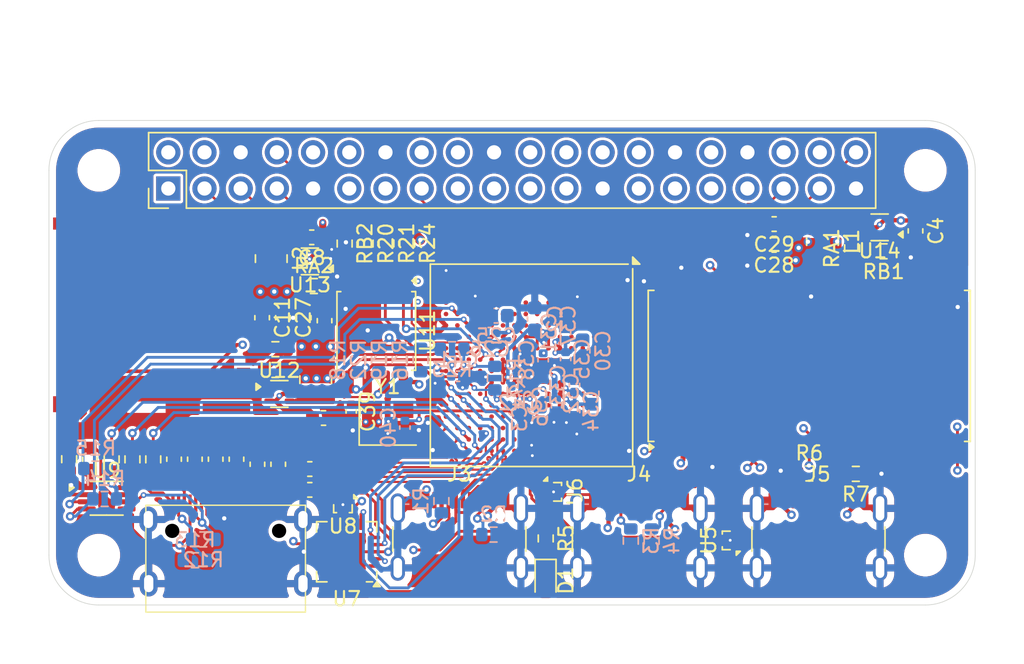
<source format=kicad_pcb>
(kicad_pcb (version 20241229) (generator "pcbnew") (generator_version "9.0")
  (layers (0 "F.Cu" signal) (4 "In1.Cu" signal) (6 "In2.Cu" signal) (2 "B.Cu" signal) (13 "F.Paste" user) (15 "B.Paste" user) (5 "F.SilkS" user "F.Silkscreen") (7 "B.SilkS" user "B.Silkscreen") (1 "F.Mask" user) (3 "B.Mask" user) (25 "Edge.Cuts" user))
  (net 0 "")
  (net 33 "CONN36")
  (net 46 "JTAG_TCK")
  (net 76 "CONN23")
  (net 80 "JTAG_TDO")
  (net 81 "/USB/LED_TXLED")
  (net 82 "FT2V5")
  (net 83 "FPDI_UTIL")
  (net 84 "GPDI_SDA")
  (net 85 "FPDI_HPD")
  (net 86 "GPDI_SCL")
  (net 87 "FPDI_CEC")
  (net 88 "Net-(J3-CC1)")
  (net 89 "Net-(J3-CC2)")
  (net 90 "+2V5")
  (net 91 "FPDI_SDA")
  (net 92 "FPDI_SCL")
  (net 93 "GCLK")
  (net 94 "GND")
  (net 95 "+5V")
  (net 96 "FTDI_nTXLED")
  (net 97 "+3V3")
  (net 98 "JTAG_TDI")
  (net 99 "JTAG_TMS")
  (net 100 "FTDI_RXD")
  (net 101 "FTDI_nRTS")
  (net 102 "FTDI_TXDEN")
  (net 103 "FTDI_nRXLED")
  (net 104 "FTDI_nSLEEP")
  (net 105 "FTDI_nDTR")
  (net 106 "FTDI_TXD")
  (net 107 "SDRAM_D8")
  (net 108 "SDRAM_D6")
  (net 109 "SDRAM_D10")
  (net 110 "SDRAM_nCS")
  (net 111 "SDRAM_A6")
  (net 112 "SDRAM_D11")
  (net 113 "SDRAM_A11")
  (net 114 "SDRAM_A9")
  (net 115 "SDRAM_D13")
  (net 116 "SDRAM_A2")
  (net 117 "SDRAM_nWE")
  (net 118 "SDRAM_D0")
  (net 119 "SDRAM_A8")
  (net 120 "SDRAM_A0")
  (net 121 "SDRAM_DQM0")
  (net 122 "SDRAM_D3")
  (net 123 "SDRAM_A7")
  (net 124 "SDRAM_A1")
  (net 125 "SDRAM_D7")
  (net 126 "SDRAM_D2")
  (net 127 "SDRAM_A10")
  (net 128 "SDRAM_D12")
  (net 129 "SDRAM_CKE")
  (net 130 "SDRAM_nCAS")
  (net 131 "SDRAM_nRAS")
  (net 132 "SDRAM_D9")
  (net 133 "SDRAM_CLK")
  (net 134 "SDRAM_DQM1")
  (net 135 "SDRAM_A4")
  (net 136 "SDRAM_A5")
  (net 137 "SDRAM_D5")
  (net 138 "SDRAM_D4")
  (net 139 "SDRAM_D15")
  (net 140 "SDRAM_D14")
  (net 141 "SDRAM_A3")
  (net 142 "SDRAM_D1")
  (net 143 "+1V1")
  (net 144 "/Power/FB3")
  (net 145 "/Power/L3")
  (net 146 "/Power/L2")
  (net 147 "/Power/L1")
  (net 148 "/Power/FB2")
  (net 149 "/Power/FB1")
  (net 178 "SDRAM_BA1")
  (net 179 "SDRAM_BA0")
  (net 181 "SDRAM_A12")
  (net 182 "INITN")
  (net 183 "DONE")
  (net 184 "Net-(U1H-PROGRAMN)")
  (net 185 "IO3")
  (net 186 "IO2")
  (net 187 "IO1")
  (net 188 "IO0")
  (net 189 "CLK")
  (net 190 "~{CS}")
  (net 191 "Net-(U9-VREF2)")
  (net 192 "CONN11")
  (net 193 "CONN31")
  (net 194 "CONN24")
  (net 195 "CONN15")
  (net 196 "CONN3")
  (net 197 "CONN35")
  (net 198 "CONN8")
  (net 199 "CONN37")
  (net 200 "CONN13")
  (net 201 "CONN18")
  (net 202 "CONN26")
  (net 203 "CONN5")
  (net 204 "CONN12")
  (net 205 "CONN22")
  (net 206 "CONN40")
  (net 207 "CONN19")
  (net 208 "CONN29")
  (net 209 "CONN21")
  (net 210 "CONN38")
  (net 211 "CONN28")
  (net 212 "CONN16")
  (net 213 "CONN7")
  (net 214 "CONN27")
  (net 215 "CONN33")
  (net 216 "CONN32")
  (net 217 "CONN10")
  (net 218 "Net-(J4-CC2)")
  (net 219 "Net-(J4-CC1)")
  (net 220 "Net-(J5-CC1)")
  (net 221 "Net-(J5-CC2)")
  (net 222 "Net-(J7-D0-)")
  (net 223 "Net-(J7-UTILITY)")
  (net 224 "Net-(J7-D2+)")
  (net 225 "Net-(J7-HPD)")
  (net 226 "Net-(J7-D1-)")
  (net 227 "Net-(J7-D1+)")
  (net 228 "Net-(J7-CK-)")
  (net 229 "Net-(J7-D2-)")
  (net 230 "Net-(J7-CEC)")
  (net 231 "Net-(J7-D0+)")
  (net 232 "Net-(J7-CK+)")
  (net 234 "FPDI_D2+")
  (net 235 "FPDI_D2-")
  (net 236 "FPDI_D1+")
  (net 237 "FPDI_D1-")
  (net 238 "FPDI_D0+")
  (net 239 "FPDI_D0-")
  (net 240 "FPDI_CLK+")
  (net 241 "FPDI_CLK-")
  (net 254 "D1+")
  (net 255 "D1-")
  (net 256 "D2-")
  (net 257 "D2+")
  (net 258 "D3+")
  (net 259 "D3-")
  (footprint "Resistor_SMD:R_0603_1608Metric" (layer "F.Cu") (at 136.86 100.33 -90)
    (property "Reference" "R5")
    (property "Value" "549")
  )
  (footprint "Package_SO:VSSOP-8_2.3x2mm_P0.5mm" (layer "F.Cu") (at 106.05 97.51)
    (property "Reference" "U9")
    (property "Value" "PCA9306DC1")
  )
  (footprint "Resistor_SMD:R_0603_1608Metric" (layer "F.Cu") (at 125.68 79.63 -90)
    (property "Reference" "R21")
    (property "Value" "10k")
  )
  (footprint "Capacitor_SMD:C_0603_1608Metric" (layer "F.Cu") (at 112.24 94.77 -90)
    (property "Reference" "C19" (hide yes))
    (property "Value" "22nF" (hide yes))
  )
  (footprint "Resistor_SMD:R_0603_1608Metric" (layer "F.Cu") (at 103.42 94.77 90)
    (property "Reference" "R11" (hide yes))
    (property "Value" "100k")
  )
  (footprint "Capacitor_SMD:C_0603_1608Metric" (layer "F.Cu") (at 113.7 94.77 -90)
    (property "Reference" "C18" (hide yes))
    (property "Value" "22nF" (hide yes))
  )
  (footprint "Capacitor_SMD:C_0603_1608Metric" (layer "F.Cu") (at 115.16 94.77 -90)
    (property "Reference" "C17" (hide yes))
    (property "Value" "22nF" (hide yes))
  )
  (footprint "anice-lib:SDCard molex" (layer "F.Cu") (at 109.19 84.67 90)
    (property "Reference" "J2" (hide yes))
    (property "Value" "Micro_SD_Card_Det1")
  )
  (footprint "Package_BGA:BGA-256_14.0x14.0mm_Layout16x16_P0.8mm_Ball0.45mm_Pad0.32mm_NSMD" (layer "F.Cu") (at 135.862165 88.183 -90)
    (property "Reference" "U1" (hide yes))
    (property "Value" "ECP5U_12_CABGA256")
  )
  (footprint "Capacitor_SMD:C_0603_1608Metric" (layer "F.Cu") (at 104.88 94.77 -90)
    (property "Reference" "C21" (hide yes))
    (property "Value" "100pF")
  )
  (footprint "Capacitor_SMD:C_0603_1608Metric" (layer "F.Cu") (at 119.88 84.84 90)
    (property "Reference" "C10" (hide yes))
    (property "Value" "100pF")
  )
  (footprint "MountingHole:MountingHole_2.5mm" (layer "F.Cu") (at 105.499999 101.500001)
    (property "Reference" "H3" (hide yes))
    (property "Value" "MountingHole_Pad")
  )
  (footprint "Capacitor_SMD:C_0603_1608Metric" (layer "F.Cu") (at 110.78 94.77 -90)
    (property "Reference" "C20" (hide yes))
    (property "Value" "22nF" (hide yes))
  )
  (footprint "Resistor_SMD:R_0603_1608Metric" (layer "F.Cu") (at 120.59 82.62)
    (property "Reference" "RA2")
    (property "Value" "15k")
  )
  (footprint "Capacitor_SMD:C_0603_1608Metric" (layer "F.Cu") (at 116.96 84.84 -90)
    (property "Reference" "C11")
    (property "Value" "10uF")
  )
  (footprint "Resistor_SMD:R_0603_1608Metric" (layer "F.Cu") (at 117.89 87.05)
    (property "Reference" "RB3" (hide yes))
    (property "Value" "3.3k")
  )
  (footprint "Capacitor_SMD:C_0603_1608Metric" (layer "F.Cu") (at 162.81 78.75 -90)
    (property "Reference" "C4")
    (property "Value" "10uF")
  )
  (footprint "Package_TO_SOT_SMD:SOT-563" (layer "F.Cu") (at 118.17 90.19)
    (property "Reference" "U12")
    (property "Value" "TLV62569DRL")
  )
  (footprint "Package_TO_SOT_SMD:SOT-563" (layer "F.Cu") (at 160.2925 78.5 180)
    (property "Reference" "U14")
    (property "Value" "TLV62569DRL")
  )
  (footprint "Capacitor_SMD:C_0603_1608Metric" (layer "F.Cu") (at 152.885 79.73 180)
    (property "Reference" "C28")
    (property "Value" "10uF")
  )
  (footprint "Capacitor_SMD:C_0603_1608Metric" (layer "F.Cu") (at 121.27 91.88)
    (property "Reference" "C12" (hide yes))
    (property "Value" "10uF")
  )
  (footprint "Capacitor_SMD:C_0402_1005Metric" (layer "F.Cu") (at 123.21 91.42 -90)
    (property "Reference" "C39")
    (property "Value" "100nF")
  )
  (footprint "Inductor_SMD:L_1008_2520Metric" (layer "F.Cu") (at 120.72 89.19 90)
    (property "Reference" "L3" (hide yes))
    (property "Value" "2.2uH")
  )
  (footprint "Package_SO:TSOP-II-54_22.2x10.16mm_P0.8mm" (layer "F.Cu") (at 155.352165 88.223 90)
    (property "Reference" "U10" (hide yes))
    (property "Value" "W9825G6KH-6")
  )
  (footprint "Package_DFN_QFN:QFN-20-1EP_4x4mm_P0.5mm_EP2.5x2.5mm" (layer "F.Cu") (at 122.895 101.265 180)
    (property "Reference" "U7")
    (property "Value" "FT231XQ")
  )
  (footprint "Capacitor_SMD:C_0603_1608Metric" (layer "F.Cu") (at 118.09 95.125 -90)
    (property "Reference" "C15" (hide yes))
    (property "Value" "22nF" (hide yes))
  )
  (footprint "Capacitor_SMD:C_0603_1608Metric" (layer "F.Cu") (at 152.89 78.27 180)
    (property "Reference" "C29")
    (property "Value" "100pF")
  )
  (footprint "Connector_USB:USB_C_Receptacle_GCT_USB4105-xx-A_16P_TopMnt_Horizontal" (layer "F.Cu") (at 130.8 101.325)
    (property "Reference" "J3")
    (property "Value" "USB_C_Receptacle_USB2.0_14P")
  )
  (footprint "Connector_PinHeader_2.54mm:PinHeader_2x20_P2.54mm_Vertical" (layer "F.Cu") (at 110.375 75.775 90)
    (property "Reference" "J1" (hide yes))
    (property "Value" "Conn_02x20_Counter_Clockwise")
  )
  (footprint "Resistor_SMD:R_0603_1608Metric" (layer "F.Cu") (at 107.86 94.78 90)
    (property "Reference" "R9" (hide yes))
    (property "Value" "10k" (hide yes))
  )
  (footprint "Resistor_SMD:R_0603_1608Metric" (layer "F.Cu") (at 124.22 79.64 -90)
    (property "Reference" "R20")
    (property "Value" "10k")
  )
  (footprint "Package_TO_SOT_SMD:Texas_DRT-3" (layer "F.Cu") (at 149.8 100.47 90)
    (property "Reference" "U5")
    (property "Value" "TPD2EUSB30")
  )
  (footprint "Resistor_SMD:R_0603_1608Metric" (layer "F.Cu") (at 127.14 79.63 -90)
    (property "Reference" "R24")
    (property "Value" "4.7k")
  )
  (footprint "anice-lib:XKB Connection A71-05H4-111N1" (layer "F.Cu") (at 114.4 99)
    (property "Reference" "J7" (hide yes))
    (property "Value" "HDMI_C_1.3")
  )
  (footprint "Capacitor_SMD:C_0603_1608Metric" (layer "F.Cu") (at 120.305 96.92 180)
    (property "Reference" "C13" (hide yes))
    (property "Value" "22nF")
  )
  (footprint "Resistor_SMD:R_0603_1608Metric" (layer "F.Cu") (at 160.57 80.18 180)
    (property "Reference" "RB1")
    (property "Value" "18k")
  )
  (footprint "MountingHole:MountingHole_2.5mm" (layer "F.Cu") (at 105.5 74.5)
    (property "Reference" "H1" (hide yes))
    (property "Value" "MountingHole_Pad")
  )
  (footprint "Package_TO_SOT_SMD:SOT-563" (layer "F.Cu") (at 120.31 80.89 180)
    (property "Reference" "U13")
    (property "Value" "TLV62569DRL")
  )
  (footprint "MountingHole:MountingHole_2.5mm" (layer "F.Cu") (at 163.5 101.5)
    (property "Reference" "H4" (hide yes))
    (property "Value" "MountingHole_Pad")
  )
  (footprint "Inductor_SMD:L_1008_2520Metric" (layer "F.Cu") (at 156.28 79.5 -90)
    (property "Reference" "L1")
    (property "Value" "2.2uH")
  )
  (footprint "LED_SMD:LED_0603_1608Metric" (layer "F.Cu") (at 136.85 103.29 -90)
    (property "Reference" "D1")
    (property "Value" "RED")
  )
  (footprint "Capacitor_SMD:C_0603_1608Metric" (layer "F.Cu") (at 120.44 79.2 180)
    (property "Reference" "C8")
    (property "Value" "10uF")
  )
  (footprint "Connector_USB:USB_C_Receptacle_GCT_USB4105-xx-A_16P_TopMnt_Horizontal" (layer "F.Cu") (at 156 101.325)
    (property "Reference" "J5")
    (property "Value" "USB_C_Receptacle_USB2.0_14P")
  )
  (footprint "Package_TO_SOT_SMD:Texas_DRT-3" (layer "F.Cu") (at 122.63 97.97 180)
    (property "Reference" "U8")
    (property "Value" "TPD2EUSB30")
  )
  (footprint "Capacitor_SMD:C_0603_1608Metric" (layer "F.Cu") (at 116.63 95.125 -90)
    (property "Reference" "C16" (hide yes))
    (property "Value" "22nF" (hide yes))
  )
  (footprint "Package_TO_SOT_SMD:Texas_DRT-3" (layer "F.Cu") (at 137.42 97.06 -90)
    (property "Reference" "U6")
    (property "Value" "TPD2EUSB30")
  )
  (footprint "Capacitor_SMD:C_0603_1608Metric" (layer "F.Cu") (at 121.34 85.05 90)
    (property "Reference" "C9" (hide yes))
    (property "Value" "10uF")
  )
  (footprint "Resistor_SMD:R_0603_1608Metric" (layer "F.Cu") (at 109.32 94.78 90)
    (property "Reference" "R8" (hide yes))
    (property "Value" "470" (hide yes))
  )
  (footprint "Resistor_SMD:R_0603_1608Metric" (layer "F.Cu") (at 155.36 95.77)
    (property "Reference" "R6")
    (property "Value" "5.1k")
  )
  (footprint "Inductor_SMD:L_1008_2520Metric" (layer "F.Cu") (at 117.6 80.695 -90)
    (property "Reference" "L2")
    (property "Value" "2.2uH")
  )
  (footprint "Resistor_SMD:R_0603_1608Metric" (layer "F.Cu") (at 158.62 95.8 180)
    (property "Reference" "R7")
    (property "Value" "5.1k")
  )
  (footprint "Capacitor_SMD:C_0603_1608Metric" (layer "F.Cu") (at 120.305 95.46 180)
    (property "Reference" "C14" (hide yes))
    (property "Value" "22nF" (hide yes))
  )
  (footprint "Capacitor_SMD:C_0603_1608Metric" (layer "F.Cu") (at 118.42 84.84 -90)
    (property "Reference" "C27")
    (property "Value" "100pF")
  )
  (footprint "Package_SO:SOIC-8_5.3x5.3mm_P1.27mm" (layer "F.Cu") (at 124.97 85.77 -90)
    (property "Reference" "U11")
    (property "Value" "W25Q128JVS")
  )
  (footprint "MountingHole:MountingHole_2.5mm" (layer "F.Cu") (at 163.5 74.5)
    (property "Reference" "H2" (hide yes))
    (property "Value" "MountingHole_Pad")
  )
  (footprint "Resistor_SMD:R_0603_1608Metric" (layer "F.Cu") (at 106.4 94.78 90)
    (property "Reference" "R10" (hide yes))
    (property "Value" "470" (hide yes))
  )
  (footprint "Resistor_SMD:R_0603_1608Metric" (layer "F.Cu") (at 122.75 79.64 -90)
    (property "Reference" "RB2")
    (property "Value" "4.7k")
  )
  (footprint "Connector_USB:USB_C_Receptacle_GCT_USB4105-xx-A_16P_TopMnt_Horizontal" (layer "F.Cu") (at 143.4 101.325)
    (property "Reference" "J4")
    (property "Value" "USB_C_Receptacle_USB2.0_14P")
  )
  (footprint "Resistor_SMD:R_0603_1608Metric" (layer "F.Cu") (at 117.89 88.51 180)
    (property "Reference" "RA3" (hide yes))
    (property "Value" "15k")
  )
  (footprint "Crystal:Crystal_SMD_3225-4Pin_3.2x2.5mm" (layer "F.Cu") (at 125.77 92.13)
    (property "Reference" "Y1")
    (property "Value" "ECS-2520MV-xxx-xx")
  )
  (footprint "Resistor_SMD:R_0603_1608Metric" (layer "F.Cu") (at 158.36 79.97 90)
    (property "Reference" "RA1")
    (property "Value" "15k")
  )
  (footprint "Resistor_SMD:R_0603_1608Metric" (layer "B.Cu") (at 142.83 100.49 90)
    (property "Reference" "R3")
    (property "Value" "5.1k")
  )
  (footprint "Resistor_SMD:R_0603_1608Metric" (layer "B.Cu") (at 133.29 89.08 90)
    (property "Reference" "R17")
    (property "Value" "4.7k")
  )
  (footprint "Capacitor_SMD:C_0402_1005Metric" (layer "B.Cu") (at 138.88 89.56 -90)
    (property "Reference" "C33")
    (property "Value" "100nF")
  )
  (footprint "Resistor_SMD:R_0603_1608Metric" (layer "B.Cu") (at 126.62 87.81 -90)
    (property "Reference" "R19")
    (property "Value" "10k")
  )
  (footprint "Capacitor_SMD:C_0402_1005Metric" (layer "B.Cu") (at 126.98 92.55 -90)
    (property "Reference" "C40")
    (property "Value" "15pF")
  )
  (footprint "Capacitor_SMD:C_0402_1005Metric" (layer "B.Cu") (at 138.25 85.92 -90)
    (property "Reference" "C31")
    (property "Value" "100nF")
  )
  (footprint "Capacitor_SMD:C_0603_1608Metric" (layer "B.Cu") (at 139.45 87.17 90)
    (property "Reference" "C30")
    (property "Value" "10uF")
  )
  (footprint "Resistor_SMD:R_0603_1608Metric" (layer "B.Cu") (at 129.54 97.71 -90)
    (property "Reference" "R1")
    (property "Value" "5.1k")
  )
  (footprint "Resistor_SMD:R_0603_1608Metric" (layer "B.Cu") (at 105.27 95.43 180)
    (property "Reference" "R15")
    (property "Value" "3.3k")
  )
  (footprint "Capacitor_SMD:C_0603_1608Metric" (layer "B.Cu") (at 140.08 90.14 -90)
    (property "Reference" "C32")
    (property "Value" "10uF")
  )
  (footprint "Capacitor_SMD:C_0402_1005Metric" (layer "B.Cu") (at 136.68 87.82 -90)
    (property "Reference" "C38")
    (property "Value" "100nF")
  )
  (footprint "Resistor_SMD:R_0603_1608Metric" (layer "B.Cu") (at 112.25 101.86 180)
    (property "Reference" "R13")
    (property "Value" "4.7k")
  )
  (footprint "Capacitor_SMD:C_0402_1005Metric" (layer "B.Cu") (at 134.94 89.65)
    (property "Reference" "C42")
    (property "Value" "100nF")
  )
  (footprint "Capacitor_SMD:C_0402_1005Metric" (layer "B.Cu") (at 137.28 85.4 90)
    (property "Reference" "C37")
    (property "Value" "100nF")
  )
  (footprint "Capacitor_SMD:C_0402_1005Metric" (layer "B.Cu") (at 138.26 87.74 90)
    (property "Reference" "C35")
    (property "Value" "100nF")
  )
  (footprint "Resistor_SMD:R_0603_1608Metric" (layer "B.Cu") (at 130.29 87.05)
    (property "Reference" "R23")
    (property "Value" "4.7k")
  )
  (footprint "Resistor_SMD:R_0603_1608Metric" (layer "B.Cu") (at 125.16 87.81 -90)
    (property "Reference" "R22")
    (property "Value" "10k")
  )
  (footprint "Resistor_SMD:R_0603_1608Metric" (layer "B.Cu") (at 123.7 87.81 -90)
    (property "Reference" "R18")
    (property "Value" "1k")
  )
  (footprint "Capacitor_SMD:C_0402_1005Metric" (layer "B.Cu") (at 132.925 85.89)
    (property "Reference" "C26")
    (property "Value" "100nF")
  )
  (footprint "Capacitor_SMD:C_0402_1005Metric" (layer "B.Cu") (at 137.62 91.06 -90)
    (property "Reference" "C36")
    (property "Value" "100nF")
  )
  (footprint "Resistor_SMD:R_0603_1608Metric" (layer "B.Cu") (at 133.2 100.06 180)
    (property "Reference" "R2")
    (property "Value" "5.1k")
  )
  (footprint "Resistor_SMD:R_0603_1608Metric" (layer "B.Cu") (at 144.29 100.49 90)
    (property "Reference" "R4")
    (property "Value" "5.1k")
  )
  (footprint "Capacitor_SMD:C_0402_1005Metric" (layer "B.Cu") (at 138.89 91.39 90)
    (property "Reference" "C34")
    (property "Value" "100nF")
  )
  (footprint "Resistor_SMD:R_0603_1608Metric" (layer "B.Cu") (at 112.83 100.4)
    (property "Reference" "R12")
    (property "Value" "4.7k")
  )
  (footprint "Capacitor_SMD:C_0603_1608Metric" (layer "B.Cu") (at 136.46 91.89 -90)
    (property "Reference" "C3")
    (property "Value" "10uF")
  )
  (footprint "Capacitor_SMD:C_0402_1005Metric" (layer "B.Cu") (at 130.71 88.95 180)
    (property "Reference" "C41")
    (property "Value" "100nF")
  )
  (footprint "Capacitor_SMD:C_0603_1608Metric" (layer "B.Cu") (at 133.39 84.7)
    (property "Reference" "C25")
    (property "Value" "10uF")
  )
  (footprint "Resistor_SMD:R_0603_1608Metric" (layer "B.Cu") (at 105.91 97.56 180)
    (property "Reference" "R14")
    (property "Value" "3.3k")
  )
  (footprint "Resistor_SMD:R_0603_1608Metric" (layer "B.Cu") (at 128.08 87.81 -90)
    (property "Reference" "R16")
    (property "Value" "4.7k")
  )
  (footprint "Capacitor_SMD:C_0603_1608Metric" (layer "B.Cu") (at 136.09 84.93 90)
    (property "Reference" "C2")
    (property "Value" "10uF")
  )
  (footprint "Capacitor_SMD:C_0402_1005Metric" (layer "B.Cu") (at 134.61 91.36 135)
    (property "Reference" "C23")
    (property "Value" "100nF")
  )
  (gr_line (start 167 74.5) (end 167 101.5) (stroke (width 0.05)) (layer "Edge.Cuts"))
  (gr_arc (start 163.499999 71.000001) (mid 165.974873 72.025127) (end 166.999999 74.500001) (stroke (width 0.05)) (layer "Edge.Cuts"))
  (gr_arc (start 102 74.5) (mid 103.025126 72.025126) (end 105.5 71) (stroke (width 0.05)) (layer "Edge.Cuts"))
  (gr_line (start 105.5 71) (end 163.5 71) (stroke (width 0.05)) (layer "Edge.Cuts"))
  (gr_arc (start 105.5 105) (mid 103.025126 103.974874) (end 102 101.5) (stroke (width 0.05)) (layer "Edge.Cuts"))
  (gr_line (start 105.5 105) (end 163.5 105) (stroke (width 0.05)) (layer "Edge.Cuts"))
  (gr_arc (start 166.999999 101.499999) (mid 165.974873 103.974873) (end 163.499999 104.999999) (stroke (width 0.05)) (layer "Edge.Cuts"))
  (gr_line (start 102 74.5) (end 102 101.5) (stroke (width 0.05)) (layer "Edge.Cuts"))
  (segment (start 124.8325 100.765) (end 125.458632 100.765) (width 0.2) (layer "F.Cu") (net 46))
  (segment (start 129.862165 89.383) (end 129.863 89.383) (width 0.2) (layer "F.Cu") (net 46))
  (segment (start 125.458632 100.765) (end 125.567447 100.656185) (width 0.2) (layer "F.Cu") (net 46))
  (segment (start 129.863 89.383) (end 130.23 89.75) (width 0.2) (layer "F.Cu") (net 46))
  (via (at 125.567447 100.656185) (size 0.4) (drill 0.2) (layers "F.Cu" "B.Cu") (net 46))
  (via (at 130.23 89.75) (size 0.4) (drill 0.2) (layers "F.Cu" "B.Cu") (net 46))
  (segment (start 127.143783 95.93) (end 131.9 95.93) (width 0.2) (layer "B.Cu") (net 46))
  (segment (start 133.26 91.44) (end 132.65 91.44) (width 0.2) (layer "B.Cu") (net 46))
  (segment (start 131.388778 90.178778) (end 130.658778 90.178778) (width 0.2) (layer "B.Cu") (net 46))
  (segment (start 134.15 93.68) (end 134.15 92.33) (width 0.2) (layer "B.Cu") (net 46))
  (segment (start 125.567447 97.506336) (end 127.143783 95.93) (width 0.2) (layer "B.Cu") (net 46))
  (segment (start 132.65 91.44) (end 131.388778 90.178778) (width 0.2) (layer "B.Cu") (net 46))
  (segment (start 130.658778 90.178778) (end 130.23 89.75) (width 0.2) (layer "B.Cu") (net 46))
  (segment (start 131.9 95.93) (end 134.15 93.68) (width 0.2) (layer "B.Cu") (net 46))
  (segment (start 134.15 92.33) (end 133.26 91.44) (width 0.2) (layer "B.Cu") (net 46))
  (segment (start 125.567447 100.656185) (end 125.567447 97.506336) (width 0.2) (layer "B.Cu") (net 46))
  (segment (start 133.062165 89.383) (end 132.66625 89.778915) (width 0.15) (layer "F.Cu") (net 80))
  (segment (start 123.895 99.3275) (end 123.895 98.645) (width 0.2) (layer "F.Cu") (net 80))
  (segment (start 132.66625 89.778915) (end 132.66625 90.54543) (width 0.15) (layer "F.Cu") (net 80))
  (segment (start 123.895 98.645) (end 124.067191 98.472809) (width 0.2) (layer "F.Cu") (net 80))
  (via (at 132.66625 90.54543) (size 0.4) (drill 0.2) (layers "F.Cu" "B.Cu") (net 80))
  (via (at 124.067191 98.472809) (size 0.4) (drill 0.2) (layers "F.Cu" "B.Cu") (net 80))
  (segment (start 127.21 103.8) (end 130.77 100.24) (width 0.2) (layer "B.Cu") (net 80))
  (segment (start 134.58 93.83) (end 134.58 92.27) (width 0.2) (layer "B.Cu") (net 80))
  (segment (start 125.9 103.8) (end 127.21 103.8) (width 0.2) (layer "B.Cu") (net 80))
  (segment (start 133.414 91.104) (end 134.58 92.27) (width 0.2) (layer "B.Cu") (net 80))
  (segment (start 132.8 95.61) (end 134.58 93.83) (width 0.2) (layer "B.Cu") (net 80))
  (segment (start 124.067191 101.967191) (end 125.9 103.8) (width 0.2) (layer "B.Cu") (net 80))
  (segment (start 130.77 97.62) (end 132.78 95.61) (width 0.2) (layer "B.Cu") (net 80))
  (segment (start 132.78 95.61) (end 132.8 95.61) (width 0.2) (layer "B.Cu") (net 80))
  (segment (start 133.22482 91.104) (end 133.414 91.104) (width 0.2) (layer "B.Cu") (net 80))
  (segment (start 130.77 100.24) (end 130.77 97.62) (width 0.2) (layer "B.Cu") (net 80))
  (segment (start 124.067191 98.472809) (end 124.067191 101.967191) (width 0.2) (layer "B.Cu") (net 80))
  (segment (start 132.66625 90.54543) (end 133.22482 91.104) (width 0.2) (layer "B.Cu") (net 80))
  (segment (start 136.86 102.4925) (end 136.85 102.5025) (width 0.5) (layer "F.Cu") (net 81))
  (segment (start 136.86 101.155) (end 136.86 102.4925) (width 0.5) (layer "F.Cu") (net 81))
  (segment (start 136.85 104.0775) (end 124.77 104.0775) (width 0.25) (layer "F.Cu") (net 82))
  (segment (start 124.77 104.0775) (end 123.895 103.2025) (width 0.25) (layer "F.Cu") (net 82))
  (segment (start 121.895 99.3275) (end 120.9575 100.265) (width 0.2) (layer "F.Cu") (net 82))
  (segment (start 131.062111 92.917889) (end 131.107562 92.96334) (width 0.2) (layer "F.Cu") (net 83))
  (segment (start 107.86 93.955) (end 107.86 92.94) (width 0.2) (layer "F.Cu") (net 83))
  (segment (start 131.107562 92.96334) (end 131.107562 93.028397) (width 0.2) (layer "F.Cu") (net 83))
  (segment (start 131.107562 93.028397) (end 131.462165 93.383) (width 0.2) (layer "F.Cu") (net 83))
  (via (at 107.86 92.94) (size 0.6) (drill 0.3) (layers "F.Cu" "B.Cu") (net 83))
  (via (at 131.062111 92.917889) (size 0.4) (drill 0.2) (layers "F.Cu" "B.Cu") (net 83))
  (segment (start 109.661 91.139) (end 107.86 92.94) (width 0.2) (layer "B.Cu") (net 83))
  (segment (start 129.283222 91.139) (end 109.661 91.139) (width 0.2) (layer "B.Cu") (net 83))
  (segment (start 131.062111 92.917889) (end 129.283222 91.139) (width 0.2) (layer "B.Cu") (net 83))
  (segment (start 107.87 99.68) (end 107.87 98.68) (width 0.2) (layer "F.Cu") (net 84))
  (segment (start 111.9 97.85) (end 111.9 100.11) (width 0.2) (layer "F.Cu") (net 84))
  (segment (start 111.9 100.11) (end 111.19 100.82) (width 0.2) (layer "F.Cu") (net 84))
  (segment (start 109.01 100.82) (end 107.87 99.68) (width 0.2) (layer "F.Cu") (net 84))
  (segment (start 111.19 100.82) (end 109.01 100.82) (width 0.2) (layer "F.Cu") (net 84))
  (segment (start 107.87 98.68) (end 107.45 98.26) (width 0.2) (layer "F.Cu") (net 84))
  (via (at 111.161795 100.824443) (size 0.6) (drill 0.3) (layers "F.Cu" "B.Cu") (net 84))
  (segment (start 111.425 101.86) (end 111.425 101.087648) (width 0.25) (layer "B.Cu") (net 84))
  (segment (start 111.425 101.087648) (end 111.161795 100.824443) (width 0.25) (layer "B.Cu") (net 84))
  (segment (start 131.88 93.800835) (end 132.262165 94.183) (width 0.2) (layer "F.Cu") (net 85))
  (segment (start 106.4 93.955) (end 106.4 92.96) (width 0.2) (layer "F.Cu") (net 85))
  (segment (start 131.88 93.78) (end 131.88 93.800835) (width 0.2) (layer "F.Cu") (net 85))
  (via (at 106.4 92.96) (size 0.6) (drill 0.3) (layers "F.Cu" "B.Cu") (net 85))
  (via (at 131.88 93.78) (size 0.4) (drill 0.2) (layers "F.Cu" "B.Cu") (net 85))
  (segment (start 131.88 93.78) (end 131.88 93.083826) (width 0.2) (layer "B.Cu") (net 85))
  (segment (start 131.88 93.083826) (end 129.574174 90.778) (width 0.2) (layer "B.Cu") (net 85))
  (segment (start 129.574174 90.778) (end 108.582 90.778) (width 0.2) (layer "B.Cu") (net 85))
  (segment (start 108.582 90.778) (end 106.4 92.96) (width 0.2) (layer "B.Cu") (net 85))
  (segment (start 112.75 99.22) (end 112.3 98.77) (width 0.2) (layer "F.Cu") (net 86))
  (segment (start 107.45 97.76) (end 108.105765 97.76) (width 0.2) (layer "F.Cu") (net 86))
  (segment (start 108.575765 97.29) (end 108.64 97.29) (width 0.2) (layer "F.Cu") (net 86))
  (segment (start 112.3 98.77) (end 112.3 97.85) (width 0.2) (layer "F.Cu") (net 86))
  (segment (start 108.105765 97.76) (end 108.575765 97.29) (width 0.2) (layer "F.Cu") (net 86))
  (via (at 112.75 99.22) (size 0.6) (drill 0.3) (layers "F.Cu" "B.Cu") (net 86))
  (via (at 108.64 97.29) (size 0.4) (drill 0.2) (layers "F.Cu" "B.Cu") (net 86))
  (segment (start 112.76 98.4) (end 111.65 97.29) (width 0.2) (layer "B.Cu") (net 86))
  (segment (start 113.655 100.125) (end 112.75 99.22) (width 0.2) (layer "B.Cu") (net 86))
  (segment (start 113.655 100.4) (end 113.655 100.125) (width 0.2) (layer "B.Cu") (net 86))
  (segment (start 112.76 99.21) (end 112.76 98.4) (width 0.2) (layer "B.Cu") (net 86))
  (segment (start 111.65 97.29) (end 108.64 97.29) (width 0.2) (layer "B.Cu") (net 86))
  (segment (start 112.75 99.22) (end 112.76 99.21) (width 0.2) (layer "B.Cu") (net 86))
  (segment (start 131.07 93.75) (end 131.07 93.790835) (width 0.2) (layer "F.Cu") (net 87))
  (segment (start 131.07 93.790835) (end 131.462165 94.183) (width 0.2) (layer "F.Cu") (net 87))
  (segment (start 109.32 93.955) (end 109.32 92.94) (width 0.2) (layer "F.Cu") (net 87))
  (via (at 131.07 93.75) (size 0.4) (drill 0.2) (layers "F.Cu" "B.Cu") (net 87))
  (via (at 109.32 92.94) (size 0.6) (drill 0.3) (layers "F.Cu" "B.Cu") (net 87))
  (segment (start 109.32 92.94) (end 110.76 91.5) (width 0.2) (layer "B.Cu") (net 87))
  (segment (start 128.82 91.5) (end 131.07 93.75) (width 0.2) (layer "B.Cu") (net 87))
  (segment (start 110.76 91.5) (end 128.82 91.5) (width 0.2) (layer "B.Cu") (net 87))
  (segment (start 129.55 98.902) (end 129.55 98.15) (width 0.2) (layer "F.Cu") (net 88))
  (segment (start 128.96 99.3) (end 129.152 99.3) (width 0.2) (layer "F.Cu") (net 88))
  (segment (start 129.152 99.3) (end 129.55 98.902) (width 0.2) (layer "F.Cu") (net 88))
  (via (at 128.96 99.3) (size 0.6) (drill 0.3) (layers "F.Cu" "B.Cu") (net 88))
  (segment (start 129.54 98.72) (end 128.96 99.3) (width 0.2) (layer "B.Cu") (net 88))
  (segment (start 129.54 98.535) (end 129.54 98.72) (width 0.2) (layer "B.Cu") (net 88))
  (segment (start 132.547254 98.152746) (end 132.55 98.15) (width 0.2) (layer "F.Cu") (net 89))
  (segment (start 132.059659 98.687595) (end 132.547254 98.2) (width 0.2) (layer "F.Cu") (net 89))
  (segment (start 132.059659 98.933397) (end 132.059659 98.687595) (width 0.2) (layer "F.Cu") (net 89))
  (segment (start 132.547254 98.2) (end 132.547254 98.152746) (width 0.2) (layer "F.Cu") (net 89))
  (via (at 132.059659 98.933397) (size 0.6) (drill 0.3) (layers "F.Cu" "B.Cu") (net 89))
  (segment (start 132.455 99.195) (end 132.455 99.94) (width 0.2) (layer "B.Cu") (net 89))
  (segment (start 132.087076 98.90598) (end 132.16598 98.90598) (width 0.2) (layer "B.Cu") (net 89))
  (segment (start 132.059659 98.933397) (end 132.087076 98.90598) (width 0.2) (layer "B.Cu") (net 89))
  (segment (start 132.16598 98.90598) (end 132.455 99.195) (width 0.2) (layer "B.Cu") (net 89))
  (segment (start 103.57 91.85) (end 102.651 92.769) (width 0.25) (layer "F.Cu") (net 90))
  (segment (start 104.21 91.85) (end 103.57 91.85) (width 0.25) (layer "F.Cu") (net 90))
  (segment (start 105.81 88.6) (end 104.53 89.88) (width 0.25) (layer "F.Cu") (net 90))
  (segment (start 104.53 89.88) (end 104.53 91.53) (width 0.25) (layer "F.Cu") (net 90))
  (segment (start 115.59 86.74) (end 115.19 86.74) (width 0.25) (layer "F.Cu") (net 90))
  (segment (start 102.651 92.769) (end 102.651 97.081) (width 0.25) (layer "F.Cu") (net 90))
  (segment (start 115.19 86.74) (end 113.33 88.6) (width 0.25) (layer "F.Cu") (net 90))
  (segment (start 133.45 87.4) (end 133.44 87.4) (width 0.2) (layer "F.Cu") (net 90))
  (segment (start 104.53 91.53) (end 104.21 91.85) (width 0.25) (layer "F.Cu") (net 90))
  (segment (start 102.651 97.081) (end 102.82 97.25) (width 0.25) (layer "F.Cu") (net 90))
  (segment (start 104.765 97.25) (end 104.775 97.26) (width 0.25) (layer "F.Cu") (net 90))
  (segment (start 113.33 88.6) (end 105.81 88.6) (width 0.25) (layer "F.Cu") (net 90))
  (segment (start 133.5 87.35) (end 133.45 87.4) (width 0.2) (layer "F.Cu") (net 90))
  (segment (start 133.862165 86.987835) (end 133.862165 86.983) (width 0.2) (layer "F.Cu") (net 90))
  (segment (start 102.82 97.25) (end 104.765 97.25) (width 0.25) (layer "F.Cu") (net 90))
  (segment (start 137.062165 90.183) (end 137.03 90.183) (width 0.15) (layer "F.Cu") (net 90))
  (segment (start 133.5 87.35) (end 133.862165 86.987835) (width 0.2) (layer "F.Cu") (net 90))
  (segment (start 137.03 90.183) (end 136.69 89.843) (width 0.15) (layer "F.Cu") (net 90))
  (via (at 116.83 83.02) (size 0.6) (drill 0.3) (layers "F.Cu" "B.Cu") (net 90))
  (via (at 118.71 83.01) (size 0.6) (drill 0.3) (layers "F.Cu" "B.Cu") (net 90))
  (via (at 115.59 86.74) (size 0.6) (drill 0.3) (layers "F.Cu" "B.Cu") (net 90))
  (via (at 117.81 83.01) (size 0.6) (drill 0.3) (layers "F.Cu" "B.Cu") (net 90))
  (via (at 133.44 87.4) (size 0.4) (drill 0.2) (layers "F.Cu" "B.Cu") (net 90))
  (via (at 136.69 89.843) (size 0.4) (drill 0.2) (layers "F.Cu" "B.Cu") (net 90))
  (segment (start 131.102129 84.958202) (end 131.102129 85.022964) (width 0.25) (layer "F.Cu") (net 91))
  (segment (start 104.65 98.26) (end 104.01 98.26) (width 0.2) (layer "F.Cu") (net 91))
  (segment (start 104.01 98.26) (end 103.49 98.78) (width 0.2) (layer "F.Cu") (net 91))
  (segment (start 131.102129 85.022964) (end 131.462165 85.383) (width 0.25) (layer "F.Cu") (net 91))
  (via (at 131.102129 84.958202) (size 0.4) (drill 0.2) (layers "F.Cu" "B.Cu") (net 91))
  (via (at 103.49 98.78) (size 0.6) (drill 0.3) (layers "F.Cu" "B.Cu") (net 91))
  (segment (start 122.35 88.1) (end 122.76 87.69) (width 0.2) (layer "B.Cu") (net 91))
  (segment (start 103.865 98.78) (end 105.085 97.56) (width 0.2) (layer "B.Cu") (net 91))
  (segment (start 109.13 88.1) (end 122.35 88.1) (width 0.2) (layer "B.Cu") (net 91))
  (segment (start 105.19 92.04) (end 105.83 91.4) (width 0.2) (layer "B.Cu") (net 91))
  (segment (start 103.49 98.78) (end 103.865 98.78) (width 0.2) (layer "B.Cu") (net 91))
  (segment (start 131.100331 84.96) (end 131.102129 84.958202) (width 0.2) (layer "B.Cu") (net 91))
  (segment (start 105.085 97.56) (end 105.19 97.455) (width 0.2) (layer "B.Cu") (net 91))
  (segment (start 105.19 97.455) (end 105.19 92.71) (width 0.2) (layer "B.Cu") (net 91))
  (segment (start 122.76 87.69) (end 122.76 86.01) (width 0.2) (layer "B.Cu") (net 91))
  (segment (start 105.19 92.71) (end 105.19 92.04) (width 0.2) (layer "B.Cu") (net 91))
  (segment (start 105.83 91.4) (end 105.94 91.29) (width 0.2) (layer "B.Cu") (net 91))
  (segment (start 123.81 84.96) (end 131.100331 84.96) (width 0.2) (layer "B.Cu") (net 91))
  (segment (start 122.76 86.01) (end 123.81 84.96) (width 0.2) (layer "B.Cu") (net 91))
  (segment (start 105.83 91.4) (end 109.13 88.1) (width 0.2) (layer "B.Cu") (net 91))
  (segment (start 103.61 97.76) (end 103.45 97.92) (width 0.2) (layer "F.Cu") (net 92))
  (segment (start 130.27 84.190835) (end 130.662165 84.583) (width 0.25) (layer "F.Cu") (net 92))
  (segment (start 104.65 97.76) (end 103.61 97.76) (width 0.2) (layer "F.Cu") (net 92))
  (segment (start 130.27 84.18) (end 130.27 84.190835) (width 0.25) (layer "F.Cu") (net 92))
  (via (at 130.27 84.18) (size 0.4) (drill 0.2) (layers "F.Cu" "B.Cu") (net 92))
  (via (at 103.45 97.92) (size 0.6) (drill 0.3) (layers "F.Cu" "B.Cu") (net 92))
  (segment (start 123.73 84.18) (end 130.238321 84.18) (width 0.2) (layer "B.Cu") (net 92))
  (segment (start 122.33 85.58) (end 123.73 84.18) (width 0.2) (layer "B.Cu") (net 92))
  (segment (start 104.39 96.98) (end 104.39 92.14) (width 0.2) (layer "B.Cu") (net 92))
  (segment (start 108.91 87.62) (end 121.94 87.62) (width 0.2) (layer "B.Cu") (net 92))
  (segment (start 122.33 87.23) (end 122.33 85.58) (width 0.2) (layer "B.Cu") (net 92))
  (segment (start 130.27 84.148321) (end 130.27 84.18) (width 0.2) (layer "B.Cu") (net 92))
  (segment (start 104.39 92.14) (end 108.91 87.62) (width 0.2) (layer "B.Cu") (net 92))
  (segment (start 121.94 87.62) (end 122.33 87.23) (width 0.2) (layer "B.Cu") (net 92))
  (segment (start 130.238321 84.18) (end 130.27 84.148321) (width 0.2) (layer "B.Cu") (net 92))
  (segment (start 103.45 97.92) (end 104.39 96.98) (width 0.2) (layer "B.Cu") (net 92))
  (segment (start 127.98 91.38) (end 126.97 91.38) (width 0.2) (layer "F.Cu") (net 93))
  (segment (start 134.258165 91.379) (end 129.681 91.379) (width 0.2) (layer "F.Cu") (net 93))
  (segment (start 126.97 91.38) (end 126.87 91.28) (width 0.2) (layer "F.Cu") (net 93))
  (segment (start 127.977203 91.382797) (end 127.98 91.38) (width 0.2) (layer "F.Cu") (net 93))
  (segment (start 127.977203 91.974881) (end 127.977203 91.382797) (width 0.2) (layer "F.Cu") (net 93))
  (segment (start 129.68 91.38) (end 127.98 91.38) (width 0.2) (layer "F.Cu") (net 93))
  (segment (start 134.662165 91.783) (end 134.258165 91.379) (width 0.2) (layer "F.Cu") (net 93))
  (segment (start 129.681 91.379) (end 129.68 91.38) (width 0.2) (layer "F.Cu") (net 93))
  (via (at 127.977203 91.974881) (size 0.4) (drill 0.2) (layers "F.Cu" "B.Cu") (net 93))
  (segment (start 127.882084 92.07) (end 127.977203 91.974881) (width 0.2) (layer "B.Cu") (net 93))
  (segment (start 126.98 92.07) (end 127.882084 92.07) (width 0.2) (layer "B.Cu") (net 93))
  (segment (start 148.952165 93.973) (end 148.952165 94.919759) (width 0.2) (layer "F.Cu") (net 94))
  (segment (start 136.262165 94.183) (end 136.263408 94.183) (width 0.15) (layer "F.Cu") (net 94))
  (segment (start 132.262165 93.383) (end 132.262165 93.377835) (width 0.2) (layer "F.Cu") (net 94))
  (segment (start 124.8325 101.265) (end 120.9575 101.265) (width 0.2) (layer "F.Cu") (net 94))
  (segment (start 136.257 94.183) (end 136.262165 94.183) (width 0.2) (layer "F.Cu") (net 94))
  (segment (start 160.41 95.8) (end 160.42 95.79) (width 0.2) (layer "F.Cu") (net 94))
  (segment (start 132.262165 93.377835) (end 132.68 92.96) (width 0.2) (layer "F.Cu") (net 94))
  (segment (start 140.2 98.15) (end 139.66 98.15) (width 0.4) (layer "F.Cu") (net 94))
  (segment (start 159.2 98.15) (end 159.74 98.15) (width 0.4) (layer "F.Cu") (net 94))
  (segment (start 151.352165 82.473) (end 151.352165 81.53531) (width 0.2) (layer "F.Cu") (net 94))
  (segment (start 134 98.15) (end 134.54 98.15) (width 0.4) (layer "F.Cu") (net 94))
  (segment (start 154.535 95.77) (end 153.752165 94.987165) (width 0.2) (layer "F.Cu") (net 94))
  (segment (start 137.062165 87.783) (end 136.262165 87.783) (width 0.2) (layer "F.Cu") (net 94))
  (segment (start 103.73 96.76) (end 103.56 96.59) (width 0.25) (layer "F.Cu") (net 94))
  (segment (start 122.75 79.46) (end 122.84 79.55) (width 0.25) (layer "F.Cu") (net 94))
  (segment (start 136.262165 87.783) (end 136.661747 88.182582) (width 0.2) (layer "F.Cu") (net 94))
  (segment (start 127.06 98.15) (end 126.48 98.73) (width 0.4) (layer "F.Cu") (net 94))
  (segment (start 131.026865 89.743778) (end 130.949587 89.6665) (width 0.2) (layer "F.Cu") (net 94))
  (segment (start 136.262165 94.183) (end 136.262165 94.182165) (width 0.2) (layer "F.Cu") (net 94))
  (segment (start 129.1 90.53) (end 129.1 89.44) (width 0.2) (layer "F.Cu") (net 94))
  (segment (start 135.849582 88.170418) (end 136.262165 88.583) (width 0.2) (layer "F.Cu") (net 94))
  (segment (start 113.1 98.65) (end 113.46 99.01) (width 0.25) (layer "F.Cu") (net 94))
  (segment (start 135.462165 88.583) (end 136.262165 87.783) (width 0.2) (layer "F.Cu") (net 94))
  (segment (start 134.662165 87.783) (end 134.667 87.783) (width 0.2) (layer "F.Cu") (net 94))
  (segment (start 136.262165 89.383) (end 137.062165 89.383) (width 0.2) (layer "F.Cu") (net 94))
  (segment (start 120.9575 101.265) (end 119.895 101.265) (width 0.2) (layer "F.Cu") (net 94))
  (segment (start 129.862165 94.183) (end 128.983 94.183) (width 0.2) (layer "F.Cu") (net 94))
  (segment (start 113.1 97.85) (end 113.1 98.65) (width 0.25) (layer "F.Cu") (net 94))
  (segment (start 137.416384 97.06) (end 137.411808 97.064576) (width 0.2) (layer "F.Cu") (net 94))
  (segment (start 127.6 98.15) (end 127.06 98.15) (width 0.4) (layer "F.Cu") (net 94))
  (segment (start 122.045 91.88) (end 122.309018 91.88) (width 0.2) (layer "F.Cu") (net 94))
  (segment (start 146.552165 81.51148) (end 146.373685 81.333) (width 0.2) (layer "F.Cu") (net 94))
  (segment (start 135.057582 88.987582) (end 135.462165 88.583) (width 0.2) (layer "F.Cu") (net 94))
  (segment (start 137.062165 87.783) (end 137.459583 88.180417) (width 0.2) (layer "F.Cu") (net 94))
  (segment (start 123.49 79.555) (end 123.49 81.7575) (width 0.15) (layer "F.Cu") (net 94))
  (segment (start 122.75 78.815) (end 122.75 79.46) (width 0.25) (layer "F.Cu") (net 94))
  (segment (start 149.792431 100.47) (end 149.803455 100.458976) (width 0.2) (layer "F.Cu") (net 94))
  (segment (start 122.63 98.395) (end 122.63 97.960107) (width 0.2) (layer "F.Cu") (net 94))
  (segment (start 136.262165 88.583) (end 136.662582 88.182582) (width 0.2) (layer "F.Cu") (net 94))
  (segment (start 136.669582 88.990418) (end 136.262165 88.583) (width 0.2) (layer "F.Cu") (net 94))
  (segment (start 139.079165 93) (end 139.462165 93.383) (width 0.25) (layer "F.Cu") (net 94))
  (segment (start 132.257 82.983) (end 131.917046 83.322954) (width 0.15) (layer "F.Cu") (net 94))
  (segment (start 136.661747 88.182582) (end 136.662582 88.182582) (width 0.2) (layer "F.Cu") (net 94))
  (segment (start 132.262165 89.383) (end 132.262165 89.377835) (width 0.2) (layer "F.Cu") (net 94))
  (segment (start 137.845 97.06) (end 137.416384 97.06) (width 0.2) (layer "F.Cu") (net 94))
  (segment (start 142.602165 82.203) (end 142.582165 82.183) (width 0.2) (layer "F.Cu") (net 94))
  (segment (start 142.712165 94.183) (end 141.862165 94.183) (width 0.2) (layer "F.Cu") (net 94))
  (segment (start 135.462165 89.383) (end 136.262165 89.383) (width 0.2) (layer "F.Cu") (net 94))
  (segment (start 104.775 96.76) (end 103.73 96.76) (width 0.25) (layer "F.Cu") (net 94))
  (segment (start 143.942165 82.473) (end 143.752165 82.283) (width 0.2) (layer "F.Cu") (net 94))
  (segment (start 142.582165 82.183) (end 141.862165 82.183) (width 0.2) (layer "F.Cu") (net 94))
  (segment (start 139.462165 82.987835) (end 139.08 83.37) (width 0.15) (layer "F.Cu") (net 94))
  (segment (start 135.92 94.52) (end 136.257 94.183) (width 0.2) (layer "F.Cu") (net 94))
  (segment (start 134.662165 89.383) (end 135.057582 88.987582) (width 0.2) (layer "F.Cu") (net 94))
  (segment (start 122.75 78.815) (end 123.49 79.555) (width 0.15) (layer "F.Cu") (net 94))
  (segment (start 155.352165 82.473) (end 155.352165 83.226121) (width 0.2) (layer "F.Cu") (net 94))
  (segment (start 136.662582 88.182582) (end 137.062165 87.783) (width 0.2) (layer "F.Cu") (net 94))
  (segment (start 123.178228 92.74921) (end 123.32079 92.74921) (width 0.2) (layer "F.Cu") (net 94))
  (segment (start 146.6 98.15) (end 147.14 98.15) (width 0.4) (layer "F.Cu") (net 94))
  (segment (start 165.752165 82.473) (end 165.752165 84.072165) (width 0.4) (layer "F.Cu") (net 94))
  (segment (start 137.062165 87.783) (end 137.862165 87.783) (width 0.2) (layer "F.Cu") (net 94))
  (segment (start 137.469583 88.190417) (end 137.862165 88.583) (width 0.2) (layer "F.Cu") (net 94))
  (segment (start 135.462165 89.383) (end 134.662165 88.583) (width 0.2) (layer "F.Cu") (net 94))
  (segment (start 123.49 81.7575) (end 123.065 82.1825) (width 0.15) (layer "F.Cu") (net 94))
  (segment (start 137.862165 87.783) (end 137.862165 88.583) (width 0.2) (layer "F.Cu") (net 94))
  (segment (start 134.662165 88.583) (end 134.662165 89.383) (width 0.2) (layer "F.Cu") (net 94))
  (segment (start 129.862165 81.537835) (end 129.862165 82.183) (width 0.15) (layer "F.Cu") (net 94))
  (segment (start 155.352165 83.226121) (end 155.481044 83.355) (width 0.2) (layer "F.Cu") (net 94))
  (segment (start 165.752165 84.072165) (end 165.77 84.09) (width 0.4) (layer "F.Cu") (net 94))
  (segment (start 139.04 93) (end 139.079165 93) (width 0.25) (layer "F.Cu") (net 94))
  (segment (start 139.462165 82.983) (end 139.462165 82.987835) (width 0.15) (layer "F.Cu") (net 94))
  (segment (start 135.064583 87.385417) (end 134.662165 86.983) (width 0.2) (layer "F.Cu") (net 94))
  (segment (start 122.309018 91.88) (end 123.178228 92.74921) (width 0.2) (layer "F.Cu") (net 94))
  (segment (start 136.262165 87.783) (end 135.462165 87.783) (width 0.2) (layer "F.Cu") (net 94))
  (segment (start 129.27 90.7) (end 129.1 90.53) (width 0.2) (layer "F.Cu") (net 94))
  (segment (start 130.9465 89.6665) (end 130.663 89.383) (width 0.2) (layer "F.Cu") (net 94))
  (segment (start 115.5 97.85) (end 115.5 98.91) (width 0.25) (layer "F.Cu") (net 94))
  (segment (start 134.662165 88.583) (end 135.057582 88.187582) (width 0.2) (layer "F.Cu") (net 94))
  (segment (start 129.87 81.53) (end 129.862165 81.537835) (width 0.15) (layer "F.Cu") (net 94))
  (segment (start 149.375 100.47) (end 149.792431 100.47) (width 0.2) (layer "F.Cu") (net 94))
  (segment (start 139.66 98.15) (end 139.08 98.73) (width 0.4) (layer "F.Cu") (net 94))
  (segment (start 125.805 101.265) (end 125.81 101.27) (width 0.2) (layer "F.Cu") (net 94))
  (segment (start 132.262165 82.983) (end 132.257 82.983) (width 0.15) (layer "F.Cu") (net 94))
  (segment (start 128.983 94.183) (end 128.93 94.13) (width 0.2) (layer "F.Cu") (net 94))
  (segment (start 129.553 90.983) (end 129.27 90.7) (width 0.2) (layer "F.Cu") (net 94))
  (segment (start 119.895 101.265) (end 119.89 101.26) (width 0.2) (layer "F.Cu") (net 94))
  (segment (start 137.464748 88.180417) (end 137.459583 88.180417) (width 0.2) (layer "F.Cu") (net 94))
  (segment (start 153.752165 94.987165) (end 153.752165 93.973) (width 0.2) (layer "F.Cu") (net 94))
  (segment (start 132.262165 89.377835) (end 132.64 89) (width 0.2) (layer "F.Cu") (net 94))
  (segment (start 129.862165 90.983) (end 129.553 90.983) (width 0.2) (layer "F.Cu") (net 94))
  (segment (start 152.26 98.15) (end 151.68 98.73) (width 0.4) (layer "F.Cu") (net 94))
  (segment (start 114.3 97.85) (end 114.3 98.92) (width 0.25) (layer "F.Cu") (net 94))
  (segment (start 137.862165 87.783) (end 137.464748 88.180417) (width 0.2) (layer "F.Cu") (net 94))
  (segment (start 122.63 97.960107) (end 122.628987 97.959094) (width 0.2) (layer "F.Cu") (net 94))
  (segment (start 124.8325 101.265) (end 125.805 101.265) (width 0.2) (layer "F.Cu") (net 94))
  (segment (start 116.7 97.85) (end 116.7 98.78) (width 0.25) (layer "F.Cu") (net 94))
  (segment (start 136.262165 94.182165) (end 135.87 93.79) (width 0.2) (layer "F.Cu") (net 94))
  (segment (start 159.445 95.8) (end 160.41 95.8) (width 0.2) (layer "F.Cu") (net 94))
  (segment (start 134.662165 87.783) (end 134.662165 86.983) (width 0.2) (layer "F.Cu") (net 94))
  (segment (start 134.662165 89.383) (end 135.462165 89.383) (width 0.2) (layer "F.Cu") (net 94))
  (segment (start 159.74 98.15) (end 160.32 98.73) (width 0.4) (layer "F.Cu") (net 94))
  (segment (start 135.057582 88.187582) (end 135.462165 87.783) (width 0.2) (layer "F.Cu") (net 94))
  (segment (start 135.462165 87.783) (end 135.849582 88.170418) (width 0.2) (layer "F.Cu") (net 94))
  (segment (start 147.14 98.15) (end 147.72 98.73) (width 0.4) (layer "F.Cu") (net 94))
  (segment (start 135.462165 87.783) (end 135.064583 87.385417) (width 0.2) (layer "F.Cu") (net 94))
  (segment (start 148.952165 94.919759) (end 148.556974 95.31495) (width 0.2) (layer "F.Cu") (net 94))
  (segment (start 136.262165 88.583) (end 135.872583 88.972583) (width 0.2) (layer "F.Cu") (net 94))
  (segment (start 130.663 89.383) (end 130.662165 89.383) (width 0.2) (layer "F.Cu") (net 94))
  (segment (start 135.462165 88.583) (end 136.262165 89.383) (width 0.2) (layer "F.Cu") (net 94))
  (segment (start 135.872583 88.972583) (end 135.462165 89.383) (width 0.2) (layer "F.Cu") (net 94))
  (segment (start 144.952165 82.473) (end 143.942165 82.473) (width 0.2) (layer "F.Cu") (net 94))
  (segment (start 151.352165 81.53531) (end 151.003919 81.187064) (width 0.2) (layer "F.Cu") (net 94))
  (segment (start 134.662165 86.983) (end 134.662165 86.183) (width 0.2) (layer "F.Cu") (net 94))
  (segment (start 134.662165 87.783) (end 134.662165 88.583) (width 0.2) (layer "F.Cu") (net 94))
  (segment (start 134.662165 87.783) (end 135.462165 88.583) (width 0.2) (layer "F.Cu") (net 94))
  (segment (start 146.552165 82.473) (end 146.552165 81.51148) (width 0.2) (layer "F.Cu") (net 94))
  (segment (start 134.667 87.783) (end 135.064583 87.385417) (width 0.2) (layer "F.Cu") (net 94))
  (segment (start 130.949587 89.6665) (end 130.9465 89.6665) (width 0.2) (layer "F.Cu") (net 94))
  (segment (start 152.8 98.15) (end 152.26 98.15) (width 0.4) (layer "F.Cu") (net 94))
  (segment (start 137.459583 88.180417) (end 137.469583 88.190417) (width 0.2) (layer "F.Cu") (net 94))
  (segment (start 137.062165 89.383) (end 136.669582 88.990418) (width 0.2) (layer "F.Cu") (net 94))
  (segment (start 134.54 98.15) (end 135.12 98.73) (width 0.4) (layer "F.Cu") (net 94))
  (via (at 129.87 81.53) (size 0.4) (drill 0.2) (layers "F.Cu" "B.Cu") (net 94))
  (via (at 119.89 101.26) (size 0.6) (drill 0.3) (layers "F.Cu" "B.Cu") (net 94))
  (via (at 128.59 92.22) (size 0.6) (drill 0.3) (layers "F.Cu" "B.Cu") (net 94))
  (via (at 137.44 92.18) (size 0.4) (drill 0.2) (layers "F.Cu" "B.Cu") (net 94))
  (via (at 135.87 92.21) (size 0.4) (drill 0.2) (layers "F.Cu" "B.Cu") (net 94))
  (via (at 125.82 92.12) (size 0.4) (drill 0.2) (layers "F.Cu" "B.Cu") (net 94))
  (via (at 137.411808 97.064576) (size 0.4) (drill 0.2) (layers "F.Cu" "B.Cu") (net 94))
  (via (at 129.1 89.44) (size 0.4) (drill 0.2) (layers "F.Cu" "B.Cu") (net 94))
  (via (at 153.35 95.58) (size 0.6) (drill 0.3) (layers "F.Cu" "B.Cu") (net 94))
  (via (at 127.96 92.73) (size 0.6) (drill 0.3) (layers "F.Cu" "B.Cu") (net 94))
  (via (at 135.87 93.79) (size 0.4) (drill 0.2) (layers "F.Cu" "B.Cu") (net 94))
  (via (at 131.917046 83.322954) (size 0.4) (drill 0.2) (layers "F.Cu" "B.Cu") (net 94))
  (via (at 123.32079 92.74921) (size 0.6) (drill 0.3) (layers "F.Cu" "B.Cu") (net 94))
  (via (at 132.68 92.96) (size 0.4) (drill 0.2) (layers "F.Cu" "B.Cu") (net 94))
  (via (at 121.77 80.69) (size 0.4) (drill 0.2) (layers "F.Cu" "B.Cu") (net 94))
  (via (at 135.849582 88.170418) (size 0.4) (drill 0.2) (layers "F.Cu" "B.Cu") (net 94))
  (via (at 165.77 84.09) (size 0.6) (drill 0.3) (layers "F.Cu" "B.Cu") (net 94))
  (via (at 125.78 92.97) (size 0.4) (drill 0.2) (layers "F.Cu" "B.Cu") (net 94))
  (via (at 114.3 98.92) (size 0.6) (drill 0.3) (layers "F.Cu" "B.Cu") (net 94))
  (via (at 122.628987 97.959094) (size 0.4) (drill 0.2) (layers "F.Cu" "B.Cu") (net 94))
  (via (at 125.81 101.27) (size 0.6) (drill 0.3) (layers "F.Cu" "B.Cu") (net 94))
  (via (at 135.92 94.52) (size 0.4) (drill 0.2) (layers "F.Cu" "B.Cu") (net 94))
  (via (at 133.394434 84.183) (size 0.4) (drill 0.2) (layers "F.Cu" "B.Cu") (net 94))
  (via (at 119.13 84.85) (size 0.6) (drill 0.3) (layers "F.Cu" "B.Cu") (net 94))
  (via (at 135.872583 88.972583) (size 0.4) (drill 0.2) (layers "F.Cu" "B.Cu") (net 94))
  (via (at 122.82 84.22) (size 0.6) (drill 0.3) (layers "F.Cu" "B.Cu") (net 94))
  (via (at 146.373685 81.333) (size 0.6) (drill 0.3) (layers "F.Cu" "B.Cu") (net 94))
  (via (at 155.481044 83.355) (size 0.6) (drill 0.3) (layers "F.Cu" "B.Cu") (net 94))
  (via (at 131.026865 89.743778) (size 0.4) (drill 0.2) (layers "F.Cu" "B.Cu") (net 94))
  (via (at 151.01 79.04) (size 0.6) (drill 0.3) (layers "F.Cu" "B.Cu") (net 94))
  (via (at 135.064583 87.385417) (size 0.4) (drill 0.2) (layers "F.Cu" "B.Cu") (net 94))
  (via (at 139.08 83.37) (size 0.4) (drill 0.2) (layers "F.Cu" "B.Cu") (net 94))
  (via (at 132.64 89) (size 0.4) (drill 0.2) (layers "F.Cu" "B.Cu") (net 94))
  (via (at 139.04 93) (size 0.4) (drill 0.2) (layers "F.Cu" "B.Cu") (net 94))
  (via (at 160.42 95.79) (size 0.6) (drill 0.3) (layers "F.Cu" "B.Cu") (net 94))
  (via (at 142.602165 82.203) (size 0.6) (drill 0.3) (layers "F.Cu" "B.Cu") (net 94))
  (via (at 122.84 79.55) (size 0.6) (drill 0.3) (layers "F.Cu" "B.Cu") (net 94))
  (via (at 121.84 80.05) (size 0.4) (drill 0.2) (layers "F.Cu" "B.Cu") (net 94))
  (via (at 128.93 94.13) (size 0.6) (drill 0.3) (layers "F.Cu" "B.Cu") (net 94))
  (via (at 142.712165 94.183) (size 0.6) (drill 0.3) (layers "F.Cu" "B.Cu") (net 94))
  (via (at 135.057582 88.987582) (size 0.4) (drill 0.2) (layers "F.Cu" "B.Cu") (net 94))
  (via (at 122.22 81.95) (size 0.6) (drill 0.3) (layers "F.Cu" "B.Cu") (net 94))
  (via (at 135.057582 88.187582) (size 0.4) (drill 0.2) (layers "F.Cu" "B.Cu") (net 94))
  (via (at 137.469583 88.190417) (size 0.4) (drill 0.2) (layers "F.Cu" "B.Cu") (net 94))
  (via (at 103.56 96.59) (size 0.6) (drill 0.3) (layers "F.Cu" "B.Cu") (net 94))
  (via (at 138.311123 92.19937) (size 0.4) (drill 0.2) (layers "F.Cu" "B.Cu") (net 94))
  (via (at 148.556974 95.31495) (size 0.6) (drill 0.3) (layers "F.Cu" "B.Cu") (net 94))
  (via (at 143.752165 82.283) (size 0.6) (drill 0.3) (layers "F.Cu" "B.Cu") (net 94))
  (via (at 124.37 85.73) (size 0.6) (drill 0.3) (layers "F.Cu" "B.Cu") (net 94))
  (via (at 151.003919 81.187064) (size 0.6) (drill 0.3) (layers "F.Cu" "B.Cu") (net 94))
  (via (at 162.48 80.61) (size 0.6) (drill 0.3) (layers "F.Cu" "B.Cu") (net 94))
  (via (at 149.803455 100.458976) (size 0.4) (drill 0.2) (layers "F.Cu" "B.Cu") (net 94))
  (segment (start 131.129897 89.690103) (end 131.19 89.63) (width 0.2) (layer "B.Cu") (net 94))
  (segment (start 138.291753 92.18) (end 138.311123 92.19937) (width 0.25) (layer "B.Cu") (net 94))
  (segment (start 131.049844 89.690103) (end 131.129897 89.690103) (width 0.2) (layer "B.Cu") (net 94))
  (segment (start 129.54 96.885) (end 128.964001 97.460999) (width 0.2) (layer "B.Cu") (net 94))
  (segment (start 136.46 92.665) (end 136.955 92.665) (width 0.25) (layer "B.Cu") (net 94))
  (segment (start 137.44 92.18) (end 138.291753 92.18) (width 0.25) (layer "B.Cu") (net 94))
  (segment (start 138.89 91.87) (end 138.89 92.85) (width 0.25) (layer "B.Cu") (net 94))
  (segment (start 131.026865 89.743778) (end 131.026865 89.713082) (width 0.2) (layer "B.Cu") (net 94))
  (segment (start 138.89 91.87) (end 138.640493 91.87) (width 0.25) (layer "B.Cu") (net 94))
  (segment (start 127.239001 97.460999) (end 126.48 98.22) (width 0.2) (layer "B.Cu") (net 94))
  (segment (start 138.640493 91.87) (end 138.311123 92.19937) (width 0.25) (layer "B.Cu") (net 94))
  (segment (start 138.89 92.85) (end 139.04 93) (width 0.25) (layer "B.Cu") (net 94))
  (segment (start 132.615 84.7) (end 132.877434 84.7) (width 0.25) (layer "B.Cu") (net 94))
  (segment (start 131.026865 89.713082) (end 131.049844 89.690103) (width 0.2) (layer "B.Cu") (net 94))
  (segment (start 128.964001 97.460999) (end 127.239001 97.460999) (width 0.2) (layer "B.Cu") (net 94))
  (segment (start 131.19 89.63) (end 131.19 88.95) (width 0.2) (layer "B.Cu") (net 94))
  (segment (start 135.87 92.21) (end 135.46 92.21) (width 0.25) (layer "B.Cu") (net 94))
  (segment (start 137.62 92) (end 137.44 92.18) (width 0.25) (layer "B.Cu") (net 94))
  (segment (start 137.62 91.54) (end 137.62 92) (width 0.25) (layer "B.Cu") (net 94))
  (segment (start 136.955 92.665) (end 137.44 92.18) (width 0.25) (layer "B.Cu") (net 94))
  (segment (start 136.325 92.665) (end 135.87 92.21) (width 0.25) (layer "B.Cu") (net 94))
  (segment (start 132.877434 84.7) (end 133.394434 84.183) (width 0.25) (layer "B.Cu") (net 94))
  (segment (start 135.46 92.21) (end 134.949411 91.699411) (width 0.25) (layer "B.Cu") (net 94))
  (segment (start 136.46 92.665) (end 136.325 92.665) (width 0.25) (layer "B.Cu") (net 94))
  (segment (start 120.835 91.88) (end 120.315 91.36) (width 0.3) (layer "F.Cu") (net 95))
  (segment (start 145.8 97.645) (end 145.8 98.183281) (width 0.3) (layer "F.Cu") (net 95))
  (segment (start 161.005 78) (end 161.76 78) (width 0.3) (layer "F.Cu") (net 95))
  (segment (start 158.4 98.183281) (end 158.018182 98.565099) (width 0.3) (layer "F.Cu") (net 95))
  (segment (start 141.21 99.59) (end 141.27 99.53) (width 0.3) (layer "F.Cu") (net 95))
  (segment (start 158.4 97.645) (end 158.4 98.183281) (width 0.3) (layer "F.Cu") (net 95))
  (segment (start 141.2 99.6) (end 141.21 99.59) (width 0.3) (layer "F.Cu") (net 95))
  (segment (start 117.89 90.69) (end 118.39 90.19) (width 0.3) (layer "F.Cu") (net 95))
  (segment (start 119.329 100.699) (end 119.15 100.52) (width 0.2) (layer "F.Cu") (net 95))
  (segment (start 117.4575 90.69) (end 117.89 90.69) (width 0.3) (layer "F.Cu") (net 95))
  (segment (start 121.215 78.155) (end 121.215 79.2) (width 0.5) (layer "F.Cu") (net 95))
  (segment (start 118.39 90.19) (end 118.8825 90.19) (width 0.3) (layer "F.Cu") (net 95))
  (segment (start 160.10151 78.5) (end 160.295755 78.305755) (width 0.3) (layer "F.Cu") (net 95))
  (segment (start 111.1 98.72) (end 111.34 98.96) (width 0.2) (layer "F.Cu") (net 95))
  (segment (start 160.60151 78) (end 161.005 78) (width 0.3) (layer "F.Cu") (net 95))
  (segment (start 120.8915 100.699) (end 119.329 100.699) (width 0.2) (layer "F.Cu") (net 95))
  (segment (start 120.9575 100.765) (end 120.8915 100.699) (width 0.2) (layer "F.Cu") (net 95))
  (segment (start 111.1 97.85) (end 111.1 98.72) (width 0.2) (layer "F.Cu") (net 95))
  (segment (start 158.018182 98.565099) (end 158.018182 98.645451) (width 0.3) (layer "F.Cu") (net 95))
  (segment (start 160.295755 78.305755) (end 160.60151 78) (width 0.3) (layer "F.Cu") (net 95))
  (segment (start 121.215 80.1615) (end 121.0225 80.354) (width 0.4) (layer "F.Cu") (net 95))
  (segment (start 120.11901 80.89) (end 120.284505 80.724505) (width 0.3) (layer "F.Cu") (net 95))
  (segment (start 162.765 78.02) (end 162.81 77.975) (width 0.3) (layer "F.Cu") (net 95))
  (segment (start 161.78 78.02) (end 162.765 78.02) (width 0.3) (layer "F.Cu") (net 95))
  (segment (start 119.5975 80.89) (end 120.11901 80.89) (width 0.3) (layer "F.Cu") (net 95))
  (segment (start 120.61901 80.39) (end 121.0225 80.39) (width 0.3) (layer "F.Cu") (net 95))
  (segment (start 145.55 99.3) (end 145.93 99.68) (width 0.3) (layer "F.Cu") (net 95))
  (segment (start 128.4 97.645) (end 128.4 96.998078) (width 0.4) (layer "F.Cu") (net 95))
  (segment (start 153.6 98.170634) (end 154.105098 98.675732) (width 0.3) (layer "F.Cu") (net 95))
  (segment (start 120.284505 80.724505) (end 120.61901 80.39) (width 0.3) (layer "F.Cu") (net 95))
  (segment (start 128.4 96.998078) (end 128.498079 96.899999) (width 0.4) (layer "F.Cu") (net 95))
  (segment (start 133.2 98.183281) (end 132.795587 98.587694) (width 0.3) (layer "F.Cu") (net 95))
  (segment (start 159.58 78.5) (end 160.10151 78.5) (width 0.3) (layer "F.Cu") (net 95))
  (segment (start 141.27 99.53) (end 141.27 98.387964) (width 0.3) (layer "F.Cu") (net 95))
  (segment (start 121.215 79.2) (end 121.215 80.1615) (width 0.4) (layer "F.Cu") (net 95))
  (segment (start 118.56 91.36) (end 117.89 90.69) (width 0.3) (layer "F.Cu") (net 95))
  (segment (start 161.76 78) (end 161.78 78.02) (width 0.3) (layer "F.Cu") (net 95))
  (segment (start 141 98.117964) (end 141 97.665) (width 0.3) (layer "F.Cu") (net 95))
  (segment (start 120.315 91.36) (end 118.56 91.36) (width 0.3) (layer "F.Cu") (net 95))
  (segment (start 141.27 98.387964) (end 141 98.117964) (width 0.3) (layer "F.Cu") (net 95))
  (segment (start 132.795587 98.587694) (end 132.795587 98.743627) (width 0.3) (layer "F.Cu") (net 95))
  (segment (start 133.2 97.645) (end 133.2 98.183281) (width 0.3) (layer "F.Cu") (net 95))
  (segment (start 145.55 98.433281) (end 145.55 99.3) (width 0.3) (layer "F.Cu") (net 95))
  (segment (start 153.6 97.645) (end 153.6 98.170634) (width 0.3) (layer "F.Cu") (net 95))
  (segment (start 145.8 98.183281) (end 145.55 98.433281) (width 0.3) (layer "F.Cu") (net 95))
  (via (at 158.018182 98.645451) (size 0.6) (drill 0.3) (layers "F.Cu" "B.Cu") (net 95))
  (via (at 154.105098 98.675732) (size 0.6) (drill 0.3) (layers "F.Cu" "B.Cu") (net 95))
  (via (at 120.284505 80.724505) (size 0.4) (drill 0.2) (layers "F.Cu" "B.Cu") (net 95))
  (via (at 128.498079 96.899999) (size 0.6) (drill 0.3) (layers "F.Cu" "B.Cu") (net 95))
  (via (at 132.795587 98.743627) (size 0.6) (drill 0.3) (layers "F.Cu" "B.Cu") (net 95))
  (via (at 141.21 99.59) (size 0.6) (drill 0.3) (layers "F.Cu" "B.Cu") (net 95))
  (via (at 121.215 78.155) (size 0.4) (drill 0.2) (layers "F.Cu" "B.Cu") (net 95))
  (via (at 118.17 90.318) (size 0.4) (drill 0.2) (layers "F.Cu" "B.Cu") (net 95))
  (via (at 111.34 98.96) (size 0.6) (drill 0.3) (layers "F.Cu" "B.Cu") (net 95))
  (via (at 160.295755 78.305755) (size 0.4) (drill 0.2) (layers "F.Cu" "B.Cu") (net 95))
  (via (at 161.78 78.02) (size 0.6) (drill 0.3) (layers "F.Cu" "B.Cu") (net 95))
  (via (at 145.93 99.68) (size 0.6) (drill 0.3) (layers "F.Cu" "B.Cu") (net 95))
  (via (at 119.15 100.52) (size 0.6) (drill 0.3) (layers "F.Cu" "B.Cu") (net 95))
  (segment (start 112.005 99.625) (end 111.34 98.96) (width 0.2) (layer "B.Cu") (net 95))
  (segment (start 112.005 100.79) (end 113.075 101.86) (width 0.25) (layer "B.Cu") (net 95))
  (segment (start 112.005 100.4) (end 112.005 100.79) (width 0.25) (layer "B.Cu") (net 95))
  (segment (start 112.005 100.4) (end 112.005 99.625) (width 0.2) (layer "B.Cu") (net 95))
  (segment (start 123.53 98.62) (end 123.395 98.755) (width 0.2) (layer "F.Cu") (net 96))
  (segment (start 130.92 99.83) (end 130.76 99.83) (width 0.2) (layer "F.Cu") (net 96))
  (segment (start 129.55 101.04) (end 129.45 101.14) (width 0.2) (layer "F.Cu") (net 96))
  (segment (start 123.85 97.71) (end 123.53 98.03) (width 0.2) (layer "F.Cu") (net 96))
  (segment (start 130.76 99.83) (end 129.55 101.04) (width 0.2) (layer "F.Cu") (net 96))
  (segment (start 123.395 98.755) (end 123.395 99.3275) (width 0.2) (layer "F.Cu") (net 96))
  (segment (start 136.535 99.83) (end 130.92 99.83) (width 0.2) (layer "F.Cu") (net 96))
  (segment (start 136.86 99.505) (end 136.535 99.83) (width 0.2) (layer "F.Cu") (net 96))
  (segment (start 123.954921 97.71) (end 123.85 97.71) (width 0.2) (layer "F.Cu") (net 96))
  (segment (start 129.45 101.14) (end 127.58 101.14) (width 0.2) (layer "F.Cu") (net 96))
  (segment (start 123.53 98.03) (end 123.53 98.62) (width 0.2) (layer "F.Cu") (net 96))
  (via (at 127.58 101.14) (size 0.6) (drill 0.3) (layers "F.Cu" "B.Cu") (net 96))
  (via (at 123.954921 97.71) (size 0.6) (drill 0.3) (layers "F.Cu" "B.Cu") (net 96))
  (segment (start 136.084368 90.183) (end 136.262165 90.183) (width 0.25) (layer "F.Cu") (net 97))
  (segment (start 127.485 78.805) (end 127.14 78.805) (width 0.7) (layer "F.Cu") (net 97))
  (segment (start 138.297134 90.553344) (end 138.232509 90.553344) (width 0.25) (layer "F.Cu") (net 97))
  (segment (start 135.744002 90.534443) (end 135.744002 90.523366) (width 0.25) (layer "F.Cu") (net 97))
  (segment (start 135.472458 90.183) (end 135.462165 90.183) (width 0.25) (layer "F.Cu") (net 97))
  (segment (start 144.822165 94.203) (end 144.952165 94.073) (width 0.2) (layer "F.Cu") (net 97))
  (segment (start 135.095165 90.55) (end 135.462165 90.183) (width 0.15) (layer "F.Cu") (net 97))
  (segment (start 134.258165 85.787) (end 135.066165 85.787) (width 0.15) (layer "F.Cu") (net 97))
  (segment (start 137.862165 86.2) (end 137.522165 86.54) (width 0.15) (layer "F.Cu") (net 97))
  (segment (start 137.522165 86.54) (end 137.522165 87.302165) (width 0.15) (layer "F.Cu") (net 97))
  (segment (start 165.752165 92.502165) (end 165.74 92.49) (width 0.2) (layer "F.Cu") (net 97))
  (segment (start 151.352165 93.973) (end 151.352165 95.047835) (width 0.2) (layer "F.Cu") (net 97))
  (segment (start 165.752165 95.557835) (end 165.75 95.56) (width 0.2) (layer "F.Cu") (net 97))
  (segment (start 155.352165 93.973) (end 155.352165 95.197177) (width 0.2) (layer "F.Cu") (net 97))
  (segment (start 137.862165 90.177835) (end 138.26 89.78) (width 0.25) (layer "F.Cu") (net 97))
  (segment (start 135.03 90.55) (end 135.095165 90.55) (width 0.15) (layer "F.Cu") (net 97))
  (segment (start 123.21 90.94) (end 124.33 90.94) (width 0.5) (layer "F.Cu") (net 97))
  (segment (start 155.352165 95.197177) (end 155.335916 95.213426) (width 0.2) (layer "F.Cu") (net 97))
  (segment (start 136.262165 86.983) (end 136.24 86.983) (width 0.15) (layer "F.Cu") (net 97))
  (segment (start 131.866165 89.786165) (end 131.85 89.77) (width 0.15) (layer "F.Cu") (net 97))
  (segment (start 135.462165 86.983) (end 136.262165 86.983) (width 0.2) (layer "F.Cu") (net 97))
  (segment (start 137.862165 90.183) (end 137.862165 90.177835) (width 0.25) (layer "F.Cu") (net 97))
  (segment (start 131.462165 89.383) (end 131.463 89.383) (width 0.15) (layer "F.Cu") (net 97))
  (segment (start 151.352165 93.973) (end 151.352165 94.812165) (width 0.2) (layer "F.Cu") (net 97))
  (segment (start 137.862165 86.983) (end 137.862165 86.183) (width 0.2) (layer "F.Cu") (net 97))
  (segment (start 106.69196 96.76) (end 106.40098 96.46902) (width 0.2) (layer "F.Cu") (net 97))
  (segment (start 137.522165 86.643) (end 137.862165 86.983) (width 0.15) (layer "F.Cu") (net 97))
  (segment (start 151.352165 94.812165) (end 151.9 95.36) (width 0.2) (layer "F.Cu") (net 97))
  (segment (start 130.662165 87.787835) (end 130.29 88.16) (width 0.15) (layer "F.Cu") (net 97))
  (segment (start 130.662165 87.783) (end 130.663 87.783) (width 0.15) (layer "F.Cu") (net 97))
  (segment (start 130.662165 87.783) (end 130.662165 87.787835) (width 0.15) (layer "F.Cu") (net 97))
  (segment (start 135.744002 90.534443) (end 135.744002 90.454544) (width 0.25) (layer "F.Cu") (net 97))
  (segment (start 124.22 78.815) (end 127.13 78.815) (width 0.7) (layer "F.Cu") (net 97))
  (segment (start 136.262165 90.183) (end 135.462165 90.183) (width 0.2) (layer "F.Cu") (net 97))
  (segment (start 128.06 79.38) (end 127.485 78.805) (width 0.7) (layer "F.Cu") (net 97))
  (segment (start 127.8175 89.3575) (end 127.98 89.52) (width 0.3) (layer "F.Cu") (net 97))
  (segment (start 134.663 90.183) (end 135.03 90.55) (width 0.15) (layer "F.Cu") (net 97))
  (segment (start 138.259165 89.78) (end 137.862165 89.383) (width 0.25) (layer "F.Cu") (net 97))
  (segment (start 137.522165 86.54) (end 137.522165 86.643) (width 0.15) (layer "F.Cu") (net 97))
  (segment (start 137.522165 87.302165) (end 137.53 87.31) (width 0.15) (layer "F.Cu") (net 97))
  (segment (start 124.33 90.94) (end 124.67 91.28) (width 0.5) (layer "F.Cu") (net 97))
  (segment (start 137.862165 89.383) (end 137.862165 90.183) (width 0.2) (layer "F.Cu") (net 97))
  (segment (start 148.952165 82.473) (end 148.952165 81.71104) (width 0.2) (layer "F.Cu") (net 97))
  (segment (start 136.262165 86.983) (end 136.262165 86.183) (width 0.2) (layer "F.Cu") (net 97))
  (segment (start 144.952165 94.073) (end 144.952165 93.973) (width 0.2) (layer "F.Cu") (net 97))
  (segment (start 136.262165 86.183) (end 135.462165 86.183) (width 0.2) (layer "F.Cu") (net 97))
  (segment (start 127.13 78.815) (end 127.14 78.805) (width 0.7) (layer "F.Cu") (net 97))
  (segment (start 155.352165 93.002165) (end 154.95 92.6) (width 0.2) (layer "F.Cu") (net 97))
  (segment (start 151.352165 95.047835) (end 151.01 95.39) (width 0.2) (layer "F.Cu") (net 97))
  (segment (start 135.744002 90.523366) (end 136.084368 90.183) (width 0.25) (layer "F.Cu") (net 97))
  (segment (start 137.862165 86.183) (end 137.862165 86.2) (width 0.15) (layer "F.Cu") (net 97))
  (segment (start 133.862165 86.183) (end 134.258165 85.787) (width 0.25) (layer "F.Cu") (net 97))
  (segment (start 135.744002 90.454544) (end 135.472458 90.183) (width 0.25) (layer "F.Cu") (net 97))
  (segment (start 131.463 89.383) (end 131.85 89.77) (width 0.15) (layer "F.Cu") (net 97))
  (segment (start 134.662165 90.183) (end 134.663 90.183) (width 0.15) (layer "F.Cu") (net 97))
  (segment (start 165.752165 93.973) (end 165.752165 95.557835) (width 0.2) (layer "F.Cu") (net 97))
  (segment (start 135.066165 85.787) (end 135.462165 86.183) (width 0.15) (layer "F.Cu") (net 97))
  (segment (start 146.552165 94.833) (end 146.552165 93.973) (width 0.2) (layer "F.Cu") (net 97))
  (segment (start 107.575 96.76) (end 106.69196 96.76) (width 0.2) (layer "F.Cu") (net 97))
  (segment (start 126.875 89.3575) (end 127.8175 89.3575) (width 0.3) (layer "F.Cu") (net 97))
  (segment (start 148.952165 81.71104) (end 148.392161 81.151036) (width 0.2) (layer "F.Cu") (net 97))
  (segment (start 146.337582 95.047582) (end 146.552165 94.833) (width 0.2) (layer "F.Cu") (net 97))
  (segment (start 138.26 89.78) (end 138.259165 89.78) (width 0.25) (layer "F.Cu") (net 97))
  (segment (start 134.662165 90.183) (end 133.862165 90.183) (width 0.2) (layer "F.Cu") (net 97))
  (segment (start 133.862165 90.183) (end 133.466165 90.579) (width 0.15) (layer "F.Cu") (net 97))
  (segment (start 138.232509 90.553344) (end 137.862165 90.183) (width 0.25) (layer "F.Cu") (net 97))
  (segment (start 143.782165 94.203) (end 144.822165 94.203) (width 0.2) (layer "F.Cu") (net 97))
  (segment (start 135.462165 90.183) (end 134.662165 90.183) (width 0.2) (layer "F.Cu") (net 97))
  (segment (start 135.463 86.183) (end 135.462165 86.183) (width 0.15) (layer "F.Cu") (net 97))
  (segment (start 137.862165 86.983) (end 137.857 86.983) (width 0.15) (layer "F.Cu") (net 97))
  (segment (start 137.857 86.983) (end 137.53 87.31) (width 0.15) (layer "F.Cu") (net 97))
  (segment (start 135.462165 86.183) (end 135.462165 86.983) (width 0.2) (layer "F.Cu") (net 97))
  (segment (start 165.752165 93.973) (end 165.752165 92.502165) (width 0.2) (layer "F.Cu") (net 97))
  (segment (start 155.352165 93.973) (end 155.352165 93.002165) (width 0.2) (layer "F.Cu") (net 97))
  (segment (start 133.466165 90.579) (end 133.43 90.579) (width 0.15) (layer "F.Cu") (net 97))
  (via (at 135.744002 90.534443) (size 0.4) (drill 0.2) (layers "F.Cu" "B.Cu") (net 97))
  (via (at 137.53 87.31) (size 0.4) (drill 0.2) (layers "F.Cu" "B.Cu") (net 97))
  (via (at 155.335916 95.213426) (size 0.6) (drill 0.3) (layers "F.Cu" "B.Cu") (net 97))
  (via (at 165.74 92.49) (size 0.6) (drill 0.3) (layers "F.Cu" "B.Cu") (net 97))
  (via (at 120.78 89.1) (size 0.6) (drill 0.3) (layers "F.Cu" "B.Cu") (net 97))
  (via (at 151.9 95.36) (size 0.6) (drill 0.3) (layers "F.Cu" "B.Cu") (net 97))
  (via (at 151.01 95.39) (size 0.6) (drill 0.3) (layers "F.Cu" "B.Cu") (net 97))
  (via (at 124.23 92.15) (size 0.4) (drill 0.2) (layers "F.Cu" "B.Cu") (net 97))
  (via (at 125.87 86.24) (size 0.6) (drill 0.3) (layers "F.Cu" "B.Cu") (net 97))
  (via (at 125.15 92.14) (size 0.4) (drill 0.2) (layers "F.Cu" "B.Cu") (net 97))
  (via (at 154.95 92.6) (size 0.6) (drill 0.3) (layers "F.Cu" "B.Cu") (net 97))
  (via (at 130.29 88.16) (size 0.4) (drill 0.2) (layers "F.Cu" "B.Cu") (net 97))
  (via (at 148.392161 81.151036) (size 0.6) (drill 0.3) (layers "F.Cu" "B.Cu") (net 97))
  (via (at 146.337582 95.047582) (size 0.6) (drill 0.3) (layers "F.Cu" "B.Cu") (net 97))
  (via (at 119.73 86.86) (size 0.6) (drill 0.3) (layers "F.Cu" "B.Cu") (net 97))
  (via (at 127.895 83.72) (size 0.4) (drill 0.2) (layers "F.Cu" "B.Cu") (net 97))
  (via (at 106.40098 96.46902) (size 0.6) (drill 0.3) (layers "F.Cu" "B.Cu") (net 97))
  (via (at 120.02 89.1) (size 0.6) (drill 0.3) (layers "F.Cu" "B.Cu") (net 97))
  (via (at 134.258165 85.787) (size 0.4) (drill 0.2) (layers "F.Cu" "B.Cu") (net 97))
  (via (at 120.73 86.86) (size 0.6) (drill 0.3) (layers "F.Cu" "B.Cu") (net 97))
  (via (at 138.26 89.78) (size 0.4) (drill 0.2) (layers "F.Cu" "B.Cu") (net 97))
  (via (at 131.85 89.77) (size 0.4) (drill 0.2) (layers "F.Cu" "B.Cu") (net 97))
  (via (at 127.98 89.52) (size 0.6) (drill 0.3) (layers "F.Cu" "B.Cu") (net 97))
  (via (at 128.06 79.38) (size 0.6) (drill 0.3) (layers "F.Cu" "B.Cu") (net 97))
  (via (at 143.782165 94.203) (size 0.6) (drill 0.3) (layers "F.Cu" "B.Cu") (net 97))
  (via (at 165.75 95.56) (size 0.6) (drill 0.3) (layers "F.Cu" "B.Cu") (net 97))
  (via (at 138.297134 90.553344) (size 0.4) (drill 0.2) (layers "F.Cu" "B.Cu") (net 97))
  (via (at 135.03 90.55) (size 0.4) (drill 0.2) (layers "F.Cu" "B.Cu") (net 97))
  (via (at 121.55 89.1) (size 0.6) (drill 0.3) (layers "F.Cu" "B.Cu") (net 97))
  (via (at 137.522165 86.54) (size 0.4) (drill 0.2) (layers "F.Cu" "B.Cu") (net 97))
  (via (at 133.43 90.579) (size 0.4) (drill 0.2) (layers "F.Cu" "B.Cu") (net 97))
  (via (at 127.895 82.28) (size 0.4) (drill 0.2) (layers "F.Cu" "B.Cu") (net 97))
  (via (at 121.74 86.87) (size 0.6) (drill 0.3) (layers "F.Cu" "B.Cu") (net 97))
  (segment (start 129.465 87.335) (end 130.29 88.16) (width 0.2) (layer "B.Cu") (net 97))
  (segment (start 130.23 88.95) (end 130.23 88.22) (width 0.2) (layer "B.Cu") (net 97))
  (segment (start 125.87 86.24) (end 125.87 86.275) (width 0.25) (layer "B.Cu") (net 97))
  (segment (start 134.165 85.693835) (end 134.258165 85.787) (width 0.25) (layer "B.Cu") (net 97))
  (segment (start 138.25 86.4) (end 139.445 86.4) (width 0.25) (layer "B.Cu") (net 97))
  (segment (start 138.585 87.26) (end 139.45 86.395) (width 0.25) (layer "B.Cu") (net 97))
  (segment (start 128.145 87.05) (end 128.08 86.985) (width 0.3) (layer "B.Cu") (net 97))
  (segment (start 139.205 90.04) (end 140.08 90.915) (width 0.25) (layer "B.Cu") (net 97))
  (segment (start 134.270589 91.020589) (end 133.829 90.579) (width 0.25) (layer "B.Cu") (net 97))
  (segment (start 126.615 86.985) (end 125.87 86.24) (width 0.25) (layer "B.Cu") (net 97))
  (segment (start 138.88 90.04) (end 139.205 90.04) (width 0.25) (layer "B.Cu") (net 97))
  (segment (start 138.26 87.26) (end 137.58 87.26) (width 0.25) (layer "B.Cu") (net 97))
  (segment (start 138.26 87.26) (end 138.585 87.26) (width 0.25) (layer "B.Cu") (net 97))
  (segment (start 130.23 88.22) (end 130.29 88.16) (width 0.2) (layer "B.Cu") (net 97))
  (segment (start 138.89 90.91) (end 138.89 90.05) (width 0.25) (layer "B.Cu") (net 97))
  (segment (start 138.25 86.4) (end 137.662165 86.4) (width 0.25) (layer "B.Cu") (net 97))
  (segment (start 140.075 90.91) (end 140.08 90.915) (width 0.25) (layer "B.Cu") (net 97))
  (segment (start 138.88 90.04) (end 138.52 90.04) (width 0.25) (layer "B.Cu") (net 97))
  (segment (start 123.7 87.331242) (end 121.931242 89.1) (width 0.3) (layer "B.Cu") (net 97))
  (segment (start 133.405 85.89) (end 134.155165 85.89) (width 0.25) (layer "B.Cu") (net 97))
  (segment (start 133.29 90.439) (end 133.43 90.579) (width 0.2) (layer "B.Cu") (net 97))
  (segment (start 137.662165 86.4) (end 137.522165 86.54) (width 0.25) (layer "B.Cu") (net 97))
  (segment (start 106.735 97.56) (end 106.735 96.80304) (width 0.3) (layer "B.Cu") (net 97))
  (segment (start 126.62 86.985) (end 126.615 86.985) (width 0.25) (layer "B.Cu") (net 97))
  (segment (start 133.29 89.905) (end 131.985 89.905) (width 0.15) (layer "B.Cu") (net 97))
  (segment (start 137.58 87.26) (end 137.53 87.31) (width 0.25) (layer "B.Cu") (net 97))
  (segment (start 121.931242 89.1) (end 121.55 89.1) (width 0.3) (layer "B.Cu") (net 97))
  (segment (start 139.445 86.4) (end 139.45 86.395) (width 0.25) (layer "B.Cu") (net 97))
  (segment (start 129.465 87.05) (end 128.145 87.05) (width 0.3) (layer "B.Cu") (net 97))
  (segment (start 134.165 84.7) (end 134.165 85.693835) (width 0.25) (layer "B.Cu") (net 97))
  (segment (start 121.58 89.13) (end 121.55 89.1) (width 0.2) (layer "B.Cu") (net 97))
  (segment (start 138.89 90.91) (end 140.075 90.91) (width 0.25) (layer "B.Cu") (net 97))
  (segment (start 138.65379 90.91) (end 138.297134 90.553344) (width 0.25) (layer "B.Cu") (net 97))
  (segment (start 138.89 90.05) (end 138.88 90.04) (width 0.25) (layer "B.Cu") (net 97))
  (segment (start 134.155165 85.89) (end 134.258165 85.787) (width 0.25) (layer "B.Cu") (net 97))
  (segment (start 133.829 90.579) (end 133.43 90.579) (width 0.25) (layer "B.Cu") (net 97))
  (segment (start 138.89 90.91) (end 138.65379 90.91) (width 0.25) (layer "B.Cu") (net 97))
  (segment (start 106.735 96.80304) (end 106.40098 96.46902) (width 0.3) (layer "B.Cu") (net 97))
  (segment (start 133.29 89.905) (end 133.29 90.439) (width 0.2) (layer "B.Cu") (net 97))
  (segment (start 106.095 96.16304) (end 106.40098 96.46902) (width 0.3) (layer "B.Cu") (net 97))
  (segment (start 138.25 87.25) (end 138.26 87.26) (width 0.25) (layer "B.Cu") (net 97))
  (segment (start 129.465 87.05) (end 129.465 87.335) (width 0.2) (layer "B.Cu") (net 97))
  (segment (start 134.270589 91.020589) (end 134.559411 91.020589) (width 0.25) (layer "B.Cu") (net 97))
  (segment (start 131.985 89.905) (end 131.85 89.77) (width 0.15) (layer "B.Cu") (net 97))
  (segment (start 134.559411 91.020589) (end 135.03 90.55) (width 0.25) (layer "B.Cu") (net 97))
  (segment (start 138.52 90.04) (end 138.26 89.78) (width 0.25) (layer "B.Cu") (net 97))
  (segment (start 138.25 86.4) (end 138.25 87.25) (width 0.25) (layer "B.Cu") (net 97))
  (segment (start 123.7 86.985) (end 123.7 87.331242) (width 0.3) (layer "B.Cu") (net 97))
  (segment (start 125.87 86.275) (end 125.16 86.985) (width 0.25) (layer "B.Cu") (net 97))
  (segment (start 106.095 95.43) (end 106.095 96.16304) (width 0.3) (layer "B.Cu") (net 97))
  (segment (start 128.08 86.985) (end 126.62 86.985) (width 0.3) (layer "B.Cu") (net 97))
  (segment (start 123.7 86.985) (end 126.62 86.985) (width 0.3) (layer "B.Cu") (net 97))
  (segment (start 135.744002 90.534443) (end 135.045557 90.534443) (width 0.25) (layer "B.Cu") (net 97))
  (segment (start 135.045557 90.534443) (end 135.03 90.55) (width 0.25) (layer "B.Cu") (net 97))
  (segment (start 131.094993 90.614778) (end 131.094778 90.614778) (width 0.2) (layer "F.Cu") (net 98))
  (segment (start 125.58 101.93) (end 125.415 101.765) (width 0.2) (layer "F.Cu") (net 98))
  (segment (start 125.415 101.765) (end 124.8325 101.765) (width 0.2) (layer "F.Cu") (net 98))
  (segment (start 131.094778 90.614778) (end 130.663 90.183) (width 0.2) (layer "F.Cu") (net 98))
  (segment (start 130.663 90.183) (end 130.662165 90.183) (width 0.2) (layer "F.Cu") (net 98))
  (via (at 125.58 101.93) (size 0.4) (drill 0.2) (layers "F.Cu" "B.Cu") (net 98))
  (via (at 131.094993 90.614778) (size 0.4) (drill 0.2) (layers "F.Cu" "B.Cu") (net 98))
  (segment (start 131.094993 90.614778) (end 131.094993 90.614993) (width 0.2) (layer "B.Cu") (net 98))
  (segment (start 126.890532 95.54) (end 125.1 97.330532) (width 0.2) (layer "B.Cu") (net 98))
  (segment (start 132.45 91.97) (end 133.01 91.97) (width 0.2) (layer "B.Cu") (net 98))
  (segment (start 131.5 95.54) (end 126.890532 95.54) (width 0.2) (layer "B.Cu") (net 98))
  (segment (start 125.1 97.330532) (end 125.1 101.45) (width 0.2) (layer "B.Cu") (net 98))
  (segment (start 133.59 92.55) (end 133.59 93.45) (width 0.2) (layer "B.Cu") (net 98))
  (segment (start 133.59 93.45) (end 131.5 95.54) (width 0.2) (layer "B.Cu") (net 98))
  (segment (start 133.01 91.97) (end 133.59 92.55) (width 0.2) (layer "B.Cu") (net 98))
  (segment (start 125.1 101.45) (end 125.58 101.93) (width 0.2) (layer "B.Cu") (net 98))
  (segment (start 131.094993 90.614993) (end 132.45 91.97) (width 0.2) (layer "B.Cu") (net 98))
  (segment (start 129.863 90.183) (end 130.22 90.54) (width 0.2) (layer "F.Cu") (net 99))
  (segment (start 124.56 99.73) (end 124.56 99.9925) (width 0.2) (layer "F.Cu") (net 99))
  (segment (start 124.56 99.9925) (end 124.8325 100.265) (width 0.2) (layer "F.Cu") (net 99))
  (segment (start 129.862165 90.183) (end 129.863 90.183) (width 0.2) (layer "F.Cu") (net 99))
  (via (at 124.56 99.73) (size 0.4) (drill 0.2) (layers "F.Cu" "B.Cu") (net 99))
  (via (at 130.22 90.54) (size 0.4) (drill 0.2) (layers "F.Cu" "B.Cu") (net 99))
  (segment (start 133.141 92.769047) (end 133.141 93.229) (width 0.2) (layer "B.Cu") (net 99))
  (segment (start 132.801953 92.43) (end 133.141 92.769047) (width 0.2) (layer "B.Cu") (net 99))
  (segment (start 133.141 93.229) (end 131.34 95.03) (width 0.2) (layer "B.Cu") (net 99))
  (segment (start 130.22 90.54) (end 132.11 92.43) (width 0.2) (layer "B.Cu") (net 99))
  (segment (start 124.56 97.36) (end 124.56 99.73) (width 0.2) (layer "B.Cu") (net 99))
  (segment (start 131.34 95.03) (end 126.89 95.03) (width 0.2) (layer "B.Cu") (net 99))
  (segment (start 132.11 92.43) (end 132.801953 92.43) (width 0.2) (layer "B.Cu") (net 99))
  (segment (start 126.89 95.03) (end 124.56 97.36) (width 0.2) (layer "B.Cu") (net 99))
  (segment (start 144.62376 83.555) (end 144.05176 82.983) (width 0.2) (layer "F.Cu") (net 107))
  (segment (start 144.05176 82.983) (end 141.862165 82.983) (width 0.2) (layer "F.Cu") (net 107))
  (segment (start 154.552165 82.473) (end 154.552165 83.428) (width 0.2) (layer "F.Cu") (net 107))
  (segment (start 154.425165 83.555) (end 144.62376 83.555) (width 0.2) (layer "F.Cu") (net 107))
  (segment (start 154.552165 83.428) (end 154.425165 83.555) (width 0.2) (layer "F.Cu") (net 107))
  (segment (start 143.444337 92.992071) (end 142.048478 92.992071) (width 0.2) (layer "F.Cu") (net 108))
  (segment (start 141.069408 93.389) (end 141.473408 92.985) (width 0.15) (layer "F.Cu") (net 108))
  (segment (start 143.859408 92.577) (end 143.444337 92.992071) (width 0.2) (layer "F.Cu") (net 108))
  (segment (start 141.473408 92.985) (end 142.069408 92.985) (width 0.15) (layer "F.Cu") (net 108))
  (segment (start 152.511165 92.577) (end 143.859408 92.577) (width 0.2) (layer "F.Cu") (net 108))
  (segment (start 152.952165 93.018) (end 152.511165 92.577) (width 0.2) (layer "F.Cu") (net 108))
  (segment (start 152.952165 93.973) (end 152.952165 93.018) (width 0.2) (layer "F.Cu") (net 108))
  (segment (start 141.287657 79.32) (end 148.375563 79.32) (width 0.2) (layer "F.Cu") (net 109))
  (segment (start 148.375563 79.32) (end 149.655563 80.6) (width 0.2) (layer "F.Cu") (net 109))
  (segment (start 149.655563 80.6) (end 151.234165 80.6) (width 0.2) (layer "F.Cu") (net 109))
  (segment (start 139.478165 81.129492) (end 141.287657 79.32) (width 0.2) (layer "F.Cu") (net 109))
  (segment (start 139.46 81.147656) (end 139.46 82.180835) (width 0.2) (layer "F.Cu") (net 109))
  (segment (start 139.478165 81.129491) (end 139.46 81.147656) (width 0.2) (layer "F.Cu") (net 109))
  (segment (start 152.152165 81.518) (end 152.152165 82.473) (width 0.2) (layer "F.Cu") (net 109))
  (segment (start 151.234165 80.6) (end 152.152165 81.518) (width 0.2) (layer "F.Cu") (net 109))
  (segment (start 139.46 82.180835) (end 139.462165 82.183) (width 0.2) (layer "F.Cu") (net 109))
  (segment (start 142.711408 90.585) (end 142.121408 90.585) (width 0.2) (layer "F.Cu") (net 110))
  (segment (start 141.070165 90.985) (end 141.474165 90.581) (width 0.15) (layer "F.Cu") (net 110))
  (segment (start 159.352165 93.973) (end 159.352165 93.018) (width 0.2) (layer "F.Cu") (net 110))
  (segment (start 156.745165 90.411) (end 142.885408 90.411) (width 0.2) (layer "F.Cu") (net 110))
  (segment (start 141.474165 90.581) (end 142.070165 90.581) (width 0.15) (layer "F.Cu") (net 110))
  (segment (start 142.885408 90.411) (end 142.711408 90.585) (width 0.2) (layer "F.Cu") (net 110))
  (segment (start 159.352165 93.018) (end 156.745165 90.411) (width 0.2) (layer "F.Cu") (net 110))
  (segment (start 143.002165 86.583) (end 142.012165 86.583) (width 0.2) (layer "F.Cu") (net 111))
  (segment (start 141.064165 86.981) (end 141.460165 86.585) (width 0.15) (layer "F.Cu") (net 111))
  (segment (start 159.985165 86.795) (end 143.214165 86.795) (width 0.2) (layer "F.Cu") (net 111))
  (segment (start 143.214165 86.795) (end 143.002165 86.583) (width 0.2) (layer "F.Cu") (net 111))
  (segment (start 163.352165 82.473) (end 163.352165 83.428) (width 0.2) (layer "F.Cu") (net 111))
  (segment (start 163.352165 83.428) (end 159.985165 86.795) (width 0.2) (layer "F.Cu") (net 111))
  (segment (start 141.460165 86.585) (end 142.064165 86.585) (width 0.15) (layer "F.Cu") (net 111))
  (segment (start 139.878165 81.240022) (end 141.437187 79.681) (width 0.2) (layer "F.Cu") (net 112))
  (segment (start 148.226031 79.681) (end 149.905531 81.3605) (width 0.2) (layer "F.Cu") (net 112))
  (segment (start 140.262165 83.783) (end 140.262165 83.568999) (width 0.15) (layer "F.Cu") (net 112))
  (segment (start 140.262165 83.568999) (end 140.166583 83.473417) (width 0.15) (layer "F.Cu") (net 112))
  (segment (start 150.394665 81.3605) (end 150.552165 81.518) (width 0.2) (layer "F.Cu") (net 112))
  (segment (start 150.552165 81.518) (end 150.552165 82.473) (width 0.2) (layer "F.Cu") (net 112))
  (segment (start 149.905531 81.3605) (end 150.394665 81.3605) (width 0.2) (layer "F.Cu") (net 112))
  (segment (start 139.874165 83.181) (end 139.874165 81.835) (width 0.15) (layer "F.Cu") (net 112))
  (segment (start 141.437187 79.681) (end 148.226031 79.681) (width 0.2) (layer "F.Cu") (net 112))
  (segment (start 139.878165 81.789616) (end 139.878165 81.240023) (width 0.2) (layer "F.Cu") (net 112))
  (segment (start 140.166583 83.473417) (end 139.874165 83.181) (width 0.15) (layer "F.Cu") (net 112))
  (segment (start 158.597165 85.008) (end 158.250165 85.355) (width 0.2) (layer "F.Cu") (net 113))
  (segment (start 160.152165 83.428) (end 158.597165 84.983) (width 0.2) (layer "F.Cu") (net 113))
  (segment (start 158.250165 85.355) (end 143.830165 85.355) (width 0.2) (layer "F.Cu") (net 113))
  (segment (start 143.830165 85.355) (end 143.458165 84.983) (width 0.2) (layer "F.Cu") (net 113))
  (segment (start 141.054165 85.381) (end 141.450165 84.985) (width 0.15) (layer "F.Cu") (net 113))
  (segment (start 158.597165 84.983) (end 158.597165 85.008) (width 0.2) (layer "F.Cu") (net 113))
  (segment (start 160.152165 82.473) (end 160.152165 83.428) (width 0.2) (layer "F.Cu") (net 113))
  (segment (start 141.450165 84.985) (end 142.054165 84.985) (width 0.15) (layer "F.Cu") (net 113))
  (segment (start 143.458165 84.983) (end 141.992165 84.983) (width 0.2) (layer "F.Cu") (net 113))
  (segment (start 143.372759 85.422) (end 141.908018 85.422) (width 0.2) (layer "F.Cu") (net 114))
  (segment (start 160.952165 83.428) (end 158.665165 85.715) (width 0.2) (layer "F.Cu") (net 114))
  (segment (start 141.908018 85.422) (end 141.904591 85.425426) (width 0.2) (layer "F.Cu") (net 114))
  (segment (start 141.904591 85.425426) (end 141.862165 85.383) (width 0.2) (layer "F.Cu") (net 114))
  (segment (start 160.952165 82.473) (end 160.952165 83.428) (width 0.2) (layer "F.Cu") (net 114))
  (segment (start 158.665165 85.715) (end 143.665759 85.715) (width 0.2) (layer "F.Cu") (net 114))
  (segment (start 143.665759 85.715) (end 143.372759 85.422) (width 0.2) (layer "F.Cu") (net 114))
  (segment (start 140.678165 81.461084) (end 140.678165 81.789616) (width 0.2) (layer "F.Cu") (net 115))
  (segment (start 146.852165 80.403) (end 141.736249 80.403) (width 0.2) (layer "F.Cu") (net 115))
  (segment (start 140.262165 82.983) (end 140.262165 82.801) (width 0.15) (layer "F.Cu") (net 115))
  (segment (start 148.152165 81.703) (end 146.852165 80.403) (width 0.2) (layer "F.Cu") (net 115))
  (segment (start 148.152165 82.473) (end 148.152165 81.703) (width 0.2) (layer "F.Cu") (net 115))
  (segment (start 141.736249 80.403) (end 140.678165 81.461084) (width 0.2) (layer "F.Cu") (net 115))
  (segment (start 140.262165 82.801) (end 140.678165 82.385) (width 0.15) (layer "F.Cu") (net 115))
  (segment (start 140.678165 82.385) (end 140.678165 81.835) (width 0.15) (layer "F.Cu") (net 115))
  (segment (start 159.130165 88.245) (end 142.541408 88.245) (width 0.2) (layer "F.Cu") (net 116))
  (segment (start 141.453408 88.203) (end 142.049408 88.203) (width 0.15) (layer "F.Cu") (net 116))
  (segment (start 142.541408 88.245) (end 142.491408 88.195) (width 0.2) (layer "F.Cu") (net 116))
  (segment (start 164.152165 93.267) (end 159.130165 88.245) (width 0.2) (layer "F.Cu") (net 116))
  (segment (start 142.491408 88.195) (end 142.041408 88.195) (width 0.2) (layer "F.Cu") (net 116))
  (segment (start 164.152165 93.973) (end 164.152165 93.267) (width 0.2) (layer "F.Cu") (net 116))
  (segment (start 141.049408 88.607) (end 141.453408 88.203) (width 0.15) (layer "F.Cu") (net 116))
  (segment (start 156.952165 93.973) (end 156.952165 93.002165) (width 0.2) (layer "F.Cu") (net 117))
  (segment (start 143.100408 91.746) (end 143.063408 91.783) (width 0.2) (layer "F.Cu") (net 117))
  (segment (start 143.35294 91.494) (end 143.100939 91.746) (width 0.2) (layer "F.Cu") (net 117))
  (segment (start 156.952165 93.002165) (end 155.444 91.494) (width 0.2) (layer "F.Cu") (net 117))
  (segment (start 143.100939 91.746) (end 143.100408 91.746) (width 0.2) (layer "F.Cu") (net 117))
  (segment (start 155.444 91.494) (end 143.35294 91.494) (width 0.2) (layer "F.Cu") (net 117))
  (segment (start 143.063408 91.783) (end 141.862165 91.783) (width 0.2) (layer "F.Cu") (net 117))
  (segment (start 145.752165 94.643) (end 145.751408 94.643757) (width 0.2) (layer "F.Cu") (net 118))
  (segment (start 145.752165 93.973) (end 145.752165 94.643) (width 0.2) (layer "F.Cu") (net 118))
  (segment (start 145.751408 94.745) (end 145.507408 94.989) (width 0.2) (layer "F.Cu") (net 118))
  (segment (start 141.868165 94.989) (end 141.062165 94.183) (width 0.2) (layer "F.Cu") (net 118))
  (segment (start 145.751408 94.643757) (end 145.751408 94.745) (width 0.2) (layer "F.Cu") (net 118))
  (segment (start 145.507408 94.989) (end 141.868165 94.989) (width 0.2) (layer "F.Cu") (net 118))
  (segment (start 143.515228 86.075) (end 143.223228 85.783) (width 0.2) (layer "F.Cu") (net 119))
  (segment (start 159.105165 86.075) (end 143.515228 86.075) (width 0.2) (layer "F.Cu") (net 119))
  (segment (start 161.752165 82.473) (end 161.752165 83.428) (width 0.2) (layer "F.Cu") (net 119))
  (segment (start 143.223228 85.783) (end 142.057549 85.783) (width 0.2) (layer "F.Cu") (net 119))
  (segment (start 141.470165 85.785) (end 142.074165 85.785) (width 0.15) (layer "F.Cu") (net 119))
  (segment (start 141.074165 86.181) (end 141.470165 85.785) (width 0.15) (layer "F.Cu") (net 119))
  (segment (start 161.752165 83.428) (end 159.105165 86.075) (width 0.2) (layer "F.Cu") (net 119))
  (segment (start 162.552165 93.973) (end 162.552165 93.267) (width 0.2) (layer "F.Cu") (net 120))
  (segment (start 142.541401 88.967003) (end 142.302346 88.967) (width 0.2) (layer "F.Cu") (net 120))
  (segment (start 141.464165 88.981) (end 142.060165 88.981) (width 0.15) (layer "F.Cu") (net 120))
  (segment (start 142.201408 88.965) (end 142.169408 88.997) (width 0.2) (layer "F.Cu") (net 120))
  (segment (start 142.300346 88.965) (end 142.201408 88.965) (width 0.2) (layer "F.Cu") (net 120))
  (segment (start 162.552165 93.267) (end 158.252165 88.967) (width 0.2) (layer "F.Cu") (net 120))
  (segment (start 141.060165 89.385) (end 141.464165 88.981) (width 0.15) (layer "F.Cu") (net 120))
  (segment (start 142.541404 88.967) (end 142.541401 88.967003) (width 0.2) (layer "F.Cu") (net 120))
  (segment (start 142.169408 88.997) (end 142.060165 88.997) (width 0.2) (layer "F.Cu") (net 120))
  (segment (start 142.302346 88.967) (end 142.300346 88.965) (width 0.2) (layer "F.Cu") (net 120))
  (segment (start 158.252165 88.967) (end 142.541404 88.967) (width 0.2) (layer "F.Cu") (net 120))
  (segment (start 143.541408 91.855) (end 155.034582 91.855) (width 0.2) (layer "F.Cu") (net 121))
  (segment (start 143.221408 92.175) (end 143.541408 91.855) (width 0.2) (layer "F.Cu") (net 121))
  (segment (start 141.060165 92.585) (end 141.464165 92.181) (width 0.15) (layer "F.Cu") (net 121))
  (segment (start 142.111408 92.175) (end 143.221408 92.175) (width 0.2) (layer "F.Cu") (net 121))
  (segment (start 155.034582 91.855) (end 156.152165 92.972583) (width 0.2) (layer "F.Cu") (net 121))
  (segment (start 156.152165 92.972583) (end 156.152165 93.973) (width 0.2) (layer "F.Cu") (net 121))
  (segment (start 141.464165 92.181) (end 142.060165 92.181) (width 0.15) (layer "F.Cu") (net 121))
  (segment (start 147.609 95.93) (end 147.2 96.339) (width 0.2) (layer "F.Cu") (net 122))
  (segment (start 139.866165 92.979) (end 139.866165 94.333) (width 0.15) (layer "F.Cu") (net 122))
  (segment (start 139.862165 94.803) (end 139.862165 94.313) (width 0.2) (layer "F.Cu") (net 122))
  (segment (start 149.752165 93.973) (end 149.752165 95.190665) (width 0.2) (layer "F.Cu") (net 122))
  (segment (start 141.144165 96.085) (end 139.862165 94.803) (width 0.2) (layer "F.Cu") (net 122))
  (segment (start 145.608165 96.339) (end 145.354165 96.085) (width 0.2) (layer "F.Cu") (net 122))
  (segment (start 145.354165 96.085) (end 141.144165 96.085) (width 0.2) (layer "F.Cu") (net 122))
  (segment (start 149.01283 95.93) (end 147.609 95.93) (width 0.2) (layer "F.Cu") (net 122))
  (segment (start 147.2 96.339) (end 145.608165 96.339) (width 0.2) (layer "F.Cu") (net 122))
  (segment (start 149.752165 95.190665) (end 149.01283 95.93) (width 0.2) (layer "F.Cu") (net 122))
  (segment (start 140.262165 92.583) (end 139.866165 92.979) (width 0.15) (layer "F.Cu") (net 122))
  (segment (start 143.151696 86.222) (end 141.901165 86.222) (width 0.2) (layer "F.Cu") (net 123))
  (segment (start 162.552165 83.387835) (end 159.505 86.435) (width 0.2) (layer "F.Cu") (net 123))
  (segment (start 143.364696 86.435) (end 143.151696 86.222) (width 0.2) (layer "F.Cu") (net 123))
  (segment (start 159.505 86.435) (end 143.364696 86.435) (width 0.2) (layer "F.Cu") (net 123))
  (segment (start 141.901165 86.222) (end 141.862165 86.183) (width 0.2) (layer "F.Cu") (net 123))
  (segment (start 162.552165 82.473) (end 162.552165 83.387835) (width 0.2) (layer "F.Cu") (net 123))
  (segment (start 142.391876 88.606) (end 142.360877 88.575) (width 0.2) (layer "F.Cu") (net 124))
  (segment (start 163.352165 93.973) (end 163.352165 93.342165) (width 0.2) (layer "F.Cu") (net 124))
  (segment (start 163.352165 93.342165) (end 158.616 88.606) (width 0.2) (layer "F.Cu") (net 124))
  (segment (start 141.870165 88.575) (end 141.862165 88.583) (width 0.2) (layer "F.Cu") (net 124))
  (segment (start 141.911899 88.533266) (end 141.862165 88.583) (width 0.2) (layer "F.Cu") (net 124))
  (segment (start 158.616 88.606) (end 142.391876 88.606) (width 0.2) (layer "F.Cu") (net 124))
  (segment (start 142.360877 88.575) (end 141.870165 88.575) (width 0.2) (layer "F.Cu") (net 124))
  (segment (start 143.690939 92.216) (end 143.370939 92.536) (width 0.2) (layer "F.Cu") (net 125))
  (segment (start 143.370939 92.536) (end 143.370408 92.536) (width 0.2) (layer "F.Cu") (net 125))
  (segment (start 154.552165 93.973) (end 154.552165 93.032165) (width 0.2) (layer "F.Cu") (net 125))
  (segment (start 143.370408 92.536) (end 143.323408 92.583) (width 0.2) (layer "F.Cu") (net 125))
  (segment (start 143.323408 92.583) (end 141.862165 92.583) (width 0.2) (layer "F.Cu") (net 125))
  (segment (start 153.736 92.216) (end 143.690939 92.216) (width 0.2) (layer "F.Cu") (net 125))
  (segment (start 154.552165 93.032165) (end 153.736 92.216) (width 0.2) (layer "F.Cu") (net 125))
  (segment (start 145.513633 95.716) (end 141.284633 95.716) (width 0.2) (layer "F.Cu") (net 126))
  (segment (start 145.767633 95.97) (end 145.513633 95.716) (width 0.2) (layer "F.Cu") (net 126))
  (segment (start 140.262165 94.693532) (end 140.262165 94.183) (width 0.2) (layer "F.Cu") (net 126))
  (segment (start 148.152165 94.664243) (end 146.846408 95.97) (width 0.2) (layer "F.Cu") (net 126))
  (segment (start 141.284633 95.716) (end 140.262165 94.693532) (width 0.2) (layer "F.Cu") (net 126))
  (segment (start 146.846408 95.97) (end 145.767633 95.97) (width 0.2) (layer "F.Cu") (net 126))
  (segment (start 148.152165 93.973) (end 148.152165 94.664243) (width 0.2) (layer "F.Cu") (net 126))
  (segment (start 142.451873 89.328005) (end 142.451871 89.328003) (width 0.2) (layer "F.Cu") (net 127))
  (segment (start 142.358408 89.328) (end 142.303408 89.383) (width 0.2) (layer "F.Cu") (net 127))
  (segment (start 161.752165 93.262165) (end 157.818 89.328) (width 0.2) (layer "F.Cu") (net 127))
  (segment (start 142.451871 89.328003) (end 142.391869 89.328003) (width 0.2) (layer "F.Cu") (net 127))
  (segment (start 142.391869 89.328003) (end 142.391866 89.328) (width 0.2) (layer "F.Cu") (net 127))
  (segment (start 142.303408 89.383) (end 141.862165 89.383) (width 0.2) (layer "F.Cu") (net 127))
  (segment (start 142.391866 89.328) (end 142.358408 89.328) (width 0.2) (layer "F.Cu") (net 127))
  (segment (start 142.690936 89.328) (end 142.690927 89.328005) (width 0.2) (layer "F.Cu") (net 127))
  (segment (start 142.690927 89.328005) (end 142.451873 89.328005) (width 0.2) (layer "F.Cu") (net 127))
  (segment (start 157.818 89.328) (end 142.690936 89.328) (width 0.2) (layer "F.Cu") (net 127))
  (segment (start 161.752165 93.973) (end 161.752165 93.262165) (width 0.2) (layer "F.Cu") (net 127))
  (segment (start 149.752165 81.717666) (end 148.076499 80.042) (width 0.2) (layer "F.Cu") (net 128))
  (segment (start 141.586719 80.042) (end 140.262165 81.366554) (width 0.2) (layer "F.Cu") (net 128))
  (segment (start 149.752165 82.473) (end 149.752165 81.717666) (width 0.2) (layer "F.Cu") (net 128))
  (segment (start 140.262165 81.366554) (end 140.262165 82.183) (width 0.2) (layer "F.Cu") (net 128))
  (segment (start 148.076499 80.042) (end 141.586719 80.042) (width 0.2) (layer "F.Cu") (net 128))
  (segment (start 142.054165 84.185) (end 141.611408 84.185) (width 0.15) (layer "F.Cu") (net 129))
  (segment (start 141.460165 84.185) (end 141.611408 84.185) (width 0.15) (layer "F.Cu") (net 129))
  (segment (start 141.062165 84.583) (end 141.460165 84.185) (width 0.15) (layer "F.Cu") (net 129))
  (segment (start 158.552165 83.428) (end 157.345165 84.635) (width 0.2) (layer "F.Cu") (net 129))
  (segment (start 158.552165 82.473) (end 158.552165 83.428) (width 0.2) (layer "F.Cu") (net 129))
  (segment (start 144.172165 84.635) (end 143.730165 84.193) (width 0.2) (layer "F.Cu") (net 129))
  (segment (start 143.730165 84.193) (end 142.071408 84.193) (width 0.2) (layer "F.Cu") (net 129))
  (segment (start 157.345165 84.635) (end 144.172165 84.635) (width 0.2) (layer "F.Cu") (net 129))
  (segment (start 155.903 91.133) (end 143.203408 91.133) (width 0.2) (layer "F.Cu") (net 130))
  (segment (start 141.062165 91.783) (end 141.062165 91.793) (width 0.15) (layer "F.Cu") (net 130))
  (segment (start 157.752165 93.973) (end 157.752165 92.982165) (width 0.2) (layer "F.Cu") (net 130))
  (segment (start 142.951408 91.385) (end 142.121408 91.385) (width 0.2) (layer "F.Cu") (net 130))
  (segment (start 143.203408 91.133) (end 142.951408 91.385) (width 0.2) (layer "F.Cu") (net 130))
  (segment (start 141.458165 91.387) (end 141.062165 91.783) (width 0.15) (layer "F.Cu") (net 130))
  (segment (start 141.981408 91.387) (end 141.458165 91.387) (width 0.15) (layer "F.Cu") (net 130))
  (segment (start 141.981408 91.387) (end 142.062165 91.387) (width 0.15) (layer "F.Cu") (net 130))
  (segment (start 157.752165 92.982165) (end 155.903 91.133) (width 0.2) (layer "F.Cu") (net 130))
  (segment (start 156.306165 90.772) (end 143.044408 90.772) (width 0.2) (layer "F.Cu") (net 131))
  (segment (start 142.833408 90.983) (end 141.862165 90.983) (width 0.2) (layer "F.Cu") (net 131))
  (segment (start 143.044408 90.772) (end 142.833408 90.983) (width 0.2) (layer "F.Cu") (net 131))
  (segment (start 158.552165 93.018) (end 156.306165 90.772) (width 0.2) (layer "F.Cu") (net 131))
  (segment (start 158.552165 93.973) (end 158.552165 93.018) (width 0.2) (layer "F.Cu") (net 131))
  (segment (start 152.952165 81.742165) (end 151.44 80.23) (width 0.2) (layer "F.Cu") (net 132))
  (segment (start 139.088165 81.008957) (end 139.06 81.037122) (width 0.2) (layer "F.Cu") (net 132))
  (segment (start 139.06 81.037122) (end 139.06 81.776835) (width 0.2) (layer "F.Cu") (net 132))
  (segment (start 151.44 80.23) (end 149.796095 80.23) (width 0.2) (layer "F.Cu") (net 132))
  (segment (start 152.952165 82.473) (end 152.952165 81.742165) (width 0.2) (layer "F.Cu") (net 132))
  (segment (start 149.796095 80.23) (end 148.525095 78.959) (width 0.2) (layer "F.Cu") (net 132))
  (segment (start 148.525095 78.959) (end 141.138123 78.959) (width 0.2) (layer "F.Cu") (net 132))
  (segment (start 139.062165 81.987616) (end 139.062165 82.583) (width 0.15) (layer "F.Cu") (net 132))
  (segment (start 141.138123 78.959) (end 139.088165 81.008958) (width 0.2) (layer "F.Cu") (net 132))
  (segment (start 139.062165 82.583) (end 138.662165 82.983) (width 0.15) (layer "F.Cu") (net 132))
  (segment (start 139.06 81.985451) (end 139.062165 81.987616) (width 0.2) (layer "F.Cu") (net 132))
  (segment (start 139.06 81.776835) (end 139.06 81.985451) (width 0.2) (layer "F.Cu") (net 132))
  (segment (start 143.830697 83.783) (end 141.862165 83.783) (width 0.2) (layer "F.Cu") (net 133))
  (segment (start 157.752165 83.347835) (end 156.825 84.275) (width 0.2) (layer "F.Cu") (net 133))
  (segment (start 144.322697 84.275) (end 143.830697 83.783) (width 0.2) (layer "F.Cu") (net 133))
  (segment (start 156.825 84.275) (end 144.322697 84.275) (width 0.2) (layer "F.Cu") (net 133))
  (segment (start 157.752165 82.473) (end 157.752165 83.347835) (width 0.2) (layer "F.Cu") (net 133))
  (segment (start 143.980228 83.422) (end 142.096549 83.422) (width 0.2) (layer "F.Cu") (net 134))
  (segment (start 156.952165 82.473) (end 156.952165 83.367835) (width 0.2) (layer "F.Cu") (net 134))
  (segment (start 156.952165 83.367835) (end 156.405 83.915) (width 0.2) (layer "F.Cu") (net 134))
  (segment (start 141.074165 83.781) (end 141.470165 83.385) (width 0.15) (layer "F.Cu") (net 134))
  (segment (start 141.470165 83.385) (end 142.074165 83.385) (width 0.15) (layer "F.Cu") (net 134))
  (segment (start 156.405 83.915) (end 144.473228 83.915) (width 0.2) (layer "F.Cu") (net 134))
  (segment (start 144.473228 83.915) (end 143.980228 83.422) (width 0.2) (layer "F.Cu") (net 134))
  (segment (start 142.096549 83.422) (end 142.057549 83.383) (width 0.2) (layer "F.Cu") (net 134))
  (segment (start 160.865165 87.515) (end 142.876118 87.515) (width 0.2) (layer "F.Cu") (net 135))
  (segment (start 164.952165 82.473) (end 164.952165 83.428) (width 0.2) (layer "F.Cu") (net 135))
  (segment (start 164.952165 83.428) (end 160.865165 87.515) (width 0.2) (layer "F.Cu") (net 135))
  (segment (start 141.458165 87.387) (end 142.062165 87.387) (width 0.15) (layer "F.Cu") (net 135))
  (segment (start 142.756118 87.395) (end 142.054165 87.395) (width 0.2) (layer "F.Cu") (net 135))
  (segment (start 141.062165 87.783) (end 141.458165 87.387) (width 0.15) (layer "F.Cu") (net 135))
  (segment (start 142.054165 87.395) (end 142.052165 87.393) (width 0.2) (layer "F.Cu") (net 135))
  (segment (start 142.876118 87.515) (end 142.756118 87.395) (width 0.2) (layer "F.Cu") (net 135))
  (segment (start 141.906899 87.027734) (end 141.862165 86.983) (width 0.2) (layer "F.Cu") (net 136))
  (segment (start 164.152165 83.428) (end 160.425165 87.155) (width 0.2) (layer "F.Cu") (net 136))
  (segment (start 164.152165 82.473) (end 164.152165 83.428) (width 0.2) (layer "F.Cu") (net 136))
  (segment (start 141.973633 86.961) (end 141.906899 87.027734) (width 0.2) (layer "F.Cu") (net 136))
  (segment (start 143.026649 87.155) (end 142.832649 86.961) (width 0.2) (layer "F.Cu") (net 136))
  (segment (start 142.832649 86.961) (end 141.973633 86.961) (width 0.2) (layer "F.Cu") (net 136))
  (segment (start 160.425165 87.155) (end 143.026649 87.155) (width 0.2) (layer "F.Cu") (net 136))
  (segment (start 152.152165 93.018) (end 152.072165 92.938) (width 0.2) (layer "F.Cu") (net 137))
  (segment (start 152.072165 92.938) (end 144.018408 92.938) (width 0.2) (layer "F.Cu") (net 137))
  (segment (start 152.152165 93.973) (end 152.152165 93.018) (width 0.2) (layer "F.Cu") (net 137))
  (segment (start 143.573408 93.383) (end 141.862165 93.383) (width 0.2) (layer "F.Cu") (net 137))
  (segment (start 144.018408 92.938) (end 143.573408 93.383) (width 0.2) (layer "F.Cu") (net 137))
  (segment (start 145.458633 96.7) (end 145.204633 96.446) (width 0.2) (layer "F.Cu") (net 138))
  (segment (start 149.190083 96.290083) (end 147.759449 96.290083) (width 0.2) (layer "F.Cu") (net 138))
  (segment (start 139.462165 94.913532) (end 139.462165 94.183) (width 0.2) (layer "F.Cu") (net 138))
  (segment (start 150.552165 94.928) (end 149.190083 96.290083) (width 0.2) (layer "F.Cu") (net 138))
  (segment (start 147.349532 96.7) (end 145.458633 96.7) (width 0.2) (layer "F.Cu") (net 138))
  (segment (start 145.204633 96.446) (end 140.994634 96.446) (width 0.2) (layer "F.Cu") (net 138))
  (segment (start 150.552165 93.973) (end 150.552165 94.928) (width 0.2) (layer "F.Cu") (net 138))
  (segment (start 140.994634 96.446) (end 139.462165 94.913532) (width 0.2) (layer "F.Cu") (net 138))
  (segment (start 147.759449 96.290083) (end 147.349532 96.7) (width 0.2) (layer "F.Cu") (net 138))
  (segment (start 145.752165 81.767) (end 145.145165 81.16) (width 0.2) (layer "F.Cu") (net 139))
  (segment (start 145.752165 82.473) (end 145.752165 81.767) (width 0.2) (layer "F.Cu") (net 139))
  (segment (start 142.05 81.16) (end 141.462165 81.747835) (width 0.2) (layer "F.Cu") (net 139))
  (segment (start 141.462165 81.747835) (end 141.462165 82.043) (width 0.2) (layer "F.Cu") (net 139))
  (segment (start 145.145165 81.16) (end 142.05 81.16) (width 0.2) (layer "F.Cu") (net 139))
  (segment (start 141.062165 82.983) (end 141.458165 82.587) (width 0.15) (layer "F.Cu") (net 139))
  (segment (start 141.458165 82.587) (end 141.466165 82.579) (width 0.15) (layer "F.Cu") (net 139))
  (segment (start 141.466165 82.579) (end 141.466165 82.033) (width 0.15) (layer "F.Cu") (net 139))
  (segment (start 141.062165 81.587616) (end 141.062165 82.183) (width 0.2) (layer "F.Cu") (net 140))
  (segment (start 147.352165 82.473) (end 147.352165 81.518) (width 0.2) (layer "F.Cu") (net 140))
  (segment (start 146.857165 81.023) (end 146.857059 81.023) (width 0.2) (layer "F.Cu") (net 140))
  (segment (start 146.857059 81.023) (end 146.606059 80.772) (width 0.2) (layer "F.Cu") (net 140))
  (segment (start 147.352165 81.518) (end 146.857165 81.023) (width 0.2) (layer "F.Cu") (net 140))
  (segment (start 141.877781 80.772) (end 141.062165 81.587616) (width 0.2) (layer "F.Cu") (net 140))
  (segment (start 146.606059 80.772) (end 141.877781 80.772) (width 0.2) (layer "F.Cu") (net 140))
  (segment (start 142.726587 87.876) (end 142.633586 87.783) (width 0.2) (layer "F.Cu") (net 141))
  (segment (start 159.596 87.876) (end 142.726587 87.876) (width 0.2) (layer "F.Cu") (net 141))
  (segment (start 142.633586 87.783) (end 141.862165 87.783) (width 0.2) (layer "F.Cu") (net 141))
  (segment (start 164.952165 93.232165) (end 159.596 87.876) (width 0.2) (layer "F.Cu") (net 141))
  (segment (start 164.952165 93.973) (end 164.952165 93.232165) (width 0.2) (layer "F.Cu") (net 141))
  (segment (start 140.662165 94.583) (end 140.662165 94.353) (width 0.2) (layer "F.Cu") (net 142))
  (segment (start 147.352165 93.973) (end 147.352165 94.824243) (width 0.2) (layer "F.Cu") (net 142))
  (segment (start 140.666165 93.787) (end 140.666165 94.333) (width 0.15) (layer "F.Cu") (net 142))
  (segment (start 145.917165 95.609) (end 145.663165 95.355) (width 0.2) (layer "F.Cu") (net 142))
  (segment (start 145.663165 95.355) (end 141.434165 95.355) (width 0.2) (layer "F.Cu") (net 142))
  (segment (start 147.352165 94.824243) (end 146.813165 95.363243) (width 0.2) (layer "F.Cu") (net 142))
  (segment (start 146.813165 95.365374) (end 146.569539 95.609) (width 0.2) (layer "F.Cu") (net 142))
  (segment (start 146.813165 95.363243) (end 146.813165 95.365374) (width 0.2) (layer "F.Cu") (net 142))
  (segment (start 146.569539 95.609) (end 145.917165 95.609) (width 0.2) (layer "F.Cu") (net 142))
  (segment (start 141.434165 95.355) (end 140.662165 94.583) (width 0.2) (layer "F.Cu") (net 142))
  (segment (start 140.262165 93.383) (end 140.666165 93.787) (width 0.15) (layer "F.Cu") (net 142))
  (segment (start 133.862165 88.67) (end 134.202165 89.01) (width 0.2) (layer "F.Cu") (net 143))
  (segment (start 137.063 88.583) (end 137.45 88.97) (width 0.2) (layer "F.Cu") (net 143))
  (segment (start 137.062165 88.583) (end 137.063 88.583) (width 0.2) (layer "F.Cu") (net 143))
  (segment (start 133.862165 88.583) (end 133.862165 88.67) (width 0.2) (layer "F.Cu") (net 143))
  (segment (start 134.202165 88.123) (end 133.862165 87.783) (width 0.2) (layer "F.Cu") (net 143))
  (segment (start 134.202165 88.22) (end 134.202165 88.123) (width 0.2) (layer "F.Cu") (net 143))
  (segment (start 133.862165 88.583) (end 133.862165 87.783) (width 0.2) (layer "F.Cu") (net 143))
  (segment (start 133.862165 89.383) (end 133.862165 88.583) (width 0.2) (layer "F.Cu") (net 143))
  (segment (start 133.862165 89.35) (end 134.202165 89.01) (width 0.2) (layer "F.Cu") (net 143))
  (segment (start 137.062165 86.983) (end 137.06 86.983) (width 0.15) (layer "F.Cu") (net 143))
  (segment (start 136.654263 85.841442) (end 136.995821 86.183) (width 0.15) (layer "F.Cu") (net 143))
  (segment (start 137.062165 86.183) (end 137.062165 86.23) (width 0.15) (layer "F.Cu") (net 143))
  (segment (start 133.862165 89.383) (end 133.862165 89.35) (width 0.2) (layer "F.Cu") (net 143))
  (segment (start 137.062165 86.983) (end 137.062165 86.183) (width 0.2) (layer "F.Cu") (net 143))
  (segment (start 133.862165 88.583) (end 133.862165 88.56) (width 0.2) (layer "F.Cu") (net 143))
  (segment (start 136.722165 86.643) (end 137.062165 86.983) (width 0.15) (layer "F.Cu") (net 143))
  (segment (start 137.062165 86.23) (end 136.722165 86.57) (width 0.15) (layer "F.Cu") (net 143))
  (segment (start 136.995821 86.183) (end 137.062165 86.183) (width 0.15) (layer "F.Cu") (net 143))
  (segment (start 136.722165 86.57) (end 136.722165 86.643) (width 0.15) (layer "F.Cu") (net 143))
  (segment (start 133.862165 88.56) (end 134.202165 88.22) (width 0.2) (layer "F.Cu") (net 143))
  (segment (start 137.06 86.983) (end 136.72 87.323) (width 0.15) (layer "F.Cu") (net 143))
  (via (at 154.61 79.94) (size 0.6) (drill 0.3) (layers "F.Cu" "B.Cu") (net 143))
  (via (at 155.26 79.51) (size 0.6) (drill 0.3) (layers "F.Cu" "B.Cu") (net 143))
  (via (at 157.31 79.49) (size 0.6) (drill 0.3) (layers "F.Cu" "B.Cu") (net 143))
  (via (at 134.202165 89.01) (size 0.4) (drill 0.2) (layers "F.Cu" "B.Cu") (net 143))
  (via (at 137.45 88.97) (size 0.4) (drill 0.2) (layers "F.Cu" "B.Cu") (net 143))
  (via (at 154.4 80.81) (size 0.6) (drill 0.3) (layers "F.Cu" "B.Cu") (net 143))
  (via (at 136.722165 86.57) (size 0.4) (drill 0.2) (layers "F.Cu" "B.Cu") (net 143))
  (via (at 134.202165 88.22) (size 0.4) (drill 0.2) (layers "F.Cu" "B.Cu") (net 143))
  (via (at 136.72 87.323) (size 0.4) (drill 0.2) (layers "F.Cu" "B.Cu") (net 143))
  (via (at 136.654263 85.841442) (size 0.4) (drill 0.2) (layers "F.Cu" "B.Cu") (net 143))
  (segment (start 136.265 85.88) (end 136.09 85.705) (width 0.4) (layer "B.Cu") (net 143))
  (segment (start 135.615 85.705) (end 134.202165 87.117835) (width 0.25) (layer "B.Cu") (net 143))
  (segment (start 134.202165 88.22) (end 134.202165 89.01) (width 0.25) (layer "B.Cu") (net 143))
  (segment (start 136.595 90.55) (end 136.3 90.845) (width 0.4) (layer "B.Cu") (net 143))
  (segment (start 137.45 88.97) (end 137.49 89.01) (width 0.4) (layer "B.Cu") (net 143))
  (segment (start 136.722165 86.57) (end 136.722165 85.992165) (width 0.4) (layer "B.Cu") (net 143))
  (segment (start 136.61 85.88) (end 136.371082 86.118918) (width 0.4) (layer "B.Cu") (net 143))
  (segment (start 136.371082 86.218918) (end 136.722165 86.57) (width 0.4) (layer "B.Cu") (net 143))
  (segment (start 134.202165 89.392165) (end 134.46 89.65) (width 0.25) (layer "B.Cu") (net 143))
  (segment (start 134.202165 89.01) (end 134.202165 89.392165) (width 0.25) (layer "B.Cu") (net 143))
  (segment (start 137.28 85.88) (end 136.722165 86.437835) (width 0.4) (layer "B.Cu") (net 143))
  (segment (start 137.49 90.55) (end 136.595 90.55) (width 0.4) (layer "B.Cu") (net 143))
  (segment (start 137.49 89.01) (end 137.49 90.55) (width 0.4) (layer "B.Cu") (net 143))
  (segment (start 136.61 85.88) (end 136.265 85.88) (width 0.4) (layer "B.Cu") (net 143))
  (segment (start 136.09 85.705) (end 136.09 85.937835) (width 0.4) (layer "B.Cu") (net 143))
  (segment (start 136.722165 86.437835) (end 136.722165 86.57) (width 0.4) (layer "B.Cu") (net 143))
  (segment (start 136.371082 86.118918) (end 136.371082 86.218918) (width 0.4) (layer "B.Cu") (net 143))
  (segment (start 134.202165 87.117835) (end 134.202165 88.22) (width 0.25) (layer "B.Cu") (net 143))
  (segment (start 136.722165 85.992165) (end 136.61 85.88) (width 0.4) (layer "B.Cu") (net 143))
  (segment (start 136.09 85.937835) (end 136.371082 86.218918) (width 0.4) (layer "B.Cu") (net 143))
  (segment (start 137.28 85.88) (end 136.61 85.88) (width 0.4) (layer "B.Cu") (net 143))
  (segment (start 136.09 85.705) (end 135.615 85.705) (width 0.25) (layer "B.Cu") (net 143))
  (segment (start 117.065 89.2975) (end 117.4575 89.69) (width 0.3) (layer "F.Cu") (net 144))
  (segment (start 118.525 87.05) (end 117.065 88.51) (width 0.5) (layer "F.Cu") (net 144))
  (segment (start 118.715 87.05) (end 118.525 87.05) (width 0.5) (layer "F.Cu") (net 144))
  (segment (start 117.065 88.51) (end 117.065 89.2975) (width 0.3) (layer "F.Cu") (net 144))
  (segment (start 121.0225 81.39) (end 121.0225 82.2275) (width 0.3) (layer "F.Cu") (net 148))
  (segment (start 121.0225 82.2275) (end 121.415 82.62) (width 0.3) (layer "F.Cu") (net 148))
  (segment (start 121.875 81.39) (end 121.0225 81.39) (width 0.3) (layer "F.Cu") (net 148))
  (segment (start 122.8 80.465) (end 121.875 81.39) (width 0.3) (layer "F.Cu") (net 148))
  (segment (start 159.745 80.18) (end 159.395 80.18) (width 0.3) (layer "F.Cu") (net 149))
  (segment (start 159.745 80.18) (end 159.825 80.18) (width 0.3) (layer "F.Cu") (net 149))
  (segment (start 159.825 80.18) (end 161.005 79) (width 0.3) (layer "F.Cu") (net 149))
  (segment (start 159.395 80.18) (end 158.36 79.145) (width 0.3) (layer "F.Cu") (net 149))
  (segment (start 141.080165 90.185) (end 141.484165 89.781) (width 0.15) (layer "F.Cu") (net 178))
  (segment (start 142.481407 89.775) (end 142.567399 89.689009) (width 0.2) (layer "F.Cu") (net 178))
  (segment (start 142.567399 89.689009) (end 142.840459 89.689009) (width 0.2) (layer "F.Cu") (net 178))
  (segment (start 157.374165 89.689) (end 142.840468 89.689) (width 0.2) (layer "F.Cu") (net 178))
  (segment (start 160.952165 93.973) (end 160.952165 93.267) (width 0.2) (layer "F.Cu") (net 178))
  (segment (start 141.484165 89.781) (end 142.080165 89.781) (width 0.15) (layer "F.Cu") (net 178))
  (segment (start 160.952165 93.267) (end 157.374165 89.689) (width 0.2) (layer "F.Cu") (net 178))
  (segment (start 142.840468 89.689) (end 142.840459 89.689009) (width 0.2) (layer "F.Cu") (net 178))
  (segment (start 142.481407 89.775) (end 142.121408 89.775) (width 0.2) (layer "F.Cu") (net 178))
  (segment (start 142.99 90.05) (end 142.98999 90.050009) (width 0.2) (layer "F.Cu") (net 179))
  (segment (start 142.71693 90.050009) (end 142.630936 90.136001) (width 0.2) (layer "F.Cu") (net 179))
  (segment (start 142.630408 90.136) (end 142.583408 90.183) (width 0.2) (layer "F.Cu") (net 179))
  (segment (start 156.935165 90.05) (end 142.99 90.05) (width 0.2) (layer "F.Cu") (net 179))
  (segment (start 142.98999 90.050009) (end 142.71693 90.050009) (width 0.2) (layer "F.Cu") (net 179))
  (segment (start 160.152165 93.267) (end 156.935165 90.05) (width 0.2) (layer "F.Cu") (net 179))
  (segment (start 142.630936 90.136001) (end 142.630408 90.136) (width 0.2) (layer "F.Cu") (net 179))
  (segment (start 160.152165 93.973) (end 160.152165 93.267) (width 0.2) (layer "F.Cu") (net 179))
  (segment (start 142.583408 90.183) (end 141.862165 90.183) (width 0.2) (layer "F.Cu") (net 179))
  (segment (start 143.980696 84.995) (end 143.607696 84.622) (width 0.2) (layer "F.Cu") (net 181))
  (segment (start 159.352165 82.473) (end 159.352165 83.428) (width 0.2) (layer "F.Cu") (net 181))
  (segment (start 143.607696 84.622) (end 141.901165 84.622) (width 0.2) (layer "F.Cu") (net 181))
  (segment (start 141.901165 84.622) (end 141.862165 84.583) (width 0.2) (layer "F.Cu") (net 181))
  (segment (start 159.352165 83.428) (end 157.785165 84.995) (width 0.2) (layer "F.Cu") (net 181))
  (segment (start 157.785165 84.995) (end 143.980696 84.995) (width 0.2) (layer "F.Cu") (net 181))
  (segment (start 129.23 88.28) (end 129.23 88.343) (width 0.2) (layer "F.Cu") (net 182))
  (segment (start 129.533 88.583) (end 129.23 88.28) (width 0.2) (layer "F.Cu") (net 182))
  (segment (start 129.862165 88.583) (end 129.533 88.583) (width 0.2) (layer "F.Cu") (net 182))
  (via (at 129.23 88.343) (size 0.6) (drill 0.3) (layers "F.Cu" "B.Cu") (net 182))
  (segment (start 129.23 88.343) (end 128.372 88.343) (width 0.2) (layer "B.Cu") (net 182))
  (segment (start 128.372 88.343) (end 128.08 88.635) (width 0.2) (layer "B.Cu") (net 182))
  (segment (start 131.462165 88.583) (end 131.467 88.583) (width 0.15) (layer "F.Cu") (net 183))
  (segment (start 131.462165 88.583) (end 131.463 88.583) (width 0.15) (layer "F.Cu") (net 183))
  (segment (start 131.467 88.583) (end 131.87 88.18) (width 0.15) (layer "F.Cu") (net 183))
  (via (at 131.87 88.18) (size 0.4) (drill 0.2) (layers "F.Cu" "B.Cu") (net 183))
  (segment (start 133.29 88.255) (end 131.945 88.255) (width 0.2) (layer "B.Cu") (net 183))
  (segment (start 131.945 88.255) (end 131.87 88.18) (width 0.2) (layer "B.Cu") (net 183))
  (segment (start 130.662165 88.583) (end 130.662165 88.582165) (width 0.15) (layer "F.Cu") (net 184))
  (segment (start 130.667042 88.583) (end 131.096914 88.153128) (width 0.15) (layer "F.Cu") (net 184))
  (segment (start 130.662165 88.583) (end 130.667042 88.583) (width 0.15) (layer "F.Cu") (net 184))
  (via (at 131.096914 88.153128) (size 0.4) (drill 0.2) (layers "F.Cu" "B.Cu") (net 184))
  (segment (start 131.115 88.135042) (end 131.096914 88.153128) (width 0.2) (layer "B.Cu") (net 184))
  (segment (start 131.096914 88.153128) (end 131.096914 88.256914) (width 0.2) (layer "B.Cu") (net 184))
  (segment (start 131.115 87.05) (end 131.115 88.135042) (width 0.2) (layer "B.Cu") (net 184))
  (segment (start 124.656422 90.41) (end 122.742 90.41) (width 0.15) (layer "F.Cu") (net 185))
  (segment (start 124.677422 90.431) (end 124.656422 90.41) (width 0.15) (layer "F.Cu") (net 185))
  (segment (start 129 87.38) (end 131.865165 87.38) (width 0.15) (layer "F.Cu") (net 185))
  (segment (start 122.479 90.189) (end 122.479 88.527578) (width 0.2) (layer "F.Cu") (net 185))
  (segment (start 122.742 90.41) (end 122.721 90.431) (width 0.15) (layer "F.Cu") (net 185))
  (segment (start 131.865165 87.38) (end 132.262165 86.983) (width 0.15) (layer "F.Cu") (net 185))
  (segment (start 123.584578 87.422) (end 128.958 87.422) (width 0.2) (layer "F.Cu") (net 185))
  (segment (start 122.721 90.431) (end 122.479 90.189) (width 0.2) (layer "F.Cu") (net 185))
  (segment (start 122.479 88.527578) (end 123.584578 87.422) (width 0.2) (layer "F.Cu") (net 185))
  (segment (start 125.605 89.503422) (end 124.677422 90.431) (width 0.2) (layer "F.Cu") (net 185))
  (segment (start 125.605 89.3575) (end 125.605 89.503422) (width 0.15) (layer "F.Cu") (net 185))
  (segment (start 128.958 87.422) (end 129 87.38) (width 0.15) (layer "F.Cu") (net 185))
  (via (at 125.086419 90.218) (size 0.6) (drill 0.3) (layers "F.Cu" "B.Cu") (net 185))
  (segment (start 126.62 88.684419) (end 125.086419 90.218) (width 0.2) (layer "B.Cu") (net 185))
  (segment (start 126.62 88.635) (end 126.62 88.684419) (width 0.3) (layer "B.Cu") (net 185))
  (segment (start 133.062165 86.983) (end 132.659165 86.58) (width 0.15) (layer "F.Cu") (net 186))
  (segment (start 127.63 79.8) (end 127.851 80.021) (width 0.15) (layer "F.Cu") (net 186))
  (segment (start 132.659165 86.58) (end 128.81 86.58) (width 0.15) (layer "F.Cu") (net 186))
  (segment (start 127.63 79.8) (end 124.435 79.8) (width 0.15) (layer "F.Cu") (net 186))
  (segment (start 127.46 85.23) (end 127.46 81.23214) (width 0.15) (layer "F.Cu") (net 186))
  (segment (start 128.81 86.58) (end 127.46 85.23) (width 0.15) (layer "F.Cu") (net 186))
  (segment (start 124.435 79.8) (end 124.335 79.9) (width 0.15) (layer "F.Cu") (net 186))
  (segment (start 124.335 79.9) (end 124.335 82.1825) (width 0.15) (layer "F.Cu") (net 186))
  (segment (start 127.851 80.84114) (end 127.851 80.021) (width 0.15) (layer "F.Cu") (net 186))
  (segment (start 127.46 81.23214) (end 127.851 80.84114) (width 0.15) (layer "F.Cu") (net 186))
  (segment (start 125.73 80.455) (end 125.73 82.0575) (width 0.15) (layer "F.Cu") (net 187))
  (segment (start 127.633 86.983) (end 129.862165 86.983) (width 0.2) (layer "F.Cu") (net 187))
  (segment (start 125.73 82.0575) (end 125.605 82.1825) (width 0.15) (layer "F.Cu") (net 187))
  (segment (start 125.605 84.955) (end 127.633 86.983) (width 0.2) (layer "F.Cu") (net 187))
  (segment (start 125.605 82.1825) (end 125.605 84.955) (width 0.2) (layer "F.Cu") (net 187))
  (segment (start 123.827001 87.783) (end 123.065 88.545001) (width 0.2) (layer "F.Cu") (net 188))
  (segment (start 123.065 88.545001) (end 123.065 89.3575) (width 0.2) (layer "F.Cu") (net 188))
  (segment (start 123.55 89.8425) (end 123.065 89.3575) (width 0.2) (layer "F.Cu") (net 188))
  (segment (start 123.55 89.875) (end 123.55 89.8425) (width 0.2) (layer "F.Cu") (net 188))
  (segment (start 129.862165 87.783) (end 123.827001 87.783) (width 0.2) (layer "F.Cu") (net 188))
  (via (at 123.55 89.875) (size 0.6) (drill 0.3) (layers "F.Cu" "B.Cu") (net 188))
  (segment (start 125.16 88.635) (end 123.92 89.875) (width 0.2) (layer "B.Cu") (net 188))
  (segment (start 123.92 89.875) (end 123.55 89.875) (width 0.2) (layer "B.Cu") (net 188))
  (segment (start 124.335 88.545001) (end 124.335 89.3575) (width 0.2) (layer "F.Cu") (net 189))
  (segment (start 132.262165 88.583) (end 131.865165 88.98) (width 0.2) (layer "F.Cu") (net 189))
  (segment (start 124.537001 88.343) (end 124.736001 88.144) (width 0.2) (layer "F.Cu") (net 189))
  (segment (start 124.736001 88.144) (end 124.335 88.545001) (width 0.2) (layer "F.Cu") (net 189))
  (segment (start 131.865165 88.98) (end 128.9 88.98) (width 0.2) (layer "F.Cu") (net 189))
  (segment (start 128.9 88.98) (end 128.064 88.144) (width 0.2) (layer "F.Cu") (net 189))
  (segment (start 128.064 88.144) (end 124.736001 88.144) (width 0.2) (layer "F.Cu") (net 189))
  (segment (start 124.230718 88.343) (end 124.537001 88.343) (width 0.2) (layer "F.Cu") (net 189))
  (via (at 124.230718 88.343) (size 0.6) (drill 0.3) (layers "F.Cu" "B.Cu") (net 189))
  (segment (start 123.938718 88.635) (end 124.230718 88.343) (width 0.2) (layer "B.Cu") (net 189))
  (segment (start 123.7 88.635) (end 123.938718 88.635) (width 0.2) (layer "B.Cu") (net 189))
  (segment (start 126.875 82.1825) (end 126.875 80.72) (width 0.15) (layer "F.Cu") (net 190))
  (segment (start 127.07 85.62) (end 126.875 85.425) (width 0.2) (layer "F.Cu") (net 190))
  (segment (start 132.262165 87.777835) (end 132.64 87.4) (width 0.15) (layer "F.Cu") (net 190))
  (segment (start 126.875 80.72) (end 127.14 80.455) (width 0.15) (layer "F.Cu") (net 190))
  (segment (start 132.262165 87.783) (end 132.262165 87.777835) (width 0.15) (layer "F.Cu") (net 190))
  (segment (start 126.875 85.425) (end 126.875 82.1825) (width 0.2) (layer "F.Cu") (net 190))
  (via (at 132.64 87.4) (size 0.4) (drill 0.2) (layers "F.Cu" "B.Cu") (net 190))
  (via (at 127.07 85.62) (size 0.6) (drill 0.3) (layers "F.Cu" "B.Cu") (net 190))
  (segment (start 130.86 85.62) (end 132.64 87.4) (width 0.2) (layer "B.Cu") (net 190))
  (segment (start 127.07 85.62) (end 130.86 85.62) (width 0.2) (layer "B.Cu") (net 190))
  (segment (start 105.64 96.5) (end 105.64 94.39) (width 0.2) (layer "F.Cu") (net 191))
  (segment (start 104.62 93.955) (end 103.21 93.955) (width 0.2) (layer "F.Cu") (net 191))
  (segment (start 105.64 94.39) (end 105.255 94.005) (width 0.2) (layer "F.Cu") (net 191))
  (segment (start 105.255 94.005) (end 104.67 94.005) (width 0.2) (layer "F.Cu") (net 191))
  (segment (start 107.575 97.26) (end 106.4 97.26) (width 0.2) (layer "F.Cu") (net 191))
  (segment (start 106.4 97.26) (end 105.64 96.5) (width 0.2) (layer "F.Cu") (net 191))
  (segment (start 104.67 94.005) (end 104.62 93.955) (width 0.2) (layer "F.Cu") (net 191))
  (segment (start 130.662165 82.183) (end 130.662165 81.226989) (width 0.175) (layer "F.Cu") (net 195))
  (segment (start 130.024 80.588824) (end 130.024 78.473296) (width 0.175) (layer "F.Cu") (net 195))
  (segment (start 128.155 76.604296) (end 128.155 75.775) (width 0.175) (layer "F.Cu") (net 195))
  (segment (start 130.024 78.473296) (end 128.155 76.604296) (width 0.175) (layer "F.Cu") (net 195))
  (segment (start 130.662165 81.226989) (end 130.024 80.588824) (width 0.175) (layer "F.Cu") (net 195))
  (segment (start 127.7 78.05) (end 128.68 79.03) (width 0.175) (layer "F.Cu") (net 196))
  (segment (start 116.381 77.64) (end 121.422663 77.64) (width 0.175) (layer "F.Cu") (net 196))
  (segment (start 121.422663 77.64) (end 121.832663 78.05) (width 0.175) (layer "F.Cu") (net 196))
  (segment (start 128.68 79.03) (end 128.68 83.09) (width 0.175) (layer "F.Cu") (net 196))
  (segment (start 114.689 77.549) (end 116.381 77.549) (width 0.175) (layer "F.Cu") (net 196))
  (segment (start 121.832663 78.05) (end 127.7 78.05) (width 0.175) (layer "F.Cu") (net 196))
  (segment (start 128.68 83.09) (end 129.373 83.783) (width 0.175) (layer "F.Cu") (net 196))
  (segment (start 129.373 83.783) (end 129.862165 83.783) (width 0.175) (layer "F.Cu") (net 196))
  (segment (start 116.381 77.549) (end 116.381 77.64) (width 0.175) (layer "F.Cu") (net 196))
  (segment (start 112.915 75.775) (end 114.689 77.549) (width 0.175) (layer "F.Cu") (net 196))
  (segment (start 152.4555 76.8745) (end 151.025148 76.8745) (width 0.175) (layer "F.Cu") (net 197))
  (segment (start 140.737933 77.915985) (end 137.862165 80.791753) (width 0.175) (layer "F.Cu") (net 197))
  (segment (start 149.983663 77.915985) (end 140.737933 77.915985) (width 0.175) (layer "F.Cu") (net 197))
  (segment (start 137.862165 80.791753) (end 137.862165 82.183) (width 0.175) (layer "F.Cu") (net 197))
  (segment (start 153.555 75.775) (end 152.4555 76.8745) (width 0.175) (layer "F.Cu") (net 197))
  (segment (start 151.025148 76.8745) (end 149.983663 77.915985) (width 0.175) (layer "F.Cu") (net 197))
  (segment (start 122.282 77.042) (end 128.117528 77.042) (width 0.175) (layer "F.Cu") (net 198))
  (segment (start 119.424 74.664) (end 120.995192 74.664) (width 0.175) (layer "F.Cu") (net 198))
  (segment (start 121.64 75.308808) (end 121.64 76.4) (width 0.175) (layer "F.Cu") (net 198))
  (segment (start 120.995192 74.664) (end 121.64 75.308808) (width 0.175) (layer "F.Cu") (net 198))
  (segment (start 130.258165 81.758433) (end 130.306 81.710598) (width 0.15) (layer "F.Cu") (net 198))
  (segment (start 121.64 76.4) (end 122.282 77.042) (width 0.175) (layer "F.Cu") (net 198))
  (segment (start 117.995 73.235) (end 119.424 74.664) (width 0.175) (layer "F.Cu") (net 198))
  (segment (start 129.688 80.728) (end 129.86 80.9) (width 0.175) (layer "F.Cu") (net 198))
  (segment (start 128.117528 77.042) (end 129.688 78.612472) (width 0.175) (layer "F.Cu") (net 198))
  (segment (start 130.662165 82.983) (end 130.258165 82.579) (width 0.15) (layer "F.Cu") (net 198))
  (segment (start 129.688 78.612472) (end 129.688 80.728) (width 0.175) (layer "F.Cu") (net 198))
  (segment (start 130.306 81.349402) (end 129.86 80.903402) (width 0.15) (layer "F.Cu") (net 198))
  (segment (start 130.258165 82.579) (end 130.258165 81.758433) (width 0.15) (layer "F.Cu") (net 198))
  (segment (start 129.86 80.903402) (end 129.86 80.9) (width 0.15) (layer "F.Cu") (net 198))
  (segment (start 130.306 81.710598) (end 130.306 81.349402) (width 0.15) (layer "F.Cu") (net 198))
  (segment (start 138.258165 82.009293) (end 138.258165 83.379) (width 0.15) (layer "F.Cu") (net 199))
  (segment (start 147.69 78.2745) (end 140.854594 78.2745) (width 0.175) (layer "F.Cu") (net 199))
  (segment (start 154.6595 77.2105) (end 152.92 77.2105) (width 0.175) (layer "F.Cu") (net 199))
  (segment (start 150.100324 78.2745) (end 147.69 78.2745) (width 0.175) (layer "F.Cu") (net 199))
  (segment (start 138.262165 82.005293) (end 138.258165 82.009293) (width 0.15) (layer "F.Cu") (net 199))
  (segment (start 152.92 77.2105) (end 151.164324 77.2105) (width 0.175) (layer "F.Cu") (net 199))
  (segment (start 138.258165 83.379) (end 138.662165 83.783) (width 0.15) (layer "F.Cu") (net 199))
  (segment (start 151.164324 77.2105) (end 150.100324 78.2745) (width 0.175) (layer "F.Cu") (net 199))
  (segment (start 140.854594 78.2745) (end 140.65777 78.471324) (width 0.175) (layer "F.Cu") (net 199))
  (segment (start 138.262165 80.866929) (end 138.262165 82.005293) (width 0.175) (layer "F.Cu") (net 199))
  (segment (start 156.095 75.775) (end 154.6595 77.2105) (width 0.175) (layer "F.Cu") (net 199))
  (segment (start 140.65777 78.471324) (end 138.262165 80.866929) (width 0.175) (layer "F.Cu") (net 199))
  (segment (start 129.016 78.890824) (end 129.016 82.906) (width 0.175) (layer "F.Cu") (net 203))
  (segment (start 116.984 77.304) (end 121.561839 77.304) (width 0.175) (layer "F.Cu") (net 203))
  (segment (start 130.662165 83.783) (end 130.266165 83.387) (width 0.15) (layer "F.Cu") (net 203))
  (segment (start 127.839176 77.714) (end 129.016 78.890824) (width 0.175) (layer "F.Cu") (net 203))
  (segment (start 129.493 83.383) (end 129.666781 83.383) (width 0.175) (layer "F.Cu") (net 203))
  (segment (start 130.266165 83.387) (end 129.6 83.387) (width 0.15) (layer "F.Cu") (net 203))
  (segment (start 129.016 82.906) (end 129.493 83.383) (width 0.175) (layer "F.Cu") (net 203))
  (segment (start 121.561839 77.304) (end 121.971839 77.714) (width 0.175) (layer "F.Cu") (net 203))
  (segment (start 121.971839 77.714) (end 127.839176 77.714) (width 0.175) (layer "F.Cu") (net 203))
  (segment (start 115.455 75.775) (end 116.984 77.304) (width 0.175) (layer "F.Cu") (net 203))
  (segment (start 151.3035 77.5465) (end 154.9565 77.5465) (width 0.175) (layer "F.Cu") (net 206))
  (segment (start 157.0785 77.5515) (end 157.5365 77.0935) (width 0.175) (layer "F.Cu") (net 206))
  (segment (start 154.9565 77.5465) (end 154.9615 77.5515) (width 0.175) (layer "F.Cu") (net 206))
  (segment (start 157.5365 77.0935) (end 157.5365 74.3335) (width 0.175) (layer "F.Cu") (net 206))
  (segment (start 157.5365 74.3335) (end 158.635 73.235) (width 0.175) (layer "F.Cu") (net 206))
  (segment (start 150.2395 78.6105) (end 151.3035 77.5465) (width 0.175) (layer "F.Cu") (net 206))
  (segment (start 138.662165 82.183) (end 138.662165 80.942105) (width 0.175) (layer "F.Cu") (net 206))
  (segment (start 140.99377 78.6105) (end 150.2395 78.6105) (width 0.175) (layer "F.Cu") (net 206))
  (segment (start 154.9615 77.5515) (end 157.0785 77.5515) (width 0.175) (layer "F.Cu") (net 206))
  (segment (start 138.662165 80.942105) (end 140.99377 78.6105) (width 0.175) (layer "F.Cu") (net 206))
  (segment (start 129.862165 82.983) (end 129.352 82.472835) (width 0.175) (layer "F.Cu") (net 213))
  (segment (start 127.978352 77.378) (end 122.111015 77.378) (width 0.175) (layer "F.Cu") (net 213))
  (segment (start 121.701015 76.968) (end 119.188 76.968) (width 0.175) (layer "F.Cu") (net 213))
  (segment (start 122.111015 77.378) (end 121.701015 76.968) (width 0.175) (layer "F.Cu") (net 213))
  (segment (start 129.352 78.751648) (end 127.978352 77.378) (width 0.175) (layer "F.Cu") (net 213))
  (segment (start 119.188 76.968) (end 117.995 75.775) (width 0.175) (layer "F.Cu") (net 213))
  (segment (start 129.352 82.472835) (end 129.352 78.751648) (width 0.175) (layer "F.Cu") (net 213))
  (segment (start 145.16 98.3) (end 145.16 98.16) (width 0.2) (layer "F.Cu") (net 218))
  (segment (start 144.86 98.77) (end 144.86 98.6) (width 0.2) (layer "F.Cu") (net 218))
  (segment (start 145.16 98.16) (end 145.15 98.15) (width 0.2) (layer "F.Cu") (net 218))
  (segment (start 144.86 98.6) (end 145.16 98.3) (width 0.2) (layer "F.Cu") (net 218))
  (via (at 144.86 98.77) (size 0.6) (drill 0.3) (layers "F.Cu" "B.Cu") (net 218))
  (segment (start 144.685 99.665) (end 144.17 99.665) (width 0.2) (layer "B.Cu") (net 218))
  (segment (start 144.86 99.49) (end 144.685 99.665) (width 0.2) (layer "B.Cu") (net 218))
  (segment (start 144.86 98.77) (end 144.86 99.49) (width 0.2) (layer "B.Cu") (net 218))
  (segment (start 142.135801 98.164199) (end 142.15 98.15) (width 0.2) (layer "F.Cu") (net 219))
  (segment (start 142.135801 99.071811) (end 142.135801 98.164199) (width 0.2) (layer "F.Cu") (net 219))
  (via (at 142.135801 99.071811) (size 0.6) (drill 0.3) (layers "F.Cu" "B.Cu") (net 219))
  (segment (start 142.71 99.64601) (end 142.135801 99.071811) (width 0.2) (layer "B.Cu") (net 219))
  (segment (start 142.71 99.665) (end 142.71 99.64601) (width 0.2) (layer "B.Cu") (net 219))
  (segment (start 155.785 95.77) (end 154.75 96.805) (width 0.2) (layer "F.Cu") (net 220))
  (segment (start 156.185 95.77) (end 155.785 95.77) (width 0.2) (layer "F.Cu") (net 220))
  (segment (start 154.75 96.805) (end 154.75 97.645) (width 0.2) (layer "F.Cu") (net 220))
  (segment (start 157.795 96.28) (end 157.795 95.8) (width 0.2) (layer "F.Cu") (net 221))
  (segment (start 157.795 97.6) (end 157.75 97.645) (width 0.2) (layer "F.Cu") (net 221))
  (segment (start 157.795 95.8) (end 157.795 97.6) (width 0.2) (layer "F.Cu") (net 221))
  (segment (start 157.735 98.135) (end 157.75 98.15) (width 0.15) (layer "F.Cu") (net 221))
  (segment (start 114.7 97.85) (end 114.7 96.545) (width 0.15) (layer "F.Cu") (net 222))
  (segment (start 114.7 96.545) (end 113.7 95.545) (width 0.15) (layer "F.Cu") (net 222))
  (segment (start 111.5 97.85) (end 111.5 97.015708) (width 0.2) (layer "F.Cu") (net 223))
  (segment (start 108.175 95.605) (end 107.86 95.605) (width 0.2) (layer "F.Cu") (net 223))
  (segment (start 111.257146 96.772854) (end 109.342854 96.772854) (width 0.2) (layer "F.Cu") (net 223))
  (segment (start 109.342854 96.772854) (end 108.175 95.605) (width 0.2) (layer "F.Cu") (net 223))
  (segment (start 111.5 97.015708) (end 111.257146 96.772854) (width 0.2) (layer "F.Cu") (net 223))
  (segment (start 117.5 97.85) (end 117.5 97.063) (width 0.15) (layer "F.Cu") (net 224))
  (segment (start 117.643 96.92) (end 119.53 96.92) (width 0.15) (layer "F.Cu") (net 224))
  (segment (start 117.5 97.063) (end 117.643 96.92) (width 0.15) (layer "F.Cu") (net 224))
  (segment (start 109.983854 97.133854) (end 109.193322 97.133854) (width 0.2) (layer "F.Cu") (net 225))
  (segment (start 109.193322 97.133854) (end 108.369468 96.31) (width 0.2) (layer "F.Cu") (net 225))
  (segment (start 108.369468 96.31) (end 107.105 96.31) (width 0.2) (layer "F.Cu") (net 225))
  (segment (start 110.7 97.85) (end 109.983854 97.133854) (width 0.2) (layer "F.Cu") (net 225))
  (segment (start 107.105 96.31) (end 106.4 95.605) (width 0.2) (layer "F.Cu") (net 225))
  (segment (start 115.9 96.78) (end 116.62 96.06) (width 0.15) (layer "F.Cu") (net 226))
  (segment (start 115.9 97.85) (end 115.9 96.78) (width 0.15) (layer "F.Cu") (net 226))
  (segment (start 116.62 96.06) (end 116.62 95.545) (width 0.15) (layer "F.Cu") (net 226))
  (segment (start 117.72 96.27) (end 118.08 95.91) (width 0.15) (layer "F.Cu") (net 227))
  (segment (start 118.08 95.91) (end 118.08 95.545) (width 0.15) (layer "F.Cu") (net 227))
  (segment (start 117.393186 96.27) (end 117.72 96.27) (width 0.15) (layer "F.Cu") (net 227))
  (segment (start 116.7265 96.6365) (end 117.026686 96.6365) (width 0.15) (layer "F.Cu") (net 227))
  (segment (start 116.3 97.063) (end 116.7265 96.6365) (width 0.15) (layer "F.Cu") (net 227))
  (segment (start 117.026686 96.6365) (end 117.393186 96.27) (width 0.15) (layer "F.Cu") (net 227))
  (segment (start 116.3 97.85) (end 116.3 97.063) (width 0.15) (layer "F.Cu") (net 227))
  (segment (start 113.5 97.85) (end 113.5 97.07) (width 0.15) (layer "F.Cu") (net 228))
  (segment (start 113.5 97.07) (end 112.76 96.33) (width 0.15) (layer "F.Cu") (net 228))
  (segment (start 111.015 95.545) (end 110.78 95.545) (width 0.15) (layer "F.Cu") (net 228))
  (segment (start 111.8 96.33) (end 111.015 95.545) (width 0.15) (layer "F.Cu") (net 228))
  (segment (start 112.76 96.33) (end 111.8 96.33) (width 0.15) (layer "F.Cu") (net 228))
  (segment (start 117.1 97.85) (end 117.1 97.02318) (width 0.15) (layer "F.Cu") (net 229))
  (segment (start 119.53 95.73) (end 119.53 95.46) (width 0.15) (layer "F.Cu") (net 229))
  (segment (start 118.650999 96.609001) (end 119.53 95.73) (width 0.15) (layer "F.Cu") (net 229))
  (segment (start 117.1 97.02318) (end 117.51418 96.609) (width 0.15) (layer "F.Cu") (net 229))
  (segment (start 117.51418 96.609) (end 117.771821 96.609001) (width 0.15) (layer "F.Cu") (net 229))
  (segment (start 117.771821 96.609001) (end 118.650999 96.609001) (width 0.15) (layer "F.Cu") (net 229))
  (segment (start 110.075 96.36) (end 111.354824 96.36) (width 0.2) (layer "F.Cu") (net 230))
  (segment (start 111.354824 96.36) (end 111.660824 96.666) (width 0.2) (layer "F.Cu") (net 230))
  (segment (start 112.7 97.013) (end 112.7 97.85) (width 0.2) (layer "F.Cu") (net 230))
  (segment (start 112.353 96.666) (end 112.7 97.013) (width 0.2) (layer "F.Cu") (net 230))
  (segment (start 109.32 95.605) (end 110.075 96.36) (width 0.2) (layer "F.Cu") (net 230))
  (segment (start 111.660824 96.666) (end 112.353 96.666) (width 0.2) (layer "F.Cu") (net 230))
  (segment (start 115.1 95.605) (end 115.16 95.545) (width 0.15) (layer "F.Cu") (net 231))
  (segment (start 115.1 97.85) (end 115.1 95.605) (width 0.15) (layer "F.Cu") (net 231))
  (segment (start 113.9 97.85) (end 113.9 96.92) (width 0.15) (layer "F.Cu") (net 232))
  (segment (start 113.9 96.92) (end 112.525 95.545) (width 0.15) (layer "F.Cu") (net 232))
  (segment (start 112.525 95.545) (end 112.24 95.545) (width 0.15) (layer "F.Cu") (net 232))
  (segment (start 133.818626 95.288862) (end 133.252488 95.855) (width 0.15) (layer "F.Cu") (net 234))
  (segment (start 133.252488 95.855) (end 131.682488 95.855) (width 0.15) (layer "F.Cu") (net 234))
  (segment (start 133.818626 94.851374) (end 133.818626 95.288862) (width 0.15) (layer "F.Cu") (net 234))
  (segment (start 134.01 94.54) (end 134.06 94.59) (width 0.15) (layer "F.Cu") (net 234))
  (segment (start 131.172488 96.365) (end 122.347501 96.365) (width 0.15) (layer "F.Cu") (net 234))
  (segment (start 133.885 94.785) (end 133.818626 94.851374) (width 0.15) (layer "F.Cu") (net 234))
  (segment (start 134.06 94.71) (end 133.985 94.785) (width 0.15) (layer "F.Cu") (net 234))
  (segment (start 122.347501 96.365) (end 121.792501 96.92) (width 0.15) (layer "F.Cu") (net 234))
  (segment (start 134.06 94.59) (end 134.06 94.71) (width 0.15) (layer "F.Cu") (net 234))
  (segment (start 131.682488 95.855) (end 131.172488 96.365) (width 0.15) (layer "F.Cu") (net 234))
  (segment (start 133.985 94.785) (end 133.885 94.785) (width 0.15) (layer "F.Cu") (net 234))
  (segment (start 133.862165 94.492165) (end 133.91 94.54) (width 0.15) (layer "F.Cu") (net 234))
  (segment (start 121.792501 96.92) (end 121.08 96.92) (width 0.15) (layer "F.Cu") (net 234))
  (segment (start 133.91 94.54) (end 134.01 94.54) (width 0.15) (layer "F.Cu") (net 234))
  (segment (start 133.862165 94.183) (end 133.862165 94.492165) (width 0.15) (layer "F.Cu") (net 234))
  (segment (start 131.027512 96.015) (end 131.537512 95.505) (width 0.15) (layer "F.Cu") (net 235))
  (segment (start 131.537512 95.505) (end 133.107512 95.505) (width 0.15) (layer "F.Cu") (net 235))
  (segment (start 133.107512 95.505) (end 133.468626 95.143886) (width 0.15) (layer "F.Cu") (net 235))
  (segment (start 121.08 95.46) (end 121.792501 95.46) (width 0.15) (layer "F.Cu") (net 235))
  (segment (start 133.468626 95.143886) (end 133.468626 94.709444) (width 0.15) (layer "F.Cu") (net 235))
  (segment (start 133.466165 93.779) (end 133.862165 93.383) (width 0.15) (layer "F.Cu") (net 235))
  (segment (start 133.468626 94.709444) (end 133.466165 94.706983) (width 0.15) (layer "F.Cu") (net 235))
  (segment (start 122.347501 96.015) (end 131.027512 96.015) (width 0.15) (layer "F.Cu") (net 235))
  (segment (start 133.466165 94.706983) (end 133.466165 93.779) (width 0.15) (layer "F.Cu") (net 235))
  (segment (start 121.792501 95.46) (end 122.347501 96.015) (width 0.15) (layer "F.Cu") (net 235))
  (segment (start 133.062165 94.417835) (end 133.155165 94.510835) (width 0.15) (layer "F.Cu") (net 236))
  (segment (start 122.56395 95.675) (end 121.33395 94.445) (width 0.15) (layer "F.Cu") (net 236))
  (segment (start 121.33395 94.445) (end 119.551438 94.445) (width 0.15) (layer "F.Cu") (net 236))
  (segment (start 133.04 94.755) (end 132.905 94.62) (width 0.15) (layer "F.Cu") (net 236))
  (segment (start 133.125 94.755) (end 133.04 94.755) (width 0.15) (layer "F.Cu") (net 236))
  (segment (start 117.525 93.785) (end 118.09 94.35) (width 0.15) (layer "F.Cu") (net 236))
  (segment (start 118.08 93.995) (end 118.08 93.97) (width 0.15) (layer "F.Cu") (net 236))
  (segment (start 132.69 95.09) (end 132.595 94.995) (width 0.15) (layer "F.Cu") (net 236))
  (segment (start 132.595 94.995) (end 132.485 94.995) (width 0.15) (layer "F.Cu") (net 236))
  (segment (start 132.485 94.995) (end 132.385 95.095) (width 0.15) (layer "F.Cu") (net 236))
  (segment (start 132.81 95.09) (end 132.69 95.09) (width 0.15) (layer "F.Cu") (net 236))
  (segment (start 118.686438 93.58) (end 117.624974 93.58) (width 0.15) (layer "F.Cu") (net 236))
  (segment (start 132.91 94.92) (end 132.91 94.99) (width 0.15) (layer "F.Cu") (net 236))
  (segment (start 132.91 94.99) (end 132.81 95.09) (width 0.15) (layer "F.Cu") (net 236))
  (segment (start 132.77 94.675014) (end 132.77 94.78) (width 0.15) (layer "F.Cu") (net 236))
  (segment (start 130.812488 95.675) (end 122.56395 95.675) (width 0.15) (layer "F.Cu") (net 236))
  (segment (start 117.525 93.679974) (end 117.525 93.785) (width 0.15) (layer "F.Cu") (net 236))
  (segment (start 131.392488 95.095) (end 130.812488 95.675) (width 0.15) (layer "F.Cu") (net 236))
  (segment (start 132.825014 94.62) (end 132.77 94.675014) (width 0.15) (layer "F.Cu") (net 236))
  (segment (start 132.77 94.78) (end 132.91 94.92) (width 0.15) (layer "F.Cu") (net 236))
  (segment (start 133.155166 94.724834) (end 133.125 94.755) (width 0.15) (layer "F.Cu") (net 236))
  (segment (start 132.385 95.095) (end 131.392488 95.095) (width 0.15) (layer "F.Cu") (net 236))
  (segment (start 119.551438 94.445) (end 118.686438 93.58) (width 0.15) (layer "F.Cu") (net 236))
  (segment (start 117.624974 93.58) (end 117.525 93.679974) (width 0.15) (layer "F.Cu") (net 236))
  (segment (start 133.155165 94.510835) (end 133.155166 94.724834) (width 0.15) (layer "F.Cu") (net 236))
  (segment (start 133.062165 94.183) (end 133.062165 94.417835) (width 0.15) (layer "F.Cu") (net 236))
  (segment (start 132.905 94.62) (end 132.825014 94.62) (width 0.15) (layer "F.Cu") (net 236))
  (segment (start 117.175 93.535) (end 117.479 93.231) (width 0.15) (layer "F.Cu") (net 237))
  (segment (start 118.831 93.231) (end 119.696498 94.096498) (width 0.15) (layer "F.Cu") (net 237))
  (segment (start 117.479 93.231) (end 118.831 93.231) (width 0.15) (layer "F.Cu") (net 237))
  (segment (start 131.251663 94.708337) (end 132.296857 94.708337) (width 0.15) (layer "F.Cu") (net 237))
  (segment (start 116.62 93.97) (end 116.62 93.995) (width 0.15) (layer "F.Cu") (net 237))
  (segment (start 117.175 93.805) (end 117.175 93.535) (width 0.15) (layer "F.Cu") (net 237))
  (segment (start 122.708511 95.325999) (end 130.634001 95.325999) (width 0.15) (layer "F.Cu") (net 237))
  (segment (start 119.696498 94.096498) (end 121.47901 94.096498) (width 0.15) (layer "F.Cu") (net 237))
  (segment (start 132.658165 93.787) (end 133.062165 93.383) (width 0.15) (layer "F.Cu") (net 237))
  (segment (start 116.63 94.35) (end 117.175 93.805) (width 0.15) (layer "F.Cu") (net 237))
  (segment (start 121.47901 94.096498) (end 122.708511 95.325999) (width 0.15) (layer "F.Cu") (net 237))
  (segment (start 132.658165 94.347029) (end 132.658165 93.787) (width 0.15) (layer "F.Cu") (net 237))
  (segment (start 132.296857 94.708337) (end 132.658165 94.347029) (width 0.15) (layer "F.Cu") (net 237))
  (segment (start 130.634001 95.325999) (end 131.251663 94.708337) (width 0.15) (layer "F.Cu") (net 237))
  (segment (start 130.495 94.615) (end 130.495 94.715) (width 0.15) (layer "F.Cu") (net 238))
  (segment (start 130.62 94.84) (end 130.62 94.90018) (width 0.15) (layer "F.Cu") (net 238))
  (segment (start 130.703 94.183) (end 130.9 94.38) (width 0.15) (layer "F.Cu") (net 238))
  (segment (start 130.424999 95.014999) (end 130.37 94.96) (width 0.15) (layer "F.Cu") (net 238))
  (segment (start 130.54 94.57) (end 130.495 94.615) (width 0.15) (layer "F.Cu") (net 238))
  (segment (start 115.16 93.97) (end 115.16 93.995) (width 0.15) (layer "F.Cu") (net 238))
  (segment (start 130.119846 95.015) (end 122.83592 95.015) (width 0.15) (layer "F.Cu") (net 238))
  (segment (start 114.605 93.324326) (end 114.605 93.415) (width 0.15) (layer "F.Cu") (net 238))
  (segment (start 114.605 93.415) (end 115.16 93.97) (width 0.15) (layer "F.Cu") (net 238))
  (segment (start 130.505181 95.014999) (end 130.424999 95.014999) (width 0.15) (layer "F.Cu") (net 238))
  (segment (start 130.234846 94.82) (end 130.177423 94.877423) (width 0.15) (layer "F.Cu") (net 238))
  (segment (start 115.014326 92.915) (end 114.605 93.324326) (width 0.15) (layer "F.Cu") (net 238))
  (segment (start 119.850524 93.785498) (end 118.980026 92.915) (width 0.15) (layer "F.Cu") (net 238))
  (segment (start 130.495 94.715) (end 130.62 94.84) (width 0.15) (layer "F.Cu") (net 238))
  (segment (start 118.980026 92.915) (end 115.014326 92.915) (width 0.15) (layer "F.Cu") (net 238))
  (segment (start 130.9 94.38) (end 130.9 94.48) (width 0.15) (layer "F.Cu") (net 238))
  (segment (start 122.83592 95.015) (end 121.606418 93.785498) (width 0.15) (layer "F.Cu") (net 238))
  (segment (start 130.81 94.57) (end 130.54 94.57) (width 0.15) (layer "F.Cu") (net 238))
  (segment (start 130.37 94.96) (end 130.37 94.89) (width 0.15) (layer "F.Cu") (net 238))
  (segment (start 130.177423 94.877423) (end 130.177423 94.957423) (width 0.15) (layer "F.Cu") (net 238))
  (segment (start 130.62 94.90018) (end 130.505181 95.014999) (width 0.15) (layer "F.Cu") (net 238))
  (segment (start 130.177423 94.957423) (end 130.119846 95.015) (width 0.15) (layer "F.Cu") (net 238))
  (segment (start 130.3 94.82) (end 130.234846 94.82) (width 0.15) (layer "F.Cu") (net 238))
  (segment (start 130.37 94.89) (end 130.3 94.82) (width 0.15) (layer "F.Cu") (net 238))
  (segment (start 130.662165 94.183) (end 130.703 94.183) (width 0.15) (layer "F.Cu") (net 238))
  (segment (start 130.9 94.48) (end 130.81 94.57) (width 0.15) (layer "F.Cu") (net 238))
  (segment (start 121.606418 93.785498) (end 119.850524 93.785498) (width 0.15) (layer "F.Cu") (net 238))
  (segment (start 130.266165 94.347029) (end 130.267297 94.348161) (width 0.15) (layer "F.Cu") (net 239))
  (segment (start 114.255 93.415) (end 113.7 93.97) (width 0.15) (layer "F.Cu") (net 239))
  (segment (start 113.7 93.97) (end 113.7 93.995) (width 0.15) (layer "F.Cu") (net 239))
  (segment (start 114.255 93.17935) (end 114.255 93.415) (width 0.15) (layer "F.Cu") (net 239))
  (segment (start 122.980894 94.665) (end 121.751392 93.435498) (width 0.15) (layer "F.Cu") (net 239))
  (segment (start 119.085 92.565) (end 114.86935 92.565) (width 0.15) (layer "F.Cu") (net 239))
  (segment (start 129.950026 94.665) (end 122.980894 94.665) (width 0.15) (layer "F.Cu") (net 239))
  (segment (start 130.662165 93.383) (end 130.662165 93.427835) (width 0.15) (layer "F.Cu") (net 239))
  (segment (start 130.266865 94.348161) (end 129.950026 94.665) (width 0.15) (layer "F.Cu") (net 239))
  (segment (start 130.267297 93.822703) (end 130.267297 94.017839) (width 0.15) (layer "F.Cu") (net 239))
  (segment (start 130.266165 94.018971) (end 130.266165 94.347029) (width 0.15) (layer "F.Cu") (net 239))
  (segment (start 119.955498 93.435498) (end 119.085 92.565) (width 0.15) (layer "F.Cu") (net 239))
  (segment (start 130.267297 94.017839) (end 130.266165 94.018971) (width 0.15) (layer "F.Cu") (net 239))
  (segment (start 130.662165 93.427835) (end 130.267297 93.822703) (width 0.15) (layer "F.Cu") (net 239))
  (segment (start 130.267297 94.348161) (end 130.266865 94.348161) (width 0.15) (layer "F.Cu") (net 239))
  (segment (start 114.86935 92.565) (end 114.255 93.17935) (width 0.15) (layer "F.Cu") (net 239))
  (segment (start 121.751392 93.435498) (end 119.955498 93.435498) (width 0.15) (layer "F.Cu") (net 239))
  (segment (start 111.685 92.771297) (end 111.685 93.415) (width 0.15) (layer "F.Cu") (net 240))
  (segment (start 111.685 93.415) (end 112.24 93.97) (width 0.15) (layer "F.Cu") (net 240))
  (segment (start 129.25 93.45) (end 129.17 93.37) (width 0.15) (layer "F.Cu") (net 240))
  (segment (start 129.45 93.23) (end 129.45 93.37) (width 0.15) (layer "F.Cu") (net 240))
  (segment (start 128.71 93.47) (end 127.826 94.354) (width 0.15) (layer "F.Cu") (net 240))
  (segment (start 129.522 93.158) (end 129.45 93.23) (width 0.15) (layer "F.Cu") (net 240))
  (segment (start 127.826 94.354) (end 123.179026 94.354) (width 0.15) (layer "F.Cu") (net 240))
  (segment (start 129.862165 93.383) (end 129.637165 93.158) (width 0.15) (layer "F.Cu") (net 240))
  (segment (start 129.09 93.158) (end 128.992 93.158) (width 0.15) (layer "F.Cu") (net 240))
  (segment (start 114.73953 92.255) (end 112.201297 92.255) (width 0.15) (layer "F.Cu") (net 240))
  (segment (start 129.637165 93.158) (end 129.522 93.158) (width 0.15) (layer "F.Cu") (net 240))
  (segment (start 128.84 93.47) (end 128.71 93.47) (width 0.15) (layer "F.Cu") (net 240))
  (segment (start 114.740529 92.254001) (end 114.73953 92.255) (width 0.15) (layer "F.Cu") (net 240))
  (segment (start 129.17 93.37) (end 129.17 93.238) (width 0.15) (layer "F.Cu") (net 240))
  (segment (start 112.201297 92.255) (end 111.685 92.771297) (width 0.15) (layer "F.Cu") (net 240))
  (segment (start 120.000026 93.035) (end 119.220026 92.255) (width 0.15) (layer "F.Cu") (net 240))
  (segment (start 121.860026 93.035) (end 120.000026 93.035) (width 0.15) (layer "F.Cu") (net 240))
  (segment (start 128.9 93.25) (end 128.9 93.41) (width 0.15) (layer "F.Cu") (net 240))
  (segment (start 123.179026 94.354) (end 121.860026 93.035) (width 0.15) (layer "F.Cu") (net 240))
  (segment (start 129.45 93.37) (end 129.37 93.45) (width 0.15) (layer "F.Cu") (net 240))
  (segment (start 119.220026 92.255) (end 119.21482 92.255) (width 0.15) (layer "F.Cu") (net 240))
  (segment (start 119.21382 92.254) (end 114.740529 92.254001) (width 0.15) (layer "F.Cu") (net 240))
  (segment (start 129.37 93.45) (end 129.25 93.45) (width 0.15) (layer "F.Cu") (net 240))
  (segment (start 112.24 93.97) (end 112.24 93.995) (width 0.15) (layer "F.Cu") (net 240))
  (segment (start 129.17 93.238) (end 129.09 93.158) (width 0.15) (layer "F.Cu") (net 240))
  (segment (start 128.9 93.41) (end 128.84 93.47) (width 0.15) (layer "F.Cu") (net 240))
  (segment (start 119.21482 92.255) (end 119.21382 92.254) (width 0.15) (layer "F.Cu") (net 240))
  (segment (start 128.992 93.158) (end 128.9 93.25) (width 0.15) (layer "F.Cu") (net 240))
  (segment (start 112.072476 91.944001) (end 111.374 92.642477) (width 0.15) (layer "F.Cu") (net 241))
  (segment (start 119.404001 91.944001) (end 119.404001 91.999155) (width 0.15) (layer "F.Cu") (net 241))
  (segment (start 110.78 93.97) (end 110.78 93.995) (width 0.15) (layer "F.Cu") (net 241))
  (segment (start 111.374 92.642477) (end 111.374 93.415) (width 0.15) (layer "F.Cu") (net 241))
  (segment (start 111.374 93.415) (end 111.335 93.415) (width 0.15) (layer "F.Cu") (net 241))
  (segment (start 129.862165 92.583) (end 129.637165 92.808) (width 0.15) (layer "F.Cu") (net 241))
  (segment (start 127.69 94.01) (end 123.33 94.01) (width 0.15) (layer "F.Cu") (net 241))
  (segment (start 120.145 92.685) (end 119.404001 91.944001) (width 0.15) (layer "F.Cu") (net 241))
  (segment (start 111.335 93.415) (end 110.78 93.97) (width 0.15) (layer "F.Cu") (net 241))
  (segment (start 128.892 92.808) (end 127.69 94.01) (width 0.15) (layer "F.Cu") (net 241))
  (segment (start 119.404001 91.999155) (end 119.348846 91.944) (width 0.15) (layer "F.Cu") (net 241))
  (segment (start 122.005 92.685) (end 120.145 92.685) (width 0.15) (layer "F.Cu") (net 241))
  (segment (start 119.348846 91.944) (end 112.072476 91.944001) (width 0.15) (layer "F.Cu") (net 241))
  (segment (start 129.637165 92.808) (end 128.892 92.808) (width 0.15) (layer "F.Cu") (net 241))
  (segment (start 123.33 94.01) (end 122.005 92.685) (width 0.15) (layer "F.Cu") (net 241))
  (segment (start 131.39 98.51) (end 130.74 98.51) (width 0.2) (layer "F.Cu") (net 254))
  (segment (start 122.895 98.757254) (end 123.089987 98.562267) (width 0.2) (layer "F.Cu") (net 254))
  (segment (start 130.55 99.148198) (end 129.173198 100.525) (width 0.2) (layer "F.Cu") (net 254))
  (segment (start 123.06002 97.15) (end 122.98 97.23002) (width 0.2) (layer "F.Cu") (net 254))
  (segment (start 135.444365 95.135635) (end 135.524365 95.135635) (width 0.2) (layer "F.Cu") (net 254))
  (segment (start 135.365 95.215) (end 135.444365 95.135635) (width 0.2) (layer "F.Cu") (net 254))
  (segment (start 126.086802 100.525) (end 124.915 99.353198) (width 0.2) (layer "F.Cu") (net 254))
  (segment (start 131.55 98.35) (end 131.39 98.51) (width 0.2) (layer "F.Cu") (net 254))
  (segment (start 135.524365 95.135635) (end 135.59 95.07) (width 0.2) (layer "F.Cu") (net 254))
  (segment (start 123.089987 97.654987) (end 122.98 97.545) (width 0.2) (layer "F.Cu") (net 254))
  (segment (start 135.59 95.07) (end 135.59 94.91) (width 0.2) (layer "F.Cu") (net 254))
  (segment (start 122.895 99.3275) (end 122.895 98.757254) (width 0.2) (layer "F.Cu") (net 254))
  (segment (start 135.44 94.205165) (end 135.462165 94.183) (width 0.2) (layer "F.Cu") (net 254))
  (segment (start 130.55 98.32) (end 130.55 97.645) (width 0.2) (layer "F.Cu") (net 254))
  (segment (start 131.55 97.645) (end 131.55 98.35) (width 0.2) (layer "F.Cu") (net 254))
  (segment (start 135.365 95.713198) (end 135.365 95.215) (width 0.2) (layer "F.Cu") (net 254))
  (segment (start 135.59 94.91) (end 135.44 94.76) (width 0.2) (layer "F.Cu") (net 254))
  (segment (start 129.173198 100.525) (end 126.086802 100.525) (width 0.2) (layer "F.Cu") (net 254))
  (segment (start 134.403198 96.675) (end 135.365 95.713198) (width 0.2) (layer "F.Cu") (net 254))
  (segment (start 123.089987 98.562267) (end 123.089987 97.654987) (width 0.2) (layer "F.Cu") (net 254))
  (segment (start 130.55 98.15) (end 130.55 99.148198) (width 0.2) (layer "F.Cu") (net 254))
  (segment (start 135.44 94.76) (end 135.44 94.205165) (width 0.2) (layer "F.Cu") (net 254))
  (segment (start 130.74 98.51) (end 130.55 98.32) (width 0.2) (layer "F.Cu") (net 254))
  (segment (start 124.915 99.353198) (end 124.915 97.823198) (width 0.2) (layer "F.Cu") (net 254))
  (segment (start 132.125 96.675) (end 134.403198 96.675) (width 0.2) (layer "F.Cu") (net 254))
  (segment (start 122.98 97.23002) (end 122.98 97.545) (width 0.2) (layer "F.Cu") (net 254))
  (segment (start 131.55 97.25) (end 132.125 96.675) (width 0.2) (layer "F.Cu") (net 254))
  (segment (start 124.241802 97.15) (end 123.06002 97.15) (width 0.2) (layer "F.Cu") (net 254))
  (segment (start 124.915 97.823198) (end 124.241802 97.15) (width 0.2) (layer "F.Cu") (net 254))
  (segment (start 130.075 98.605) (end 130.075 98.986802) (width 0.2) (layer "F.Cu") (net 255))
  (segment (start 125.365 99.166802) (end 125.365 97.636802) (width 0.2) (layer "F.Cu") (net 255))
  (segment (start 130.909 96.809) (end 130.181 96.809) (width 0.2) (layer "F.Cu") (net 255))
  (segment (start 130.05 98.58) (end 130.075 98.605) (width 0.2) (layer "F.Cu") (net 255))
  (segment (start 124.428198 96.7) (end 122.84 96.7) (width 0.2) (layer "F.Cu") (net 255))
  (segment (start 131.05 97.092746) (end 131.05 96.95) (width 0.2) (layer "F.Cu") (net 255))
  (segment (start 125.365 97.636802) (end 124.428198 96.7) (width 0.2) (layer "F.Cu") (net 255))
  (segment (start 125.769 99.570802) (end 125.365 99.166802) (width 0.2) (layer "F.Cu") (net 255))
  (segment (start 135.06 93.785165) (end 135.462165 93.383) (width 0.15) (layer "F.Cu") (net 255))
  (segment (start 126.189198 99.991) (end 126.185494 99.991) (width 0.2) (layer "F.Cu") (net 255))
  (segment (start 131.917746 96.225) (end 134.216802 96.225) (width 0.2) (layer "F.Cu") (net 255))
  (segment (start 125.769 99.574506) (end 125.769 99.570802) (width 0.2) (layer "F.Cu") (net 255))
  (segment (start 131.05 96.95) (end 130.909 96.809) (width 0.2) (layer "F.Cu") (net 255))
  (segment (start 126.273198 100.075) (end 126.189198 99.991) (width 0.2) (layer "F.Cu") (net 255))
  (segment (start 130.181 96.809) (end 130.05 96.94) (width 0.2) (layer "F.Cu") (net 255))
  (segment (start 122.84 96.7) (end 122.28 97.26) (width 0.2) (layer "F.Cu") (net 255))
  (segment (start 134.915 95.526802) (end 134.915 94.945) (width 0.2) (layer "F.Cu") (net 255))
  (segment (start 126.185494 99.991) (end 125.769 99.574506) (width 0.2) (layer "F.Cu") (net 255))
  (segment (start 131.05 97.645) (end 131.05 97.092746) (width 0.2) (layer "F.Cu") (net 255))
  (segment (start 128.986802 100.075) (end 126.273198 100.075) (width 0.2) (layer "F.Cu") (net 255))
  (segment (start 122.395 99.3275) (end 122.395 98.787254) (width 0.2) (layer "F.Cu") (net 255))
  (segment (start 122.395 98.787254) (end 122.167987 98.560241) (width 0.2) (layer "F.Cu") (net 255))
  (segment (start 130.05 96.94) (end 130.05 97.645) (width 0.2) (layer "F.Cu") (net 255))
  (segment (start 134.915 94.945) (end 135.06 94.8) (width 0.2) (layer "F.Cu") (net 255))
  (segment (start 130.05 97.398) (end 130.05 98.58) (width 0.2) (layer "F.Cu") (net 255))
  (segment (start 122.167987 98.560241) (end 122.167987 97.657013) (width 0.2) (layer "F.Cu") (net 255))
  (segment (start 122.28 97.26) (end 122.28 97.545) (width 0.2) (layer "F.Cu") (net 255))
  (segment (start 134.216802 96.225) (end 134.915 95.526802) (width 0.2) (layer "F.Cu") (net 255))
  (segment (start 130.075 98.986802) (end 128.986802 100.075) (width 0.2) (layer "F.Cu") (net 255))
  (segment (start 122.167987 97.657013) (end 122.28 97.545) (width 0.2) (layer "F.Cu") (net 255))
  (segment (start 135.06 94.8) (end 135.06 94.38) (width 0.2) (layer "F.Cu") (net 255))
  (segment (start 131.05 97.092746) (end 131.917746 96.225) (width 0.2) (layer "F.Cu") (net 255))
  (segment (start 135.06 94.38) (end 135.06 93.785165) (width 0.15) (layer "F.Cu") (net 255))
  (segment (start 136.584 96.493746) (end 137.859911 95.217835) (width 0.2) (layer "F.Cu") (net 256))
  (segment (start 137.859911 95.217835) (end 137.862165 95.217835) (width 0.2) (layer "F.Cu") (net 256))
  (segment (start 136.995 97.41) (end 136.584 96.999002) (width 0.2) (layer "F.Cu") (net 256))
  (segment (start 138.278254 97.254) (end 142.534 97.254) (width 0.2) (layer "F.Cu") (net 256))
  (segment (start 136.584 96.999002) (end 136.584 96.493746) (width 0.2) (layer "F.Cu") (net 256))
  (segment (start 138.006678 97.525576) (end 138.278254 97.254) (width 0.2) (layer "F.Cu") (net 256))
  (segment (start 137.862165 94.183) (end 137.862165 95.217835) (width 0.2) (layer "F.Cu") (net 256))
  (segment (start 142.65 98.31) (end 142.85 98.51) (width 0.2) (layer "F.Cu") (net 256))
  (segment (start 136.995 97.41) (end 137.110576 97.525576) (width 0.2) (layer "F.Cu") (net 256))
  (segment (start 137.110576 97.525576) (end 138.006678 97.525576) (width 0.2) (layer "F.Cu") (net 256))
  (segment (start 142.65 97.37) (end 142.65 98.31) (width 0.2) (layer "F.Cu") (net 256))
  (segment (start 142.534 97.254) (end 142.65 97.37) (width 0.2) (layer "F.Cu") (net 256))
  (segment (start 143.42 98.51) (end 143.65 98.28) (width 0.2) (layer "F.Cu") (net 256))
  (segment (start 142.85 98.51) (end 143.42 98.51) (width 0.2) (layer "F.Cu") (net 256))
  (segment (start 143.65 98.28) (end 143.65 98.15) (width 0.2) (layer "F.Cu") (net 256))
  (segment (start 144.15 98.15) (end 144.15 97.35) (width 0.2) (layer "F.Cu") (net 257))
  (segment (start 144.15 97.070001) (end 144.15 97.645) (width 0.2) (layer "F.Cu") (net 257))
  (segment (start 143.15 97.37) (end 143.15 98.15) (width 0.2) (layer "F.Cu") (net 257))
  (segment (start 142.77 96.807) (end 142.886999 96.807) (width 0.2) (layer "F.Cu") (net 257))
  (segment (start 143.15 97.070001) (end 143.15 97.645) (width 0.2) (layer "F.Cu") (net 257))
  (segment (start 137.513576 96.603576) (end 137.38 96.47) (width 0.2) (layer "F.Cu") (net 257))
  (segment (start 137.38 96.603576) (end 137.101424 96.603576) (width 0.2) (layer "F.Cu") (net 257))
  (segment (start 137.38 96.47) (end 137.38 96.325) (width 0.2) (layer "F.Cu") (net 257))
  (segment (start 136.995 96.71) (end 137.3975 96.3075) (width 0.2) (layer "F.Cu") (net 257))
  (segment (start 137.101424 96.603576) (end 136.995 96.71) (width 0.2) (layer "F.Cu") (net 257))
  (segment (start 138.25 94.49) (end 138.258165 94.481835) (width 0.15) (layer "F.Cu") (net 257))
  (segment (start 138.258165 94.481835) (end 138.258165 93.779) (width 0.15) (layer "F.Cu") (net 257))
  (segment (start 137.38 96.603576) (end 137.38 96.47) (width 0.2) (layer "F.Cu") (net 257))
  (segment (start 142.77 96.807) (end 138.767 96.807) (width 0.2) (layer "F.Cu") (net 257))
  (segment (start 137.3975 96.3075) (end 137.5075 96.1975) (width 0.2) (layer "F.Cu") (net 257))
  (segment (start 137.5075 96.1975) (end 138.25 95.455) (width 0.2) (layer "F.Cu") (net 257))
  (segment (start 138.767 96.807) (end 138.563576 96.603576) (width 0.2) (layer "F.Cu") (net 257))
  (segment (start 138.258165 93.779) (end 137.862165 93.383) (width 0.15) (layer "F.Cu") (net 257))
  (segment (start 143.15 97.092746) (end 143.433746 96.809) (width 0.2) (layer "F.Cu") (net 257))
  (segment (start 143.888999 96.809) (end 144.15 97.070001) (width 0.2) (layer "F.Cu") (net 257))
  (segment (start 143.15 97.645) (end 143.15 97.092746) (width 0.2) (layer "F.Cu") (net 257))
  (segment (start 137.65 96.603576) (end 137.38 96.603576) (width 0.2) (layer "F.Cu") (net 257))
  (segment (start 137.65 96.603576) (end 137.513576 96.603576) (width 0.2) (layer "F.Cu") (net 257))
  (segment (start 142.886999 96.807) (end 143.15 97.070001) (width 0.2) (layer "F.Cu") (net 257))
  (segment (start 137.38 96.325) (end 137.5075 96.1975) (width 0.2) (layer "F.Cu") (net 257))
  (segment (start 143.433746 96.809) (end 143.888999 96.809) (width 0.2) (layer "F.Cu") (net 257))
  (segment (start 138.25 95.455) (end 138.25 94.49) (width 0.2) (layer "F.Cu") (net 257))
  (segment (start 138.563576 96.603576) (end 137.65 96.603576) (width 0.2) (layer "F.Cu") (net 257))
  (segment (start 135.77102 96.18102) (end 135.77 96.18) (width 0.2) (layer "F.Cu") (net 258))
  (segment (start 155.75 97.070001) (end 155.75 97.645) (width 0.2) (layer "F.Cu") (net 258))
  (segment (start 137.331494 98.844) (end 137.207606 98.844) (width 0.2) (layer "F.Cu") (net 258))
  (segment (start 135.77 96.18) (end 135.77 95.471802) (width 0.2) (layer "F.Cu") (net 258))
  (segment (start 156.75 97.645) (end 156.75 97.05) (width 0.2) (layer "F.Cu") (net 258))
  (segment (start 137.207606 98.844) (end 135.881 97.517394) (width 0.2) (layer "F.Cu") (net 258))
  (segment (start 135.881 97.517394) (end 135.881 97.339981) (width 0.2) (layer "F.Cu") (net 258))
  (segment (start 136.500901 94.739099) (end 136.67 94.57) (width 0.2) (layer "F.Cu") (net 258))
  (segment (start 136.66 93.785165) (end 137.062165 93.383) (width 0.15) (layer "F.Cu") (net 258))
  (segment (start 136.500901 94.740901) (end 136.500901 94.739099) (width 0.2) (layer "F.Cu") (net 258))
  (segment (start 150.23 100.82) (end 150.225 100.82) (width 0.2) (layer "F.Cu") (net 258))
  (segment (start 156.48 96.78) (end 156.040001 96.78) (width 0.2) (layer "F.Cu") (net 258))
  (segment (start 156.040001 96.78) (end 155.75 97.070001) (width 0.2) (layer "F.Cu") (net 258))
  (segment (start 136.66 94.33) (end 136.66 93.785165) (width 0.15) (layer "F.Cu") (net 258))
  (segment (start 150.225 100.82) (end 150.125 100.92) (width 0.2) (layer "F.Cu") (net 258))
  (segment (start 135.881 97.339981) (end 135.771019 97.23) (width 0.2) (layer "F.Cu") (net 258))
  (segment (start 136.67 94.34) (end 136.66 94.33) (width 0.15) (layer "F.Cu") (net 258))
  (segment (start 150.125 100.92) (end 149.14 100.92) (width 0.2) (layer "F.Cu") (net 258))
  (segment (start 156.75 98.15) (end 156.75 98.68) (width 0.2) (layer "F.Cu") (net 258))
  (segment (start 135.77 95.471802) (end 136.500901 94.740901) (width 0.2) (layer "F.Cu") (net 258))
  (segment (start 148.91 100.69) (end 139.177494 100.69) (width 0.2) (layer "F.Cu") (net 258))
  (segment (start 136.67 94.57) (end 136.67 94.34) (width 0.2) (layer "F.Cu") (net 258))
  (segment (start 135.771019 97.23) (end 135.77102 96.18102) (width 0.2) (layer "F.Cu") (net 258))
  (segment (start 139.177494 100.69) (end 137.331494 98.844) (width 0.2) (layer "F.Cu") (net 258))
  (segment (start 149.14 100.92) (end 148.91 100.69) (width 0.2) (layer "F.Cu") (net 258))
  (segment (start 154.74 100.69) (end 150.36 100.69) (width 0.2) (layer "F.Cu") (net 258))
  (segment (start 156.75 98.68) (end 154.74 100.69) (width 0.2) (layer "F.Cu") (net 258))
  (segment (start 156.75 97.05) (end 156.48 96.78) (width 0.2) (layer "F.Cu") (net 258))
  (segment (start 150.36 100.69) (end 150.23 100.82) (width 0.2) (layer "F.Cu") (net 258))
  (segment (start 136.332334 95.42) (end 136.52 95.42) (width 0.2) (layer "F.Cu") (net 259))
  (segment (start 150.095 99.99) (end 149.2 99.99) (width 0.2) (layer "F.Cu") (net 259))
  (segment (start 137.501165 94.45) (end 137.42 94.368835) (width 0.2) (layer "F.Cu") (net 259))
  (segment (start 155.45 98.6) (end 155.45 99.3) (width 0.2) (layer "F.Cu") (net 259))
  (segment (start 136.802334 94.95) (end 136.9 94.95) (width 0.2) (layer "F.Cu") (net 259))
  (segment (start 136.13202 96.16902) (end 136.13202 96.12798) (width 0.2) (layer "F.Cu") (net 259))
  (segment (start 155.45 99.3) (end 155.185 99.565) (width 0.2) (layer "F.Cu") (net 259))
  (segment (start 150.23 100.12) (end 150.35 100.24) (width 0.2) (layer "F.Cu") (net 259))
  (segment (start 137.19 94.63) (end 137.48 94.63) (width 0.2) (layer "F.Cu") (net 259))
  (segment (start 136.46 96.03) (end 136.54 95.95) (width 0.2) (layer "F.Cu") (net 259))
  (segment (start 137.317214 95.25) (end 137.4 95.167215) (width 0.2) (layer "F.Cu") (net 259))
  (segment (start 156.25 98.15) (end 156.25 98.41) (width 0.2) (layer "F.Cu") (net 259))
  (segment (start 136.23 96.03) (end 136.46 96.03) (width 0.2) (layer "F.Cu") (net 259))
  (segment (start 155.185 99.565) (end 154.51 100.24) (width 0.2) (layer "F.Cu") (net 259))
  (segment (start 136.21 95.542334) (end 136.332334 95.42) (width 0.2) (layer "F.Cu") (net 259))
  (segment (start 136.67 95.18) (end 136.67 95.082334) (width 0.2) (layer "F.Cu") (net 259))
  (segment (start 136.54 95.83) (end 136.48 95.77) (width 0.2) (layer "F.Cu") (net 259))
  (segment (start 156.06 98.6) (end 156.25 98.41) (width 0.2) (layer "F.Cu") (net 259))
  (segment (start 136.242 97.284254) (end 136.242 97.205251) (width 0.2) (layer "F.Cu") (net 259))
  (segment (start 137.4 95.02) (end 137.14 94.76) (width 0.2) (layer "F.Cu") (net 259))
  (segment (start 149.2 99.99) (end 148.95 100.24) (width 0.2) (layer "F.Cu") (net 259))
  (segment (start 150.225 100.12) (end 150.095 99.99) (width 0.2) (layer "F.Cu") (net 259))
  (segment (start 137.2 95.25) (end 137.317214 95.25) (width 0.2) (layer "F.Cu") (net 259))
  (segment (start 136.85 95.65) (end 136.93 95.57) (width 0.2) (layer "F.Cu") (net 259))
  (segment (start 137.062165 93.937835) (end 137.062165 94.183) (width 0.2) (layer "F.Cu") (net 259))
  (segment (start 136.265107 96.302107) (end 136.13202 96.16902) (width 0.2) (layer "F.Cu") (net 259))
  (segment (start 155.25 98.38) (end 155.25 98.15) (width 0.2) (layer "F.Cu") (net 259))
  (segment (start 150.225 100.12) (end 150.23 100.12) (width 0.2) (layer "F.Cu") (net 259))
  (segment (start 136.9 94.95) (end 137.2 95.25) (width 0.2) (layer "F.Cu") (net 259))
  (segment (start 136.21 95.66) (end 136.21 95.542334) (width 0.2) (layer "F.Cu") (net 259))
  (segment (start 137.36 93.82) (end 137.18 93.82) (width 0.2) (layer "F.Cu") (net 259))
  (segment (start 136.48 95.77) (end 136.32 95.77) (width 0.2) (layer "F.Cu") (net 259))
  (segment (start 136.242 97.205251) (end 136.223 97.186252) (width 0.2) (layer "F.Cu") (net 259))
  (segment (start 136.54 95.95) (end 136.54 95.83) (width 0.2) (layer "F.Cu") (net 259))
  (segment (start 136.13202 96.12798) (end 136.23 96.03) (width 0.2) (layer "F.Cu") (net 259))
  (segment (start 137.42 94.368835) (end 137.42 93.88) (width 0.2) (layer "F.Cu") (net 259))
  (segment (start 136.93 95.57) (end 136.93 95.44) (width 0.2) (layer "F.Cu") (net 259))
  (segment (start 137.18 93.82) (end 137.062165 93.937835) (width 0.2) (layer "F.Cu") (net 259))
  (segment (start 136.223 96.344215) (end 136.265107 96.302107) (width 0.2) (layer "F.Cu") (net 259))
  (segment (start 136.93 95.44) (end 136.67 95.18) (width 0.2) (layer "F.Cu") (net 259))
  (segment (start 137.501165 94.608835) (end 137.501165 94.45) (width 0.2) (layer "F.Cu") (net 259))
  (segment (start 137.14 94.76) (end 137.14 94.68) (width 0.2) (layer "F.Cu") (net 259))
  (segment (start 137.4 95.167215) (end 137.4 95.02) (width 0.2) (layer "F.Cu") (net 259))
  (segment (start 137.440746 98.483) (end 136.242 97.284254) (width 0.2) (layer "F.Cu") (net 259))
  (segment (start 136.223 97.186252) (end 136.223 96.344215) (width 0.2) (layer "F.Cu") (net 259))
  (segment (start 136.67 95.082334) (end 136.802334 94.95) (width 0.2) (layer "F.Cu") (net 259))
  (segment (start 137.42 93.88) (end 137.36 93.82) (width 0.2) (layer "F.Cu") (net 259))
  (segment (start 136.52 95.42) (end 136.75 95.65) (width 0.2) (layer "F.Cu") (net 259))
  (segment (start 155.45 98.6) (end 156.06 98.6) (width 0.2) (layer "F.Cu") (net 259))
  (segment (start 139.238026 100.24) (end 137.481025 98.483) (width 0.2) (layer "F.Cu") (net 259))
  (segment (start 148.95 100.24) (end 139.238026 100.24) (width 0.2) (layer "F.Cu") (net 259))
  (segment (start 136.32 95.77) (end 136.21 95.66) (width 0.2) (layer "F.Cu") (net 259))
  (segment (start 155.25 98.38) (end 155.25 98.4) (width 0.2) (layer "F.Cu") (net 259))
  (segment (start 155.25 98.4) (end 155.45 98.6) (width 0.2) (layer "F.Cu") (net 259))
  (segment (start 154.51 100.24) (end 150.35 100.24) (width 0.2) (layer "F.Cu") (net 259))
  (segment (start 137.14 94.68) (end 137.19 94.63) (width 0.2) (layer "F.Cu") (net 259))
  (segment (start 136.75 95.65) (end 136.85 95.65) (width 0.2) (layer "F.Cu") (net 259))
  (segment (start 137.48 94.63) (end 137.501165 94.608835) (width 0.2) (layer "F.Cu") (net 259))
  (segment (start 137.481025 98.483) (end 137.440746 98.483) (width 0.2) (layer "F.Cu") (net 259))
  (zone (net 97) (net_name "+3V3") (layer "F.Cu") (priority 2) (connect_pads yes (clearance 0.2)) (min_thickness 0.25) (fill yes (thermal_gap 0.5) (thermal_bridge_width 0.5))
    (polygon (pts (xy 117.95 87.78) (xy 117.95 89.24) (xy 119.38 89.24) (xy 119.37674 89.47) (xy 122.06 89.47) (xy 122.06 85.01) (xy 119.36674 85.01) (xy 119.36674 87.78)))
  )
  (zone (net 147) (net_name "/Power/L1") (layer "F.Cu") (priority 6) (connect_pads yes (clearance 0.2)) (min_thickness 0.25) (fill yes (thermal_gap 0.5) (thermal_bridge_width 0.5))
    (polygon (pts (xy 159.93 77.68) (xy 157.14 77.68) (xy 155.11 77.68) (xy 155.11 79.14) (xy 157.57 79.14) (xy 157.57 78.55) (xy 159.11 78.55) (xy 159.11 78.19) (xy 159.93 78.19)))
  )
  (zone (net 145) (net_name "/Power/L3") (layer "F.Cu") (priority 1) (connect_pads yes (clearance 0.2)) (min_thickness 0.25) (fill yes (thermal_gap 0.5) (thermal_bridge_width 0.5))
    (polygon (pts (xy 118.54 90.51) (xy 118.54 90.9) (xy 122.07 90.9) (xy 122.07 89.47) (xy 119.37674 89.47) (xy 119.38 90.51)))
  )
  (zone (net 146) (net_name "/Power/L2") (layer "F.Cu") (priority 4) (connect_pads yes (clearance 0.2)) (min_thickness 0.25) (fill yes (thermal_gap 0.5) (thermal_bridge_width 0.5))
    (polygon (pts (xy 119.064415 80.49) (xy 119.064415 80.58) (xy 120.05 80.58) (xy 120.05 80.06) (xy 119.064415 80.06) (xy 119.064415 78.96) (xy 116.19 78.96) (xy 116.19 80.49)))
  )
  (zone (net 90) (net_name "+2V5") (layer "F.Cu") (priority 3) (connect_pads yes (clearance 0.2)) (min_thickness 0.25) (fill yes (thermal_gap 0.5) (thermal_bridge_width 0.5))
    (polygon (pts (xy 116.19 84.85) (xy 118.35 84.85) (xy 119.15 84.4) (xy 119.15 83.35) (xy 120.37 83.35) (xy 120.37 81.87) (xy 119.06 81.87) (xy 119.066218 80.49) (xy 116.19 80.49)))
  )
  (zone (net 97) (net_name "+3V3") (layer "F.Cu") (priority 5) (connect_pads yes (clearance 0.2)) (min_thickness 0.25) (fill yes (thermal_gap 0.5) (thermal_bridge_width 0.5))
    (polygon (pts (xy 123.97 92.46) (xy 123.97 91.75) (xy 125.37 91.75) (xy 125.37 92.46)))
  )
  (zone (net 143) (net_name "+1V1") (layer "F.Cu") (priority 7) (connect_pads yes (clearance 0.2)) (min_thickness 0.25) (fill yes (thermal_gap 0.5) (thermal_bridge_width 0.5))
    (polygon (pts (xy 159 81.36) (xy 152.89 81.37) (xy 152.89 77.53) (xy 154.92 77.53) (xy 154.92 79.21) (xy 157.62 79.21) (xy 157.62 80.14) (xy 159 80.14)))
  )
  (zone (net 94) (net_name "GND") (layers "F.Cu" "B.Cu" "In1.Cu") (connect_pads (clearance 0.2)) (min_thickness 0.3) (fill yes (thermal_gap 0.5) (thermal_bridge_width 0.5))
    (polygon (pts (xy 102 71) (xy 167 71) (xy 167 105) (xy 102 105)))
  )
)
</source>
